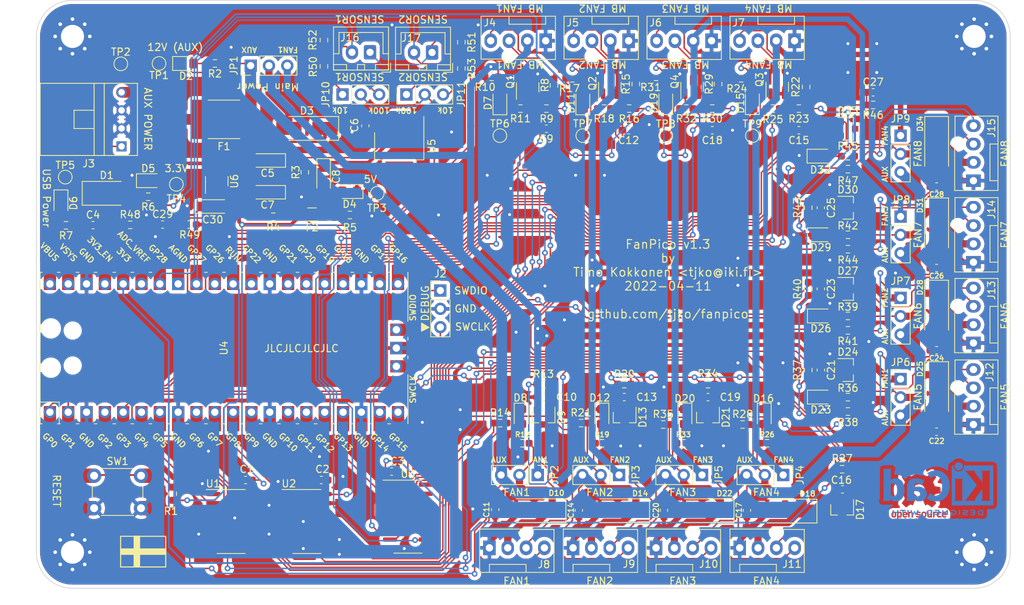
<source format=kicad_pcb>
(kicad_pcb (version 20211014) (generator pcbnew)
  (layers (0 "F.Cu" signal) (31 "B.Cu" signal) (34 "B.Paste" user) (35 "F.Paste" user) (36 "B.SilkS" user "B.Silkscreen") (37 "F.SilkS" user "F.Silkscreen") (38 "B.Mask" user) (39 "F.Mask" user) (44 "Edge.Cuts" user))
  (net 0 "")
  (net 1 "+5V")
  (net 2 "GND")
  (net 3 "3V3")
  (net 4 "Net-(C4-Pad1)")
  (net 5 "MBFAN1_PWM_READ")
  (net 6 "FAN1_TACHO_READ")
  (net 7 "Net-(C7-Pad1)")
  (net 8 "Net-(C5-Pad1)")
  (net 9 "Net-(D2-Pad2)")
  (net 10 "Net-(D3-Pad2)")
  (net 11 "Net-(D4-Pad2)")
  (net 12 "Net-(D5-Pad2)")
  (net 13 "/Fan Channels/Fan1/TACHO_IN")
  (net 14 "Net-(D6-Pad2)")
  (net 15 "Net-(D7-Pad2)")
  (net 16 "/Fan Channels/Fan2/TACHO_IN")
  (net 17 "Net-(D11-Pad2)")
  (net 18 "/Fan Channels/Fan4/TACHO_IN")
  (net 19 "Net-(D15-Pad2)")
  (net 20 "/Fan Channels/Fan3/TACHO_IN")
  (net 21 "/Fan Channels/Fan5/TACHO_IN")
  (net 22 "/Fan Channels/Fan6/TACHO_IN")
  (net 23 "/Fan Channels/Fan7/TACHO_IN")
  (net 24 "Net-(D19-Pad2)")
  (net 25 "/Fan Channels/Fan8/TACHO_IN")
  (net 26 "/SWDIO")
  (net 27 "/SWCLK")
  (net 28 "FAN1_PWR")
  (net 29 "/Fan Channels/Fan1/TACHO_OUT")
  (net 30 "/Fan Channels/Fan1/PWM_IN")
  (net 31 "FAN2_PWR")
  (net 32 "/Fan Channels/Fan2/TACHO_OUT")
  (net 33 "/Fan Channels/Fan2/PWM_IN")
  (net 34 "FAN3_PWR")
  (net 35 "/Fan Channels/Fan3/TACHO_OUT")
  (net 36 "/Fan Channels/Fan3/PWM_IN")
  (net 37 "FAN4_PWR")
  (net 38 "/Fan Channels/Fan4/TACHO_OUT")
  (net 39 "/Fan Channels/Fan4/PWM_IN")
  (net 40 "/Fan Channels/Fan1/PWR_OUT")
  (net 41 "/Fan Channels/Fan1/PWM_OUT")
  (net 42 "/Fan Channels/Fan2/PWR_OUT")
  (net 43 "/Fan Channels/Fan2/PWM_OUT")
  (net 44 "AUX5V")
  (net 45 "AUX12V")
  (net 46 "Net-(Q1-Pad1)")
  (net 47 "RESET")
  (net 48 "Net-(R1-Pad2)")
  (net 49 "MBFAN2_PWM_READ")
  (net 50 "FAN1_PWM_GEN")
  (net 51 "/PWM2A")
  (net 52 "/PWM2B")
  (net 53 "FAN2_PWM_GEN")
  (net 54 "FAN3_PWM_GEN")
  (net 55 "/PWM3A")
  (net 56 "FAN4_PWM_GEN")
  (net 57 "/PWM3B")
  (net 58 "/PWM4A")
  (net 59 "FAN5_PWM_GEN")
  (net 60 "/PWM4B")
  (net 61 "FAN6_PWM_GEN")
  (net 62 "FAN7_PWM_GEN")
  (net 63 "/PWM5A")
  (net 64 "FAN8_PWM_GEN")
  (net 65 "/PWM5B")
  (net 66 "/PWM6B")
  (net 67 "/PWM7B")
  (net 68 "MBFAN4_PWM_READ")
  (net 69 "/PWM0B")
  (net 70 "MBFAN3_PWM_READ")
  (net 71 "MBFAN1_TACHO_GEN")
  (net 72 "/PWM1B")
  (net 75 "FAN2_TACHO_READ")
  (net 76 "FAN3_TACHO_READ")
  (net 77 "FAN4_TACHO_READ")
  (net 78 "MBFAN2_TACHO_GEN")
  (net 79 "MBFAN4_TACHO_GEN")
  (net 80 "MBFAN3_TACHO_GEN")
  (net 81 "FAN5_TACHO_READ")
  (net 82 "FAN6_TACHO_READ")
  (net 83 "FAN7_TACHO_READ")
  (net 84 "FAN8_TACHO_READ")
  (net 85 "/Fan Channels/Fan3/PWR_OUT")
  (net 86 "/Fan Channels/Fan3/PWM_OUT")
  (net 87 "ADC_REF")
  (net 89 "/Fan Channels/Fan4/PWR_OUT")
  (net 90 "/Fan Channels/Fan4/PWM_OUT")
  (net 91 "/Fan Channels/Fan5/PWR_OUT")
  (net 92 "/Fan Channels/Fan5/PWM_OUT")
  (net 93 "/Fan Channels/Fan6/PWR_OUT")
  (net 94 "/Fan Channels/Fan6/PWM_OUT")
  (net 95 "/Fan Channels/Fan7/PWR_OUT")
  (net 96 "/Fan Channels/Fan7/PWM_OUT")
  (net 97 "/Fan Channels/Fan8/PWR_OUT")
  (net 98 "/Fan Channels/Fan8/PWM_OUT")
  (net 99 "Net-(Q2-Pad1)")
  (net 100 "Net-(Q3-Pad1)")
  (net 101 "Net-(Q4-Pad1)")
  (net 102 "Net-(F1-Pad1)")
  (net 103 "Net-(C8-Pad1)")
  (net 104 "VBUS")
  (net 105 "Net-(D8-Pad2)")
  (net 106 "Net-(D12-Pad2)")
  (net 107 "Net-(D16-Pad2)")
  (net 108 "Net-(D20-Pad2)")
  (net 109 "Net-(D23-Pad2)")
  (net 110 "Net-(D26-Pad2)")
  (net 111 "Net-(D29-Pad2)")
  (net 112 "Net-(D32-Pad2)")
  (net 113 "AGND")
  (net 114 "TEMP1_READ")
  (net 115 "TEMP2_READ")
  (net 116 "Net-(JP10-Pad1)")
  (net 117 "Net-(JP10-Pad3)")
  (net 118 "Net-(JP11-Pad1)")
  (net 119 "Net-(JP11-Pad3)")
  (footprint "Fuse:Fuse_1206_3216Metric_Pad1.42x1.75mm_HandSolder" (layer "F.Cu") (at 75.7125 83.68125 180)
    (fp_text reference "F2")
    (fp_text value "Polyfuse 0.5A")
  )
  (footprint "Resistor_SMD:R_0603_1608Metric_Pad0.98x0.95mm_HandSolder" (layer "F.Cu") (at 119 107.2 180)
    (fp_text reference "R20")
    (fp_text value "10k")
  )
  (footprint "Capacitor_SMD:C_0603_1608Metric_Pad1.08x0.95mm_HandSolder" (layer "F.Cu") (at 153.5 66.75)
    (fp_text reference "C27")
    (fp_text value "1nF")
  )
  (footprint "LED_SMD:LED_0805_2012Metric_Pad1.15x1.40mm_HandSolder" (layer "F.Cu") (at 136.75 67.975 90)
    (fp_text reference "D15")
    (fp_text value "LED 0805 (green)")
  )
  (footprint "Resistor_SMD:R_0603_1608Metric_Pad0.98x0.95mm_HandSolder" (layer "F.Cu") (at 119.6875 69)
    (fp_text reference "R16")
    (fp_text value "30k")
  )
  (footprint "Connector_JST:JST_XH_B2B-XH-A_1x02_P2.50mm_Vertical" (layer "F.Cu") (at 83.75 61.2 180)
    (fp_text reference "J16")
    (fp_text value "Sensor1")
  )
  (footprint "Resistor_SMD:R_0603_1608Metric_Pad0.98x0.95mm_HandSolder" (layer "F.Cu") (at 144.5 105.25 -90)
    (fp_text reference "R37")
    (fp_text value "10k")
  )
  (footprint "Connector:FanPinHeader_1x04_P2.54mm_Vertical" (layer "F.Cu") (at 119.6 59.6 180)
    (fp_text reference "J5")
    (fp_text value "MB Fan2 Input")
  )
  (footprint "Diode_SMD:D_SMA" (layer "F.Cu") (at 47.25 80.75)
    (fp_text reference "D1")
    (fp_text value "SM5819PL 1A 40V")
  )
  (footprint "LED_SMD:LED_0805_2012Metric_Pad1.15x1.40mm_HandSolder" (layer "F.Cu") (at 58.25 62.75)
    (fp_text reference "D2")
    (fp_text value "LED 0805 (green)")
  )
  (footprint "Resistor_SMD:R_0603_1608Metric_Pad0.98x0.95mm_HandSolder" (layer "F.Cu") (at 104.6 69)
    (fp_text reference "R11")
    (fp_text value "1k")
  )
  (footprint "Capacitor_SMD:C_0603_1608Metric_Pad1.08x0.95mm_HandSolder" (layer "F.Cu") (at 162.3 79.8)
    (fp_text reference "C28")
    (fp_text value "0.1uF")
  )
  (footprint "Capacitor_SMD:C_0603_1608Metric_Pad1.08x0.95mm_HandSolder" (layer "F.Cu") (at 131.2 72)
    (fp_text reference "C18")
    (fp_text value "DNF")
  )
  (footprint "Connector:FanPinHeader_1x04_P2.54mm_Vertical" (layer "F.Cu") (at 167.4 112.8 90)
    (fp_text reference "J12")
    (fp_text value "Fan5 Output")
  )
  (footprint "Connector_PinHeader_2.54mm:PinHeader_1x03_P2.54mm_Vertical" (layer "F.Cu") (at 129.775 119.8 -90)
    (fp_text reference "JP5")
    (fp_text value "Fan Power")
  )
  (footprint "Capacitor_SMD:C_0603_1608Metric_Pad1.08x0.95mm_HandSolder" (layer "F.Cu") (at 108.2 71.8)
    (fp_text reference "C9")
    (fp_text value "DNF")
  )
  (footprint "Resistor_SMD:R_0603_1608Metric_Pad0.98x0.95mm_HandSolder" (layer "F.Cu") (at 74.7125 77.83125 -90)
    (fp_text reference "R3")
    (fp_text value "330")
  )
  (footprint "Connector_PinHeader_2.54mm:PinHeader_1x03_P2.54mm_Vertical" (layer "F.Cu") (at 157.3 106.5)
    (fp_text reference "JP6")
    (fp_text value "Fan Power")
  )
  (footprint "LED_SMD:LED_0805_2012Metric_Pad1.15x1.40mm_HandSolder" (layer "F.Cu") (at 101.75 68 90)
    (fp_text reference "D7")
    (fp_text value "LED 0805 (green)")
  )
  (footprint "Capacitor_SMD:C_0603_1608Metric_Pad1.08x0.95mm_HandSolder" (layer "F.Cu") (at 162.3 91.1)
    (fp_text reference "C26")
    (fp_text value "0.1uF")
  )
  (footprint "LED_SMD:LED_0805_2012Metric_Pad1.15x1.40mm_HandSolder" (layer "F.Cu") (at 80.9125 80.5 180)
    (fp_text reference "D4")
    (fp_text value "LED 0805 (green)")
  )
  (footprint "Resistor_SMD:R_0603_1608Metric_Pad0.98x0.95mm_HandSolder" (layer "F.Cu") (at 150 88.5)
    (fp_text reference "R44")
    (fp_text value "680")
  )
  (footprint "Diode_SMD:D_SMA_Handsoldering" (layer "F.Cu") (at 162.3 97.2 -90)
    (fp_text reference "D28")
    (fp_text value "ES1D 1A 200V")
  )
  (footprint "Resistor_SMD:R_0603_1608Metric_Pad0.98x0.95mm_HandSolder" (layer "F.Cu") (at 100.6 64.6 180)
    (fp_text reference "R10")
    (fp_text value "49.9k")
  )
  (footprint "TestPoint:TestPoint_Pad_D1.5mm" (layer "F.Cu") (at 56.9 79.5)
    (fp_text reference "TP4")
    (fp_text value "TestPoint")
  )
  (footprint "Diode_SMD:D_SOT-23_ANK" (layer "F.Cu") (at 150 94)
    (fp_text reference "D27")
    (fp_text value "BAT54C")
  )
  (footprint "TestPoint:TestPoint_Pad_D1.5mm" (layer "F.Cu") (at 101.75 72.75)
    (fp_text reference "TP6")
    (fp_text value "TestPoint")
  )
  (footprint "LED_SMD:LED_0805_2012Metric_Pad1.15x1.40mm_HandSolder" (layer "F.Cu") (at 127.4 111.7 -90)
    (fp_text reference "D20")
    (fp_text value "LED 0805 (green)")
  )
  (footprint "Connector:FanPinHeader_1x04_P2.54mm_Vertical" (layer "F.Cu") (at 167.4 101.5 90)
    (fp_text reference "J13")
    (fp_text value "Fan6 Output")
  )
  (footprint "Resistor_SMD:R_0603_1608Metric_Pad0.98x0.95mm_HandSolder" (layer "F.Cu") (at 127.6 69)
    (fp_text reference "R32")
    (fp_text value "1k")
  )
  (footprint "Connector_PinHeader_2.54mm:PinHeader_1x03_P2.54mm_Vertical" (layer "F.Cu") (at 67.2 63.05 90)
    (fp_text reference "JP1")
    (fp_text value "Power Selector")
  )
  (footprint "Package_TO_SOT_SMD:SOT-23" (layer "F.Cu") (at 128.4 66 90)
    (fp_text reference "Q4")
    (fp_text value "2N7002K")
  )
  (footprint "TestPoint:TestPoint_Pad_D1.5mm" (layer "F.Cu") (at 49.2 62.8)
    (fp_text reference "TP2")
    (fp_text value "TestPoint")
  )
  (footprint "Resistor_SMD:R_0603_1608Metric_Pad0.98x0.95mm_HandSolder" (layer "F.Cu") (at 138.8 115.4)
    (fp_text reference "R26")
    (fp_text value "49.9k")
  )
  (footprint "Capacitor_SMD:C_0603_1608Metric_Pad1.08x0.95mm_HandSolder" (layer "F.Cu") (at 45.35 85.1625)
    (fp_text reference "C4")
    (fp_text value "0.1uF")
  )
  (footprint "TestPoint:TestPoint_Pad_D1.5mm" (layer "F.Cu") (at 54.5 62.75 180)
    (fp_text reference "TP1")
    (fp_text value "TestPoint")
  )
  (footprint "Diode_SMD:D_SOT-23_ANK" (layer "F.Cu") (at 150 105.25)
    (fp_text reference "D24")
    (fp_text value "BAT54C")
  )
  (footprint "Connector_PinHeader_2.54mm:PinHeader_1x03_P2.54mm_Vertical" (layer "F.Cu") (at 157.3 83.975)
    (fp_text reference "JP8")
    (fp_text value "Fan Power")
  )
  (footprint "LED_SMD:LED_0805_2012Metric_Pad1.15x1.40mm_HandSolder" (layer "F.Cu") (at 146.2 75.6)
    (fp_text reference "D32")
    (fp_text value "LED 0805 (green)")
  )
  (footprint "Connector_JST:JST_XH_B2B-XH-A_1x02_P2.50mm_Vertical" (layer "F.Cu") (at 92.35 61.225 180)
    (fp_text reference "J17")
    (fp_text value "Sensor2")
  )
  (footprint "Package_TO_SOT_SMD:SOT-223" (layer "F.Cu") (at 87.8 74.2 -90)
    (fp_text reference "U5")
    (fp_text value "SPX1117-ADJ")
  )
  (footprint "Resistor_SMD:R_0603_1608Metric_Pad0.98x0.95mm_HandSolder" (layer "F.Cu") (at 53 81.225)
    (fp_text reference "R6")
    (fp_text value "4.99k")
  )
  (footprint "Capacitor_SMD:C_0603_1608Metric_Pad1.08x0.95mm_HandSolder" (layer "F.Cu") (at 149.25 121.8)
    (fp_text reference "C16")
    (fp_text value "1nF")
  )
  (footprint "TestPoint:TestPoint_Pad_D1.5mm" (layer "F.Cu") (at 41.5 78.5)
    (fp_text reference "TP5")
    (fp_text value "TestPoint")
  )
  (footprint "Connector_PinHeader_2.54mm:PinHeader_1x03_P2.54mm_Vertical" (layer "F.Cu") (at 118.275 119.8 -90)
    (fp_text reference "JP3")
    (fp_text value "Fan Power")
  )
  (footprint "Capacitor_SMD:C_0603_1608Metric_Pad1.08x0.95mm_HandSolder" (layer "F.Cu") (at 66.5 120.5 180)
    (fp_text reference "C1")
    (fp_text value "0.1uF")
  )
  (footprint "Diode_SMD:D_SOT-23_ANK" (layer "F.Cu") (at 149.2 124.6 -90)
    (fp_text reference "D17")
    (fp_text value "BAT54C")
  )
  (footprint "Resistor_SMD:R_0603_1608Metric_Pad0.98x0.95mm_HandSolder" (layer "F.Cu") (at 62.25 62.75 180)
    (fp_text reference "R2")
    (fp_text value "49.9k")
  )
  (footprint "Resistor_SMD:R_0603_1608Metric_Pad0.98x0.95mm_HandSolder" (layer "F.Cu") (at 149.2 119 180)
    (fp_text reference "R27")
    (fp_text value "10k")
  )
  (footprint "Button_Switch_THT:SW_PUSH_6mm_SMD_2" (layer "F.Cu") (at 45.5 119.9)
    (fp_text reference "SW1")
    (fp_text value "SW_Push")
  )
  (footprint "Capacitor_SMD:C_0603_1608Metric_Pad1.08x0.95mm_HandSolder" (layer "F.Cu") (at 162.3 102.5)
    (fp_text reference "C24")
    (fp_text value "0.1uF")
  )
  (footprint "Resistor_SMD:R_0603_1608Metric_Pad0.98x0.95mm_HandSolder" (layer "F.Cu") (at 130.6 107.2 180)
    (fp_text reference "R34")
    (fp_text value "10k")
  )
  (footprint "Resistor_SMD:R_0603_1608Metric_Pad0.98x0.95mm_HandSolder" (layer "F.Cu") (at 144.2 66 90)
    (fp_text reference "R22")
    (fp_text value "1k")
  )
  (footprint "Diode_SMD:D_SMA_Handsoldering" (layer "F.Cu") (at 129.8 124.75 180)
    (fp_text reference "D22")
    (fp_text value "ES1D 1A 200V")
  )
  (footprint "Diode_SMD:D_SMA_Handsoldering" (layer "F.Cu") (at 106.5 124.75 180)
    (fp_text reference "D10")
    (fp_text value "ES1D 1A 200V")
  )
  (footprint "Connector:FanPinHeader_1x04_P2.54mm_Vertical" (layer "F.Cu") (at 167.4 79 90)
    (fp_text reference "J15")
    (fp_text value "Fan8 Output")
  )
  (footprint "Capacitor_SMD:C_0603_1608Metric_Pad1.08x0.95mm_HandSolder" (layer "F.Cu") (at 130.6 109 180)
    (fp_text reference "C19")
    (fp_text value "1nF")
  )
  (footprint "LED_SMD:LED_0805_2012Metric_Pad1.15x1.40mm_HandSolder" (layer "F.Cu") (at 40.9 82.1375 -90)
    (fp_text reference "D6")
    (fp_text value "LED 0805 (green)")
  )
  (footprint "Capacitor_Tantalum_SMD:CP_EIA-3216-18_Kemet-A_Pad1.58x1.35mm_HandSolder" (layer "F.Cu") (at 69.5375 80.6 180)
    (fp_text reference "C7")
    (fp_text value "10uF 16V")
  )
  (footprint "Connector_PinHeader_2.54mm:PinHeader_1x03_P2.54mm_Vertical" (layer "F.Cu") (at 141.025 119.8 -90)
    (fp_text reference "JP4")
    (fp_text value "Fan Power")
  )
  (footprint "Connector:FanPinHeader_1x04_P2.54mm_Vertical" (layer "F.Cu") (at 167.4 90.3 90)
    (fp_text reference "J14")
    (fp_text value "Fan7 Output")
  )
  (footprint "Resistor_SMD:R_0603_1608Metric_Pad0.98x0.95mm_HandSolder" (layer "F.Cu") (at 77.3625 63.15 -90)
    (fp_text reference "R50")
    (fp_text value "10k")
  )
  (footprint "Resistor_SMD:R_0603_1608Metric_Pad0.98x0.95mm_HandSolder" (layer "F.Cu") (at 139.6 69)
    (fp_text reference "R25")
    (fp_text value "1k")
  )
  (footprint "LED_SMD:LED_0805_2012Metric_Pad1.15x1.40mm_HandSolder" (layer "F.Cu") (at 138.4 111.7 -90)
    (fp_text reference "D16")
    (fp_text value "LED 0805 (green)")
  )
  (footprint "LED_SMD:LED_0805_2012Metric_Pad1.15x1.40mm_HandSolder" (layer "F.Cu") (at 53.225 79)
    (fp_text reference "D5")
    (fp_text value "LED 0805 (green)")
  )
  (footprint "Resistor_SMD:R_0603_1608Metric_Pad0.98x0.95mm_HandSolder" (layer "F.Cu") (at 132 65.6 90)
    (fp_text reference "R29")
    (fp_text value "1k")
  )
  (footprint "Resistor_SMD:R_0603_1608Metric_Pad0.98x0.95mm_HandSolder" (layer "F.Cu") (at 150 86.5 180)
    (fp_text reference "R42")
    (fp_text value "49.9k")
  )
  (footprint "Connector:FanPinHeader_1x04_P2.54mm_Vertical" (layer "F.Cu") (at 108.1 59.6 180)
    (fp_text reference "J4")
    (fp_text value "MB Fan1 Input")
  )
  (footprint "Resistor_SMD:R_0603_1608Metric_Pad0.98x0.95mm_HandSolder" (layer "F.Cu") (at 120.6 65.6 90)
    (fp_text reference "R15")
    (fp_text value "1k")
  )
  (footprint "Resistor_SMD:R_0603_1608Metric_Pad0.98x0.95mm_HandSolder" (layer "F.Cu") (at 153.5 68.5)
    (fp_text reference "R46")
    (fp_text value "10k")
  )
  (footprint "Fuse:Fuse_2920_7451Metric_Pad2.10x5.45mm_HandSolder" (layer "F.Cu") (at 63.5 70.5)
    (fp_text reference "F1")
    (fp_text value "Polyfuse 3A")
  )
  (footprint "MCU_RaspberryPi_and_Boards:RPi_Pico_SMD_TH" (layer "F.Cu") (at 63.5 102.2 90)
    (fp_text reference "U4")
    (fp_text value "Pico")
  )
  (footprint "Diode_SMD:D_SOT-23_ANK" (layer "F.Cu") (at 150 71.8)
    (fp_text reference "D33")
    (fp_text value "BAT54C")
  )
  (footprint "Resistor_SMD:R_0603_1608Metric_Pad0.98x0.95mm_HandSolder" (layer "F.Cu") (at 111.8 64.8 180)
    (fp_text reference "R17")
    (fp_text value "49.9k")
  )
  (footprint "Capacitor_SMD:C_0603_1608Metric_Pad1.08x0.95mm_HandSolder" (layer "F.Cu") (at 162.3 113.8)
    (fp_text reference "C22")
    (fp_text value "0.1uF")
  )
  (footprint "Connector_PinHeader_2.54mm:PinHeader_1x03_P2.54mm_Vertical" (layer "F.Cu") (at 157.3 72.75)
    (fp_text reference "JP9")
    (fp_text value "Fan Power")
  )
  (footprint "Diode_SMD:D_SMA_Handsoldering" (layer "F.Cu") (at 162.3 85.8 -90)
    (fp_text reference "D31")
    (fp_text value "ES1D 1A 200V")
  )
  (footprint "Resistor_SMD:R_0603_1608Metric_Pad0.98x0.95mm_HandSolder" (layer "F.Cu") (at 115.9 115.4)
    (fp_text reference "R19")
    (fp_text value "49.9k")
  )
  (footprint "Package_SO:SOIC-14_3.9x8.7mm_P1.27mm" (layer "F.Cu") (at 64.5 126.25)
    (fp_text reference "U1")
    (fp_text value "SN74AHCT125QDRQ1")
  )
  (footprint "Connector_PinHeader_2.54mm:PinHeader_1x03_P2.54mm_Vertical" (layer "F.Cu") (at 157.3 95.25)
    (fp_text reference "JP7")
    (fp_text value "Fan Power")
  )
  (footprint "Capacitor_SMD:C_0603_1608Metric_Pad1.08x0.95mm_HandSolder" (layer "F.Cu") (at 119 109 180)
    (fp_text reference "C13")
    (fp_text value "1nF")
  )
  (footprint "Diode_SMD:D_SMA_Handsoldering" (layer "F.Cu") (at 141.3 124.8 180)
    (fp_text reference "D18")
    (fp_text value "ES1D 1A 200V")
  )
  (footprint "Connector:FanPinHeader_1x04_P2.54mm_Vertical" (layer "F.Cu") (at 123.4 129.9)
    (fp_text reference "J10")
    (fp_text value "Fan3 Output")
  )
  (footprint "Package_TO_SOT_SMD:SOT-23" (layer "F.Cu") (at 62.5 79.075 90)
    (fp_text reference "U6")
    (fp_text value "LM4040DBZ-3")
  )
  (footprint "Resistor_SMD:R_0603_1608Metric_Pad0.98x0.95mm_HandSolder" (layer "F.Cu") (at 116.2 69)
    (fp_text reference "R18")
    (fp_text value "1k")
  )
  (footprint "Diode_SMD:D_SOT-23_ANK" (layer "F.Cu") (at 150 82.75)
    (fp_text reference "D30")
    (fp_text value "BAT54C")
  )
  (footprint "LED_SMD:LED_0805_2012Metric_Pad1.15x1.40mm_HandSolder" (layer "F.Cu") (at 115.9 111.7 -90)
    (fp_text reference "D12")
    (fp_text value "LED 0805 (green)")
  )
  (footprint "Resistor_SMD:R_0603_1608Metric_Pad0.98x0.95mm_HandSolder" (layer "F.Cu") (at 150 99.75)
    (fp_text reference "R41")
    (fp_text value "680")
  )
  (footprint "Diode_SMD:D_SOT-23_ANK" (layer "F.Cu") (at 119.05 111.8 -90)
    (fp_text reference "D13")
    (fp_text value "BAT54C")
  )
  (footprint "Capacitor_Tantalum_SMD:CP_EIA-3216-18_Kemet-A_Pad1.58x1.35mm_HandSolder" (layer "F.Cu") (at 62 82.575)
    (fp_text reference "C30")
    (fp_text value "10uF 16V")
  )
  (footprint "Resistor_SMD:R_0603_1608Metric_Pad0.98x0.95mm_HandSolder" (layer "F.Cu") (at 150 111)
    (fp_text reference "R38")
    (fp_text value "680")
  )
  (footprint "Resistor_SMD:R_0603_1608Metric_Pad0.98x0.95mm_HandSolder" (layer "F.Cu") (at 123.4 64.6 180)
    (fp_text reference "R31")
    (fp_text value "49.9k")
  )
  (footprint "Connector_PinHeader_2.54mm:PinHeader_1x03_P2.54mm_Vertical" (layer "F.Cu") (at 88.8 67.05 90)
    (fp_text reference "JP11")
    (fp_text value "NTC Value")
  )
  (footprint "Capacitor_SMD:C_0603_1608Metric_Pad1.08x0.95mm_HandSolder" (layer "F.Cu") (at 146.25 82.75 -90)
    (fp_text reference "C25")
    (fp_text value "1nF")
  )
  (footprint "LED_SMD:LED_0805_2012Metric_Pad1.15x1.40mm_HandSolder" (layer "F.Cu") (at 146.25 97.75)
    (fp_text reference "D26")
    (fp_text value "LED 0805 (green)")
  )
  (footprint "Capacitor_SMD:C_0603_1608Metric_Pad1.08x0.95mm_HandSolder" (layer "F.Cu") (at 107.8 109 180)
    (fp_text reference "C10")
    (fp_text value "1nF")
  )
  (footprint "Resistor_SMD:R_0603_1608Metric_Pad0.98x0.95mm_HandSolder" (layer "F.Cu") (at 70.3375 84 180)
    (fp_text reference "R4")
    (fp_text value "1k")
  )
  (footprint "Resistor_SMD:R_0603_1608Metric_Pad0.98x0.95mm_HandSolder" (layer "F.Cu") (at 80.9625 83.75 180)
    (fp_text reference "R5")
    (fp_text value "10k")
  )
  (footprint "Resistor_SMD:R_0603_1608Metric_Pad0.98x0.95mm_HandSolder" (layer "F.Cu") (at 150 109 180)
    (fp_text reference "R36")
    (fp_text value "49.9k")
  )
  (footprint "Connector:FanPinHeader_1x04_P2.54mm_Vertical" (layer "F.Cu") (at 142.6 59.6 180)
    (fp_text reference "J7")
    (fp_text value "MB Fan4 Input")
  )
  (footprint "Resistor_SMD:R_0603_1608Metric_Pad0.98x0.95mm_HandSolder" (layer "F.Cu") (at 107.8 107.2 180)
    (fp_text reference "R13")
    (fp_text value "10k")
  )
  (footprint "Package_TO_SOT_SMD:SOT-23" (layer "F.Cu") (at 117 66 90)
    (fp_text reference "Q2")
    (fp_text value "2N7002K")
  )
  (footprint "Diode_SMD:D_SMA_Handsoldering" (layer "F.Cu") (at 118.1 124.75 180)
    (fp_text reference "D14")
    (fp_text value "ES1D 1A 200V")
  )
  (footprint "Resistor_SMD:R_0603_1608Metric_Pad0.98x0.95mm_HandSolder" (layer "F.Cu") (at 124.4 112.8)
    (fp_text reference "R35")
    (fp_text value "680")
  )
  (footprint "Resistor_SMD:R_0603_1608Metric_Pad0.98x0.95mm_HandSolder" (layer "F.Cu") (at 108.2 69)
    (fp_text reference "R9")
    (fp_text value "30k")
  )
  (footprint "Resistor_SMD:R_0603_1608Metric_Pad0.98x0.95mm_HandSolder" (layer "F.Cu") (at 50.5 85.125)
    (fp_text reference "R48")
    (fp_text value "330")
  )
  (footprint "Capacitor_Tantalum_SMD:CP_EIA-3216-18_Kemet-A_Pad1.58x1.35mm_HandSolder" (layer "F.Cu") (at 69.55 76.2 180)
    (fp_text reference "C5")
    (fp_text value "10uF 20V")
  )
  (footprint "Package_SO:SOIC-16_3.9x9.9mm_P1.27mm" (layer "F.Cu") (at 89 125.575)
    (fp_text reference "U3")
    (fp_text value "CD74HC4050NSR")
  )
  (footprint "TestPoint:TestPoint_Pad_D1.5mm" (layer "F.Cu") (at 84.75 80.75)
    (fp_text reference "TP3")
    (fp_text value "TestPoint")
  )
  (footprint "Capacitor_SMD:C_0603_1608Metric_Pad1.08x0.95mm_HandSolder" (layer "F.Cu") (at 143.2 72)
    (fp_text reference "C15")
    (fp_text value "DNF")
  )
  (footprint "MountingHole:MountingHole_3.2mm_M3_Pad_Via" (layer "F.Cu") (at 167.5 59)
    (fp_text reference "H2" hide)
    (fp_text value "MountingHole_Pad")
  )
  (footprint "Resistor_SMD:R_0603_1608Metric_Pad0.98x0.95mm_HandSolder" (layer "F.Cu") (at 127.2 115.4)
    (fp_text reference "R33")
    (fp_text value "49.9k")
  )
  (footprint "Resistor_SMD:R_0603_1608Metric_Pad0.98x0.95mm_HandSolder" (layer "F.Cu") (at 144.5 94 -90)
    (fp_text reference "R40")
    (fp_text value "10k")
  )
  (footprint "Connector_PinHeader_2.54mm:PinHeader_1x03_P2.54mm_Vertical" (layer "F.Cu") (at 79.9375 67.05 90)
    (fp_text reference "JP10")
    (fp_text value "NTC Value")
  )
  (footprint "Connector:FanPinHeader_1x04_P2.54mm_Vertical" (layer "F.Cu") (at 111.9 129.9)
    (fp_text reference "J9")
    (fp_text value "Fan2 Output")
  )
  (footprint "Resistor_SMD:R_0603_1608Metric_Pad0.98x0.95mm_HandSolder" (layer "F.Cu") (at 131.2 69)
    (fp_text reference "R30")
    (fp_text value "30k")
  )
  (footprint "Diode_SMD:D_SMA_Handsoldering" (layer "F.Cu") (at 75 71.75 180)
    (fp_text reference "D3")
    (fp_text value "ES1D 1A 200V")
  )
  (footprint "Connector_TE-Connectivity:TE 171826-4 Floppy 4-pin" (layer "F.Cu") (at 44.75 70.5 -90)
    (fp_text reference "J3")
    (fp_text value "Floppy Power Connector")
  )
  (footprint "Capacitor_SMD:C_0603_1608Metric_Pad1.08x0.95mm_HandSolder" (layer "F.Cu") (at 77 120.5 180)
    (fp_text reference "C2")
    (fp_text value "0.1uF")
  )
  (footprint "Package_TO_SOT_SMD:SOT-23" (layer "F.Cu") (at 105.6 66.0625 90)
    (fp_text reference "Q1")
    (fp_text value "2N7002K")
  )
  (footprint "Resistor_SMD:R_0603_1608Metric_Pad0.98x0.95mm_HandSolder" (layer "F.Cu") (at 109.25 65.8 90)
    (fp_text reference "R8")
    (fp_text value "1k")
  )
  (footprint "Capacitor_SMD:C_0603_1608Metric_Pad1.08x0.95mm_HandSolder" (layer "F.Cu") (at 101.1 124.6 -90)
    (fp_text reference "C11")
    (fp_text value "0.1uF")
  )
  (footprint "MountingHole:MountingHole_3.2mm_M3_Pad_Via" (layer "F.Cu") (at 42.5 59)
    (fp_text reference "H1" hide)
    (fp_text value "MountingHole_Pad")
  )
  (footprint "LED_SMD:LED_0805_2012Metric_Pad1.15x1.40mm_HandSolder" (layer "F.Cu") (at 104.7 111.7 -90)
    (fp_text reference "D8")
    (fp_text value "LED 0805 (green)")
  )
  (footprint "LED_SMD:LED_0805_2012Metric_Pad1.15x1.40mm_HandSolder" (layer "F.Cu") (at 113.25 68 90)
    (fp_text reference "D11")
    (fp_text value "LED 0805 (green)")
  )
  (footprint "Connector:FanPinHeader_1x04_P2.54mm_Vertical" (layer "F.Cu") (at 131.1 59.6 180)
    (fp_text reference "J6")
    (fp_text value "MB Fan3 Input")
  )
  (footprint "Capacitor_SMD:C_0603_1608Metric_Pad1.08x0.95mm_HandSolder" (layer "F.Cu") (at 83.1 71.4 -90)
    (fp_text reference "C6")
    (fp_text value "0.1uF")
  )
  (footprint "Diode_SMD:D_SOT-23_ANK" (layer "F.Cu") (at 130.6 111.8 -90)
    (fp_text reference "D21")
    (fp_text value "BAT54C")
  )
  (footprint "Resistor_SMD:R_0603_1608Metric_Pad0.98x0.95mm_HandSolder" (layer "F.Cu") (at 41.6 85.1875 180)
    (fp_text reference "R7")
    (fp_text value "10k")
  )
  (footprint "Resistor_SMD:R_0603_1608Metric_Pad0.98x0.95mm_HandSolder" (layer "F.Cu") (at 104.8875 115.4 180)
    (fp_text reference "R12")
    (fp_text value "49.9k")
  )
  (footprint "Capacitor_SMD:C_0603_1608Metric_Pad1.08x0.95mm_HandSolder" (layer "F.Cu") (at 55 85.075)
    (fp_text reference "C29")
    (fp_text value "0.1uF")
  )
  (footprint "MountingHole:MountingHole_3.2mm_M3_Pad_Via" (layer "F.Cu") (at 167.5 130.5)
    (fp_text reference "H4" hide)
    (fp_text value "MountingHole_Pad")
  )
  (footprint "Resistor_SMD:R_0603_1608Metric_Pad0.98x0.95mm_HandSolder" (layer "F.Cu") (at 96.4125 59.8 -90)
    (fp_text reference "R51")
    (fp_text value "10k")
  )
  (footprint "Diode_SMD:D_SMA_Handsoldering" (layer "F.Cu") (at 162.3 108.5 -90)
    (fp_text reference "D25")
    (fp_text value "ES1D 1A 200V")
  )
  (footprint "Capacitor_SMD:C_0603_1608Metric_Pad1.08x0.95mm_HandSolder" (layer "F.Cu") (at 146.25 94 -90)
    (fp_text reference "C23")
    (fp_text value "1nF")
  )
  (footprint "Symbol:OSHW-Logo_7.5x8mm_Copper" (layer "F.Cu") (at 159.85 122.95)
    (fp_text reference "REF**" hide)
    (fp_text value "OSHW-Logo_7.5x8mm_Copper" hide)
  )
  (footprint "Diode_SMD:D_SMA_Handsoldering" (layer "F.Cu") (at 162.3 74.5 -90)
    (fp_text reference "D34")
    (fp_text value "ES1D 1A 200V")
  )
  (footprint "TestPoint:TestPoint_Pad_D1.5mm" (layer "F.Cu") (at 113.25 72.75)
    (fp_text reference "TP7")
    (fp_text value "TestPoint")
  )
  (footprint "Resistor_SMD:R_0603_1608Metric_Pad0.98x0.95mm_HandSolder" (layer "F.Cu") (at 56.4 122.4 90)
    (fp_text reference "R1")
    (fp_text value "1k")
  )
  (footprint "Resistor_SMD:R_0603_1608Metric_Pad0.98x0.95mm_HandSolder" (layer "F.Cu") (at 101.8 112.6)
    (fp_text reference "R14")
    (fp_text value "680")
  )
  (footprint "Package_TO_SOT_SMD:SOT-23" (layer "F.Cu") (at 140.2 66 90)
    (fp_text reference "Q3")
    (fp_text value "2N7002K")
  )
  (footprint "Capacitor_SMD:C_0603_1608Metric_Pad1.08x0.95mm_HandSolder" (layer "F.Cu") (at 124.5 124.7 -90)
    (fp_text reference "C20")
    (fp_text value "0.1uF")
  )
  (footprint "Capacitor_SMD:C_0603_1608Metric_Pad1.08x0.95mm_HandSolder" (layer "F.Cu") (at 112.7 124.7 -90)
    (fp_text reference "C14")
    (fp_text value "0.1uF")
  )
  (footprint "Resistor_SMD:R_0603_1608Metric_Pad0.98x0.95mm_HandSolder" (layer "F.Cu") (at 150 75.6 180)
    (fp_text reference "R45")
    (fp_text value "49.9k")
  )
  (footprint "Capacitor_SMD:C_0603_1608Metric_Pad1.08x0.95mm_HandSolder" (layer "F.Cu") (at 119.6 72)
    (fp_text reference "C12")
    (fp_text value "DNF")
  )
  (footprint "Capacitor_SMD:C_0603_1608Metric_Pad1.08x0.95mm_HandSolder" (layer "F.Cu") (at 86.75 119.325)
    (fp_text reference "C3")
    (fp_text value "0.1uF")
  )
  (footprint "Resistor_SMD:R_0603_1608Metric_Pad0.98x0.95mm_HandSolder" (layer "F.Cu") (at 144.5 82.75 -90)
    (fp_text reference "R43")
    (fp_text value "10k")
  )
  (footprint "Resistor_SMD:R_0603_1608Metric_Pad0.98x0.95mm_HandSolder" (layer "F.Cu") (at 143.2 69)
    (fp_text reference "R23")
    (fp_text value "30k")
  )
  (footprint "Capacitor_SMD:C_0603_1608Metric_Pad1.08x0.95mm_HandSolder" (layer "F.Cu") (at 146.25 105.25 -90)
    (fp_text reference "C21")
    (fp_text value "1nF")
  )
  (footprint "Resistor_SMD:R_0603_1608Metric_Pad0.98x0.95mm_HandSolder" (layer "F.Cu") (at 150 97.75 180)
    (fp_text reference "R39")
    (fp_text value "49.9k")
  )
  (footprint "TestPoint:TestPoint_Pad_D1.5mm" (layer "F.Cu") (at 136.75 72.775)
    (fp_text reference "TP9")
    (fp_text value "TestPoint")
  )
  (footprint "LED_SMD:LED_0805_2012Metric_Pad1.15x1.40mm_HandSolder" (layer "F.Cu") (at 146.25 86.5)
    (fp_text reference "D29")
    (fp_text value "LED 0805 (green)")
  )
  (footprint "Diode_SMD:D_SOT-23_ANK" (layer "F.Cu") (at 107.8 111.8 -90)
    (fp_text reference "D9")
    (fp_text value "BAT54C")
  )
  (footprint "Resistor_SMD:R_0603_1608Metric_Pad0.98x0.95mm_HandSolder" (layer "F.Cu") (at 96.4125 63.45 -90)
    (fp_text reference "R53")
    (fp_text value "100k")
  )
  (footprint "Package_SO:SOIC-14_3.9x8.7mm_P1.27mm" (layer "F.Cu") (at 75 126.25)
    (fp_text reference "U2")
    (fp_text value "SN74AHCT125QDRQ1")
  )
  (footprint "Resistor_SMD:R_0603_1608Metric_Pad0.98x0.95mm_HandSolder" (layer "F.Cu") (at 135.4 112.8)
    (fp_text reference "R28")
    (fp_text value "680")
  )
  (footprint "MountingHole:MountingHole_3.2mm_M3_Pad_Via" (layer "F.Cu") (at 42.5 130.5)
    (fp_text reference "H3" hide)
    (fp_text value "MountingHole_Pad")
  )
  (footprint "Resistor_SMD:R_0603_1608Metric_Pad0.98x0.95mm_HandSolder" (layer "F.Cu") (at 58.75 85.075)
    (fp_text reference "R49")
    (fp_text value "0")
  )
  (footprint "Resistor_SMD:R_0603_1608Metric_Pad0.98x0.95mm_HandSolder" (layer "F.Cu") (at 113 112.6)
    (fp_text reference "R21")
    (fp_text value "680")
  )
  (footprint "Connector:FanPinHeader_1x04_P2.54mm_Vertical" (layer "F.Cu") (at 135 129.9)
    (fp_text reference "J11")
    (fp_text value "Fan4 Output")
  )
  (footprint "LED_SMD:LED_0805_2012Metric_Pad1.15x1.40mm_HandSolder" (layer "F.Cu") (at 124.75 67.975 90)
    (fp_text reference "D19")
    (fp_text value "LED 0805 (green)")
  )
  (footprint "Capacitor_SMD:C_0603_1608Metric_Pad1.08x0.95mm_HandSolder" (layer "F.Cu") (at 136 124.7 -90)
    (fp_text reference "C17")
    (fp_text value "0.1uF")
  )
  (footprint "Resistor_SMD:R_0603_1608Metric_Pad0.98x0.95mm_HandSolder" (layer "F.Cu") (at 77.3625 59.5 90)
    (fp_text reference "R52")
    (fp_text value "100k")
  )
  (footprint "TestPoint:TestPoint_Pad_D1.5mm" (layer "F.Cu") (at 124.75 72.775)
    (fp_text reference "TP8")
    (fp_text value "TestPoint")
  )
  (footprint "LED_SMD:LED_0805_2012Metric_Pad1.15x1.40mm_HandSolder" (layer "F.Cu") (at 146.25 109)
    (fp_text reference "D23")
    (fp_text value "LED 0805 (green)")
  )
  (footprint "Resistor_SMD:R_0603_1608Metric_Pad0.98x0.95mm_HandSolder" (layer "F.Cu") (at 135.2 64.8 180)
    (fp_text reference "R24")
    (fp_text value "49.9k")
  )
  (footprint "Connector_PinHeader_2.54mm:PinHeader_1x03_P2.54mm_Vertical" (layer "F.Cu") (at 107 119.8 -90)
    (fp_text reference "JP2")
    (fp_text value "Fan Power")
  )
  (footprint "Capacitor_Tantalum_SMD:CP_EIA-3216-18_Kemet-A_Pad1.58x1.35mm_HandSolder" (layer "F.Cu") (at 77.3125 78.43125 -90)
    (fp_text reference "C8")
    (fp_text value "10uF 16V")
  )
  (footprint "Connector_PinHeader_2.54mm:PinHeader_1x03_P2.54mm_Vertical" (layer "F.Cu") (at 93.5 94.225)
    (fp_text reference "J2")
    (fp_text value "Pico Debug")
  )
  (footprint "Connector:FanPinHeader_1x04_P2.54mm_Vertical" (layer "F.Cu") (at 100.3 129.9)
    (fp_text reference "J8")
    (fp_text value "Fan1 Output")
  )
  (footprint "Resistor_SMD:R_0603_1608Metric_Pad0.98x0.95mm_HandSolder" (layer "F.Cu") (at 150 77.4)
    (fp_text reference "R47")
    (fp_text value "680")
  )
  (footprint "Symbol:KiCad-Logo2_6mm_Copper" (layer "B.Cu") (at 162.5 121 180)
    (fp_text reference "REF**" hide)
    (fp_text value "KiCad-Logo2_6mm_Copper" hide)
  )
  (gr_rect (start 49.175 130.05) (end 55.425 130.8) (layer "F.SilkS") (width 0.15) (fill solid))
  (gr_rect (start 49.175 128.3) (end 55.425 132.55) (layer "F.SilkS") (width 0.15) (fill none))
  (gr_poly (pts (xy 91.9 99.35) (xy 90.9 99.85) (xy 90.9 98.75)) (layer "F.SilkS") (width 0.15) (fill solid))
  (gr_rect (start 51.05 128.3) (end 51.8 132.55) (layer "F.SilkS") (width 0.15) (fill solid))
  (gr_line (start 167.5 135.5) (end 42.5 135.5) (layer "Edge.Cuts") (width 0.1))
  (gr_line (start 37.5 130.5) (end 37.5 59) (layer "Edge.Cuts") (width 0.1))
  (gr_arc (start 37.5 59) (mid 38.964466 55.464466) (end 42.5 54) (layer "Edge.Cuts") (width 0.1))
  (gr_line (start 42.5 54) (end 167.5 54) (layer "Edge.Cuts") (width 0.1))
  (gr_arc (start 172.5 130.5) (mid 171.035534 134.035534) (end 167.5 135.5) (layer "Edge.Cuts") (width 0.1))
  (gr_arc (start 42.5 135.5) (mid 38.964466 134.035534) (end 37.5 130.5) (layer "Edge.Cuts") (width 0.1))
  (gr_line (start 172.5 59) (end 172.5 130.5) (layer "Edge.Cuts") (width 0.1))
  (gr_arc (start 167.5 54) (mid 171.035534 55.464466) (end 172.5 59) (layer "Edge.Cuts") (width 0.1))
  (gr_text "3.3V" (at 56.9 77.3) (layer "F.SilkS") (effects (font (size 1 1))))
  (gr_text "12V (AUX)" (at 56.75 60.5) (layer "F.SilkS") (effects (font (size 1 1))))
  (gr_text "MB FAN4" (at 139 55.1 180) (layer "F.SilkS") (effects (font (size 1 1))))
  (gr_text "FAN3" (at 155.15 83.9 90) (layer "F.SilkS") (effects (font (size 0.75 0.75))))
  (gr_text "FAN1" (at 107.1 117.7) (layer "F.SilkS") (effects (font (size 0.75 0.75))))
  (gr_text "5V" (at 83.8 78.8) (layer "F.SilkS") (effects (font (size 1 1))))
  (gr_text "GND" (at 97 96.75) (layer "F.SilkS") (effects (font (size 1 1))))
  (gr_text "AUX" (at 155.15 78.1 90) (layer "F.SilkS") (effects (font (size 0.75 0.75))))
  (gr_text "FanPico v1.3\nby\nTimo Kokkonen <tjko@iki.fi>\n2022-04-11\n\ngithub.com/tjko/fanpico" (at 125.05 92.65) (layer "F.SilkS") (effects (font (size 1.2 1.2))))
  (gr_text "FAN6" (at 159.7 97.75 90) (layer "F.SilkS") (effects (font (size 1 1))))
  (gr_text "FAN1" (at 104.1 122.2) (layer "F.SilkS") (effects (font (size 1 1))))
  (gr_text "100k" (at 85 69.25 180) (layer "F.SilkS") (effects (font (size 0.8 0.8))))
  (gr_text "100k" (at 88.8 69.25 180) (layer "F.SilkS") (effects (font (size 0.8 0.8))))
  (gr_text "FAN2" (at 118.4 117.7) (layer "F.SilkS") (effects (font (size 0.75 0.75))))
  (gr_text "SENSOR1" (at 82.3 56.6 180) (layer "F.SilkS") (effects (font (size 1 1))))
  (gr_text "AUX POWER" (at 52.95 70.45 270) (layer "F.SilkS") (effects (font (size 1 1))))
  (gr_text "FAN8" (at 171.75 75.25 90) (layer "F.SilkS") (effects (font (size 1 1))))
  (gr_text "MB FAN3\n" (at 127.5 62.9 180) (layer "F.SilkS") (effects (font (size 1 1))))
  (gr_text "FAN1" (at 104.1 134.5) (layer "F.SilkS") (effects (font (size 1 1))))
  (gr_text "AUX" (at 67 60.85 180) (layer "F.SilkS") (effects (font (size 0.75 0.75))))
  (gr_text "FAN3" (at 127.1 134.5) (layer "F.SilkS") (effects (font (size 1 1))))
  (gr_text "AUX" (at 155.15 100.6 90) (layer "F.SilkS") (effects (font (size 0.75 0.75))))
  (gr_text "SENSOR1" (at 82.3 64.6 180) (layer "F.SilkS") (effects (font (size 1 1))))
  (gr_text "FAN7" (at 171.75 86.5 90) (layer "F.SilkS") (effects (font (size 1 1))))
  (gr_text "FAN6" (at 171.75 97.75 90) (layer "F.SilkS") (effects (font (size 1 1))))
  (gr_text "AUX" (at 135.7 117.7) (layer "F.SilkS") (effects (font (size 0.74 0.75))))
  (gr_text "DEBUG" (at 91.4 96 90) (layer "F.SilkS") (effects (font (size 1 1))))
  (gr_text "FAN3" (at 129.9 117.7) (layer "F.SilkS") (effects (font (size 0.75 0.75))))
  (gr_text "FAN8" (at 159.7 75.25 90) (layer "F.SilkS") (effects (font (size 1 1))))
  (gr_text "10k" (at 94.2 69.225 180) (layer "F.SilkS") (effects (font (size 0.8 0.8))))
  (gr_text "AUX" (at 101.6 117.7) (layer "F.SilkS") (effects (font (size 0.75 0.75))))
  (gr_text "FAN2" (at 115.6 122.2) (layer "F.SilkS") (effects (font (size 1 1))))
  (gr_text "FAN4" (at 138.7 122.2) (layer "F.SilkS") (effects (font (size 1 1))))
  (gr_text "SWCLK" (at 98 99.25) (layer "F.SilkS") (effects (font (size 1 1))))
  (gr_text "MB FAN4" (at 139 62.9 180) (layer "F.SilkS") (effects (font (size 1 1))))
  (gr_text "RESET" (at 40.3 122 270) (layer "F.SilkS") (effects (font (size 1 1))))
  (gr_text "FAN1" (at 72.35 60.85 180) (layer "F.SilkS") (effects (font (size 0.75 0.75))))
  (gr_text "MB FAN1" (at 104.5 55.1 180) (layer "F.SilkS") (effects (font (size 1 1))))
  (gr_text "10k" (at 79.6 69.225 180) (layer "F.SilkS") (effects (font (size 0.8 0.8))))
  (gr_text "SENSOR2" (at 91.1 56.6 180) (layer "F.SilkS") (effects (font (size 1 1))))
  (gr_text "FAN4" (at 141.1 117.7) (layer "F.SilkS") (effects (font (size 0.75 0.75))))
  (gr_text "FAN5" (at 159.7 109 90) (layer "F.SilkS") (effects (font (size 1 1))))
  (gr_text "FAN5" (at 171.75 109 90) (layer "F.SilkS") (effects (font (size 1 1))))
  (gr_text "FAN4" (at 138.7 134.5) (layer "F.SilkS") (effects (font (size 1 1))))
  (gr_text "FAN2" (at 115.6 134.5) (layer "F.SilkS") (effects (font (size 1 1))))
  (gr_text "FAN3" (at 127.1 122.2) (layer "F.SilkS") (effects (font (size 1 1))))
  (gr_text "AUX" (at 113 117.7) (layer "F.SilkS") (effects (font (size 0.75 0.75))))
  (gr_text "MB FAN3\n" (at 127.5 55.1 180) (layer "F.SilkS") (effects (font (size 1 1))))
  (gr_text "MB FAN1" (at 104.5 62.9 180) (layer "F.SilkS") (effects (font (size 1 1))))
  (gr_text "SENSOR2" (at 91.1 64.6 180) (layer "F.SilkS") (effects (font (size 1 1))))
  (gr_text "MB FAN2" (at 116 55.1 180) (layer "F.SilkS") (effects (font (size 1 1))))
  (gr_text "JLCJLCJLCJLC" (at 74.25 102.25) (layer "F.SilkS") (effects (font (size 1 1))))
  (gr_text "Main Power" (at 69.6 66 180) (layer "F.SilkS") (effects (font (size 1 1))))
  (gr_text "AUX" (at 124.5 117.7) (layer "F.SilkS") (effects (font (size 0.75 0.75))))
  (gr_text "FAN1" (at 155.15 106.45 90) (layer "F.SilkS") (effects (font (size 0.75 0.75))))
  (gr_text "SWDIO" (at 97.75 94.25) (layer "F.SilkS") (effects (font (size 1 1))))
  (gr_text "USB Power" (at 38.9 81.4 270) (layer "F.SilkS") (effects (font (size 1 1))))
  (gr_text "FAN4" (at 155.15 72.75 90) (layer "F.SilkS") (effects (font (size 0.75 0.75))))
  (gr_text "AUX" (at 155.15 111.9 90) (layer "F.SilkS") (effects (font (size 0.75 0.75))))
  (gr_text "MB FAN2" (at 116 62.9 180) (layer "F.SilkS") (effects (font (size 1 1))))
  (gr_text "FAN7" (at 159.7 86.5 90) (layer "F.SilkS") (effects (font (size 1 1))))
  (gr_text "AUX" (at 155.15 89.3 90) (layer "F.SilkS") (effects (font (size 0.75 0.75))))
  (gr_text "FAN2" (at 155.15 95.2 90) (layer "F.SilkS") (effects (font (size 0.75 0.75))))
  (segment (start 66 85.1) (end 72.80625 85.1) (width 0.5) (layer "F.Cu") (net 1))
  (segment (start 77.7 122.215) (end 77.475 122.44) (width 0.2) (layer "F.Cu") (net 1))
  (segment (start 67.2 122.215) (end 66.975 122.44) (width 0.2) (layer "F.Cu") (net 1))
  (segment (start 81.875 83.75) (end 81.875 83.625) (width 0.2) (layer "F.Cu") (net 1))
  (segment (start 67.2 120.6625) (end 67.2 122.215) (width 0.2) (layer "F.Cu") (net 1))
  (segment (start 77.535 122.5) (end 77.475 122.44) (width 0.2) (layer "F.Cu") (net 1))
  (segment (start 81.875 83.625) (end 84.75 80.75) (width 0.2) (layer "F.Cu") (net 1))
  (segment (start 49.25 80.75) (end 49.25 77.7) (width 0.5) (layer "F.Cu") (net 1))
  (segment (start 75.725 85.18125) (end 80.44375 85.18125) (width 0.2) (layer "F.Cu") (net 1))
  (segment (start 62.9 76.6) (end 65.6 79.3) (width 0.5) (layer "F.Cu") (net 1))
  (segment (start 77.8625 120.5) (end 77.7 120.6625) (width 0.2) (layer "F.Cu") (net 1))
  (segment (start 80.5 122.5) (end 77.535 122.5) (width 0.2) (layer "F.Cu") (net 1))
  (segment (start 49.25 77.7) (end 50.35 76.6) (width 0.5) (layer "F.Cu") (net 1))
  (segment (start 65.6 84.7) (end 66 85.1) (width 0.5) (layer "F.Cu") (net 1))
  (segment (start 67.3625 120.5) (end 68.5 120.5) (width 0.2) (layer "F.Cu") (net 1))
  (segment (start 80.44375 85.18125) (end 81.875 83.75) (width 0.2) (layer "F.Cu") (net 1))
  (segment (start 65.6 79.3) (end 65.6 84.7) (width 0.5) (layer "F.Cu") (net 1))
  (segment (start 50.35 76.6) (end 62.9 76.6) (width 0.5) (layer "F.Cu") (net 1))
  (segment (start 67.3625 120.5) (end 67.2 120.6625) (width 0.2) (layer "F.Cu") (net 1))
  (segment (start 68.5 120.5) (end 69 121) (width 0.2) (layer "F.Cu") (net 1))
  (segment (start 77.7 120.6625) (end 77.7 122.215) (width 0.2) (layer "F.Cu") (net 1))
  (segment (start 72.80625 85.1) (end 74.225 83.68125) (width 0.5) (layer "F.Cu") (net 1))
  (segment (start 74.225 83.68125) (end 75.725 85.18125) (width 0.2) (layer "F.Cu") (net 1))
  (via (at 66 85.1) (size 0.8) (drill 0.4) (layers "F.Cu" "B.Cu") (net 1))
  (via (at 69 121) (size 0.8) (drill 0.4) (layers "F.Cu" "B.Cu") (net 1))
  (via (at 80.5 122.5) (size 0.8) (drill 0.4) (layers "F.Cu" "B.Cu") (net 1))
  (segment (start 66.05 85.15) (end 66 85.1) (width 0.2) (layer "B.Cu") (net 1))
  (segment (start 77.1 106.325) (end 77.1 95.575) (width 0.2) (layer "B.Cu") (net 1))
  (segment (start 81.3 122.2) (end 81.3 110.575) (width 0.2) (layer "B.Cu") (net 1))
  (segment (start 80.5 89.065006) (end 80.5 86.6) (width 0.2) (layer "B.Cu") (net 1))
  (segment (start 78.725 93.95) (end 78.725 90.840006) (width 0.2) (layer "B.Cu") (net 1))
  (segment (start 78.725 90.840006) (end 80.5 89.065006) (width 0.2) (layer "B.Cu") (net 1))
  (segment (start 80.5 122.5) (end 81 122.5) (width 0.2) (layer "B.Cu") (net 1))
  (segment (start 81 122.5) (end 81.3 122.2) (width 0.2) (layer "B.Cu") (net 1))
  (segment (start 79.099519 109.474519) (end 79.099519 108.324519) (width 0.2) (layer "B.Cu") (net 1))
  (segment (start 79.45 109.825) (end 79.099519 109.474519) (width 0.2) (layer "B.Cu") (net 1))
  (segment (start 66 86.3) (end 66 85.1) (width 0.2) (layer "B.Cu") (net 1))
  (segment (start 77.1 95.575) (end 78.725 93.95) (width 0.2) (layer "B.Cu") (net 1))
  (segment (start 79.099519 108.324519) (end 77.1 106.325) (width 0.2) (layer "B.Cu") (net 1))
  (segment (start 81.3 110.575) (end 80.55 109.825) (width 0.2) (layer "B.Cu") (net 1))
  (segment (start 80.5 86.6) (end 79.05 85.15) (width 0.2) (layer "B.Cu") (net 1))
  (segment (start 66 118) (end 66 86.3) (width 0.2) (layer "B.Cu") (net 1))
  (segment (start 79.05 85.15) (end 66.05 85.15) (width 0.2) (layer "B.Cu") (net 1))
  (segment (start 80.55 109.825) (end 79.45 109.825) (width 0.2) (layer "B.Cu") (net 1))
  (segment (start 69 121) (end 66 118) (width 0.2) (layer "B.Cu") (net 1))
  (segment (start 167.4 112.8) (end 165.6 112.8) (width 0.75) (layer "F.Cu") (net 2))
  (segment (start 69.46 123.71) (end 69.75 124) (width 0.2) (layer "F.Cu") (net 2))
  (segment (start 79.12 127.52) (end 79.5 127.9) (width 0.2) (layer "F.Cu") (net 2))
  (segment (start 89.77 127.48) (end 88.5 128.75) (width 0.2) (layer "F.Cu") (net 2))
  (segment (start 166 101.5) (end 164.1 99.6) (width 0.75) (layer "F.Cu") (net 2))
  (segment (start 150.0625 121.8) (end 150.1125 121.75) (width 0.2) (layer "F.Cu") (net 2))
  (segment (start 123.8 69) (end 123.275 69.525) (width 0.2) (layer "F.Cu") (net 2))
  (segment (start 101.1 125.4625) (end 101.1 125.6) (width 0.2) (layer "F.Cu") (net 2))
  (segment (start 112.7 125.5625) (end 112.7 125.7) (width 0.2) (layer "F.Cu") (net 2))
  (segment (start 112.375 69.025) (end 113.25 69.025) (width 0.2) (layer "F.Cu") (net 2))
  (segment (start 93.05144 127.19856) (end 93.05144 124.05144) (width 0.2) (layer "F.Cu") (net 2))
  (segment (start 123.4 129.9) (end 123.4 128.8) (width 0.75) (layer "F.Cu") (net 2))
  (segment (start 111.9 129.9) (end 111.9 128.8) (width 0.75) (layer "F.Cu") (net 2))
  (segment (start 164 77.1) (end 162.3 77.1) (width 0.75) (layer "F.Cu") (net 2))
  (segment (start 111.9 128.8) (end 115.6 125.1) (width 0.75) (layer "F.Cu") (net 2))
  (segment (start 103.95 124.75) (end 104 124.75) (width 0.5) (layer "F.Cu") (net 2))
  (segment (start 120 65.6) (end 118.5 64) (width 0.2) (layer "F.Cu") (net 2))
  (segment (start 98 109) (end 96.25 110.75) (width 0.2) (layer "F.Cu") (net 2))
  (segment (start 69.75 128) (end 69.25 127.5) (width 0.2) (layer "F.Cu") (net 2))
  (segment (start 136.75 69) (end 136.75 70.15) (width 0.2) (layer "F.Cu") (net 2))
  (segment (start 44.5 89.5) (end 46.2125 87.7875) (width 0.2) (layer "F.Cu") (net 2))
  (segment (start 72.525 122.44) (end 72.525 121.975) (width 0.2) (layer "F.Cu") (net 2))
  (segment (start 72.585 130) (end 72.525 130.06) (width 0.2) (layer "F.Cu") (net 2))
  (segment (start 60.5 126.25) (end 62.025 126.25) (width 0.2) (layer "F.Cu") (net 2))
  (segment (start 92.335 96.765) (end 93.5 96.765) (width 0.2) (layer "F.Cu") (net 2))
  (segment (start 134.9 72) (end 134 72) (width 0.2) (layer "F.Cu") (net 2))
  (segment (start 76.1375 120.5) (end 76.1375 121.5625) (width 0.2) (layer "F.Cu") (net 2))
  (segment (start 110.025 65.8) (end 110.85 66.625) (width 0.2) (layer "F.Cu") (net 2))
  (segment (start 75.8 121.9) (end 75.8 123.2) (width 0.2) (layer "F.Cu") (net 2))
  (segment (start 60 126.75) (end 60.5 126.25) (width 0.2) (layer "F.Cu") (net 2))
  (segment (start 66.995 127.5) (end 66.975 127.52) (width 0.2) (layer "F.Cu") (net 2))
  (segment (start 135 128.85) (end 138.8 125.05) (width 0.75) (layer "F.Cu") (net 2))
  (segment (start 62.025 122.44) (end 62.025 121.525) (width 0.2) (layer "F.Cu") (net 2))
  (segment (start 67.975 83.675) (end 67.975 80.6) (width 0.25) (layer "F.Cu") (net 2))
  (segment (start 49.1125 72.3625) (end 49.3 72.3625) (width 0.2) (layer "F.Cu") (net 2))
  (segment (start 147.5 96) (end 147.4 96.1) (width 0.2) (layer "F.Cu") (net 2))
  (segment (start 69.425 84) (end 68.3 84) (width 0.25) (layer "F.Cu") (net 2))
  (segment (start 133.2 65.575) (end 131.25 65.575) (width 0.2) (layer "F.Cu") (net 2))
  (segment (start 93.05144 124.05144) (end 92.67 123.67) (width 0.2) (layer "F.Cu") (net 2))
  (segment (start 92.67 123.67) (end 91.92 123.67) (width 0.2) (layer "F.Cu") (net 2))
  (segment (start 92 97.1) (end 92.335 96.765) (width 0.2) (layer "F.Cu") (net 2))
  (segment (start 136 125.5625) (end 136 125.7) (width 0.2) (layer "F.Cu") (net 2))
  (segment (start 46.2125 85.1625) (end 46.225 85.1625) (width 0.2) (layer "F.Cu") (net 2))
  (segment (start 166 90.3) (end 164 88.3) (width 0.75) (layer "F.Cu") (net 2))
  (segment (start 136.75 69) (end 135.625 69) (width 0.2) (layer "F.Cu") (net 2))
  (segment (start 60 129.65) (end 60 126.75) (width 0.2) (layer "F.Cu") (net 2))
  (segment (start 121.45 65.6) (end 120 65.6) (width 0.2) (layer "F.Cu") (net 2))
  (segment (start 146.25 106.1125) (end 146.25 107.05) (width 0.2) (layer "F.Cu") (net 2))
  (segment (start 86.425 130.02) (end 88.48 130.02) (width 0.2) (layer "F.Cu") (net 2))
  (segment (start 147.5 94.9) (end 147.5 96) (width 0.2) (layer "F.Cu") (net 2))
  (segment (start 167.4 79) (end 165.9 79) (width 0.75) (layer "F.Cu") (net 2))
  (segment (start 75.8 123.2) (end 76.31 123.71) (width 0.2) (layer "F.Cu") (net 2))
  (segment (start 66.335 123.71) (end 65.5 122.875) (width 0.2) (layer "F.Cu") (net 2))
  (segment (start 113.25 69.025) (end 113.25 69.975) (width 0.2) (layer "F.Cu") (net 2))
  (segment (start 145.225 110.325) (end 145.65 110.75) (width 0.2) (layer "F.Cu") (net 2))
  (segment (start 92 101) (end 92 97.1) (width 0.2) (layer "F.Cu") (net 2))
  (segment (start 163.7 110.9) (end 162.3 110.9) (width 0.75) (layer "F.Cu") (net 2))
  (segment (start 123.275 70.4) (end 122.45 71.225) (width 0.2) (layer "F.Cu") (net 2))
  (segment (start 60.41 130.06) (end 60 129.65) (width 0.2) (layer "F.Cu") (net 2))
  (segment (start 145.65 110.75) (end 146.75 110.75) (width 0.2) (layer "F.Cu") (net 2))
  (segment (start 51.1 79) (end 50.75 78.65) (width 0.2) (layer "F.Cu") (net 2))
  (segment (start 123.4 128.8) (end 127.3 124.9) (width 0.75) (layer "F.Cu") (net 2))
  (segment (start 145.5 96.1) (end 145.225 96.375) (width 0.2) (layer "F.Cu") (net 2))
  (segment (start 121.85 66.925) (end 121.85 66) (width 0.2) (layer "F.Cu") (net 2))
  (segment (start 146.25 94.8625) (end 147.4625 94.8625) (width 0.2) (layer "F.Cu") (net 2))
  (segment (start 87.4 102.2) (end 90.8 102.2) (width 0.2) (layer "F.Cu") (net 2))
  (segment (start 66.975 123.71) (end 69.46 123.71) (width 0.2) (layer "F.Cu") (net 2))
  (segment (start 92.75 127.5) (end 93.05144 127.19856) (width 0.2) (layer "F.Cu") (net 2))
  (segment (start 71.25 120.7) (end 71 120.7) (width 0.2) (layer "F.Cu") (net 2))
  (segment (start 145.225 108.075) (end 145.225 109) (width 0.2) (layer "F.Cu") (net 2))
  (segment (start 44.45 93.31) (end 44.5 93.26) (width 0.2) (layer "F.Cu") (net 2))
  (segment (start 76.1375 121.5625) (end 75.8 121.9) (width 0.2) (layer "F.Cu") (net 2))
  (segment (start 88.5 128.75) (end 88.5 130) (width 0.2) (layer "F.Cu") (net 2))
  (segment (start 62.025 121.525) (end 61.5 121) (width 0.2) (layer "F.Cu") (net 2))
  (segment (start 62.025 130.06) (end 60.41 130.06) (width 0.2) (layer "F.Cu") (net 2))
  (segment (start 133.2 66.575) (end 133.2 65.575) (width 0.2) (layer "F.Cu") (net 2))
  (segment (start 124.5 125.5625) (end 124.5 125.6) (width 0.2) (layer "F.Cu") (net 2))
  (segment (start 127.3 124.9) (end 127.3 124.75) (width 0.75) (layer "F.Cu") (net 2))
  (segment (start 68.3 84) (end 67.975 83.675) (width 0.25) (layer "F.Cu") (net 2))
  (segment (start 146.25 107.05) (end 145.225 108.075) (width 0.2) (layer "F.Cu") (net 2))
  (segment (start 150.15 121.8875) (end 150.0625 121.8) (width 0.2) (layer "F.Cu") (net 2))
  (segment (start 69.25 127.5) (end 66.995 127.5) (width 0.2) (layer "F.Cu") (net 2))
  (segment (start 79.5 127.9) (end 79.5 128.75) (width 0.2) (layer "F.Cu") (net 2))
  (segment (start 125.9 109) (end 124.5 107.6) (width 0.2) (layer "F.Cu") (net 2))
  (segment (start 131.25 65.575) (end 130 64.1) (width 0.2) (layer "F.Cu") (net 2))
  (segment (start 146.25 83.6125) (end 146.25 85.475) (width 0.2) (layer "F.Cu") (net 2))
  (segment (start 103.95 125.45) (end 103.95 124.75) (width 0.75) (layer "F.Cu") (net 2))
  (segment (start 65.5 120.6375) (end 65.6375 120.5) (width 0.2) (layer "F.Cu") (net 2))
  (segment (start 168 59.5) (end 167.5 59) (width 0.2) (layer "F.Cu") (net 2))
  (segment (start 65.5 122.875) (end 65.5 120.6375) (width 0.2) (layer "F.Cu") (net 2))
  (segment (start 100.3 129.1) (end 103.95 125.45) (width 0.75) (layer "F.Cu") (net 2))
  (segment (start 124.75 69) (end 123.925 69) (width 0.2) (layer "F.Cu") (net 2))
  (segment (start 76.1375 120.5) (end 76.1375 117.8625) (width 0.2) (layer "F.Cu") (net 2))
  (segment (start 165.9 79) (end 164 77.1) (width 0.75) (layer "F.Cu") (net 2))
  (segment (start 77.475 127.52) (end 79.12 127.52) (width 0.2) (layer "F.Cu") (net 2))
  (segment (start 67.975 76.2125) (end 67.9875 76.2) (width 0.25) (layer "F.Cu") (net 2))
  (segment (start 108.675 65.8) (end 110.025 65.8) (width 0.2) (layer "F.Cu") (net 2))
  (segment (start 67.975 80.6) (end 67.975 76.2125) (width 0.25) (layer "F.Cu") (net 2))
  (segment (start 106.9375 109) (end 98 109) (width 0.2) (layer "F.Cu") (net 2))
  (segment (start 52.2 79) (end 51.1 79) (width 0.2) (layer "F.Cu") (net 2))
  (segment (start 121.85 66) (end 121.45 65.6) (width 0.2) (layer "F.Cu") (net 2))
  (segment (start 113.25 69.975) (end 111.425 71.8) (width 0.2) (layer "F.Cu") (net 2))
  (segment (start 110.85 67.5) (end 112.375 69.025) (width 0.2) (layer "F.Cu") (net 2))
  (segment (start 92.022859 127.5) (end 92.75 127.5) (width 0.2) (layer "F.Cu") (net 2))
  (segment (start 74.5 126.25) (end 72.525 126.25) (width 0.2) (layer "F.Cu") (net 2))
  (segment (start 90.8 102.2) (end 92 101) (width 0.2) (layer "F.Cu") (net 2))
  (segment (start 100.3 129.9) (end 100.3 129.1) (width 0.75) (layer "F.Cu") (net 2))
  (segment (start 167.4 90.3) (end 166 90.3) (width 0.75) (layer "F.Cu") (net 2))
  (segment (start 124.75 69) (end 123.8 69) (width 0.2) (layer "F.Cu") (net 2))
  (segment (start 107 64.2) (end 108.675 65.8) (width 0.2) (layer "F.Cu") (net 2))
  (segment (start 164 88.3) (end 162.3 88.3) (width 0.75) (layer "F.Cu") (net 2))
  (segment (start 122.45 71.225) (end 121.675 72) (width 0.2) (layer "F.Cu") (net 2))
  (segment (start 74.5 130) (end 72.585 130) (width 0.2) (layer "F.Cu") (net 2))
  (segment (start 129.7375 109) (end 125.9 109) (width 0.2) (layer "F.Cu") (net 2))
  (segment (start 164.1 99.6) (end 162.3 99.6) (width 0.75) (layer "F.Cu") (net 2))
  (segment (start 138.8 125.05) (end 138.8 124.8) (width 0.75) (layer "F.Cu") (net 2))
  (segment (start 147.4625 94.8625) (end 147.5 94.9) (width 0.2) (layer "F.Cu") (net 2))
  (segment (start 121.675 72) (end 120.4625 72) (width 0.2) (layer "F.Cu") (net 2))
  (segment (start 165.6 112.8) (end 163.7 110.9) (width 0.75) (layer "F.Cu") (net 2))
  (segment (start 167.4 101.5) (end 166 101.5) (width 0.75) (layer "F.Cu") (net 2))
  (segment (start 145.225 96.375) (end 145.225 97.75) (width 0.2) (layer "F.Cu") (net 2))
  (segment (start 147.4 96.1) (end 145.5 96.1) (width 0.2) (layer "F.Cu") (net 2))
  (segment (start 88.48 130.02) (end 88.5 130) (width 0.2) (layer "F.Cu") (net 2))
  (segment (start 115.6 125.1) (end 115.6 124.75) (width 0.75) (layer "F.Cu") (net 2))
  (segment (start 123.925 69) (end 121.85 66.925) (width 0.2) (layer "F.Cu") (net 2))
  (segment (start 136.75 70.15) (end 134.9 72) (width 0.2) (layer "F.Cu") (net 2))
  (segment (start 72.525 121.975) (end 71.25 120.7) (width 0.2) (layer "F.Cu") (net 2))
  (segment (start 110.85 66.625) (end 110.85 67.5) (width 0.2) (layer "F.Cu") (net 2))
  (segment (start 44.5 93.26) (end 44.5 89.5) (width 0.2) (layer "F.Cu") (net 2))
  (segment (start 66.975 123.71) (end 66.335 123.71) (width 0.2) (layer "F.Cu") (net 2))
  (segment (start 132.0625 72) (end 134 72) (width 0.2) (layer "F.Cu") (net 2))
  (segment (start 111.425 71.8) (end 109.0625 71.8) (width 0.2) (layer "F.Cu") (net 2))
  (segment (start 76.31 123.71) (end 77.475 123.71) (width 0.2) (layer "F.Cu") (net 2))
  (segment (start 61.5 121) (end 60.5 121) (width 0.2) (layer "F.Cu") (net 2))
  (segment (start 145.225 109) (end 145.225 110.325) (width 0.2) (layer "F.Cu") (net 2))
  (segment (start 76.1375 117.8625) (end 76.75 117.25) (width 0.2) (layer "F.Cu") (net 2))
  (segment (start 146.25 85.475) (end 145.225 86.5) (width 0.2) (layer "F.Cu") (net 2))
  (segment (start 91.5 127.48) (end 89.77 127.48) (width 0.2) (layer "F.Cu") (net 2))
  (segment (start 145.225 86.5) (end 142.5 86.5) (width 0.2) (layer "F.Cu") (net 2))
  (segment (start 50.75 78.65) (end 50.75 78.25) (width 0.2) (layer "F.Cu") (net 2))
  (segment (start 123.275 69.525) (end 123.275 70.4) (width 0.2) (layer "F.Cu") (net 2))
  (segment (start 135.625 69) (end 133.2 66.575) (width 0.2) (layer "F.Cu") (net 2))
  (segment (start 135 129.9) (end 135 128.85) (width 0.75) (layer "F.Cu") (net 2))
  (segment (start 46.2125 87.7875) (end 46.2125 85.1625) (width 0.2) (layer "F.Cu") (net 2))
  (via (at 60.5 121) (size 0.8) (drill 0.4) (layers "F.Cu" "B.Cu") (net 2))
  (via (at 64.3 89.7) (size 0.8) (drill 0.4) (layers "F.Cu" "B.Cu") (net 2))
  (via (at 50.75 78.25) (size 0.8) (drill 0.4) (layers "F.Cu" "B.Cu") (net 2))
  (via (at 116.1 107.6) (size 0.8) (drill 0.4) (layers "F.Cu" "B.Cu") (net 2))
  (via (at 107 64.2) (size 0.8) (drill 0.4) (layers "F.Cu" "B.Cu") (net 2))
  (via (at 79.5 130.8) (size 0.8) (drill 0.4) (layers "F.Cu" "B.Cu") (net 2))
  (via (at 58.4 82.475) (size 0.8) (drill 0.4) (layers "F.Cu" "B.Cu") (net 2))
  (via (at 126.7 64.2) (size 0.8) (drill 0.4) (layers "F.Cu" "B.Cu") (net 2))
  (via (at 64.5 60.5) (size 0.8) (drill 0.4) (layers "F.Cu" "B.Cu") (net 2))
  (via (at 124.5 107.6) (size 0.8) (drill 0.4) (layers "F.Cu" "B.Cu") (net 2))
  (via (at 152.9 101.3) (size 0.8) (drill 0.4) (layers "F.Cu" "B.Cu") (net 2))
  (via (at 84 83.9) (size 0.8) (drill 0.4) (layers "F.Cu" "B.Cu") (net 2))
  (via (at 61.35 116.5) (size 0.8) (drill 0.4) (layers "F.Cu" "B.Cu") (net 2))
  (via (at 71 120.7) (size 0.8) (drill 0.4) (layers "F.Cu" "B.Cu") (net 2))
  (via (at 81.25 72.25) (size 0.8) (drill 0.4) (layers "F.Cu" "B.Cu") (net 2))
  (via (at 134.75 93.5) (size 0.8) (drill 0.4) (layers "F.Cu" "B.Cu") (net 2))
  (via (at 121.2 115.75) (size 0.8) (drill 0.4) (layers "F.Cu" "B.Cu") (net 2))
  (via (at 115.3 64.1) (size 0.8) (drill 0.4) (layers "F.Cu" "B.Cu") (net 2))
  (via (at 76.75 117.25) (size 0.8) (drill 0.4) (layers "F.Cu" "B.Cu") (net 2))
  (via (at 98 124.5) (size 0.8) (drill 0.4) (layers "F.Cu" "B.Cu") (net 2))
  (via (at 142.5 86.5) (size 0.8) (drill 0.4) (layers "F.Cu" "B.Cu") (net 2))
  (via (at 143.25 75.5) (size 0.8) (drill 0.4) (layers "F.Cu" "B.Cu") (net 2))
  (via (at 156.6 91.8) (size 0.8) (drill 0.4) (layers "F.Cu" "B.Cu") (net 2))
  (via (at 74.5 126.25) (size 0.8) (drill 0.4) (layers "F.Cu" "B.Cu") (net 2))
  (via (at 132.75 115.75) (size 0.8) (drill 0.4) (layers "F.Cu" "B.Cu") (net 2))
  (via (at 147.5 90) (size 0.8) (drill 0.4) (layers "F.Cu" "B.Cu") (net 2))
  (via (at 96.25 110.75) (size 0.8) (drill 0.4) (layers "F.Cu" "B.Cu") (net 2))
  (via (at 104.25 117.3) (size 0.8) (drill 0.4) (layers "F.Cu" "B.Cu") (net 2))
  (via (at 74.25 81.25) (size 0.8) (drill 0.4) (layers "F.Cu" "B.Cu") (net 2))
  (via (at 100 78.25) (size 0.8) (drill 0.4) (layers "F.Cu" "B.Cu") (net 2))
  (via (at 150 60) (size 0.8) (drill 0.4) (layers "F.Cu" "B.Cu") (net 2))
  (via (at 134 72) (size 0.8) (drill 0.4) (layers "F.Cu" "B.Cu") (net 2))
  (via (at 122.45 71.225) (size 0.8) (drill 0.4) (layers "F.Cu" "B.Cu") (net 2))
  (via (at 147.5 96) (size 0.8) (drill 0.4) (layers "F.Cu" "B.Cu") (net 2))
  (via (at 65 125.75) (size 0.8) (drill 0.4) (layers "F.Cu" "B.Cu") (net 2))
  (via (at 108 93.6) (size 0.8) (drill 0.4) (layers "F.Cu" "B.Cu") (net 2))
  (via (at 150 64) (size 0.8) (drill 0.4) (layers "F.Cu" "B.Cu") (net 2))
  (via (at 98.75 57.4) (size 0.8) (drill 0.4) (layers "F.Cu" "B.Cu") (net 2))
  (via (at 91 112.5) (size 0.8) (drill 0.4) (layers "F.Cu" "B.Cu") (net 2))
  (via (at 134.75 104.25) (size 0.8) (drill 0.4) (layers "F.Cu" "B.Cu") (net 2))
  (via (at 74.5 130) (size 0.8) (drill 0.4) (layers "F.Cu" "B.Cu") (net 2))
  (via (at 130 64.1) (size 0.8) (drill 0.4) (layers "F.Cu" "B.Cu") (net 2))
  (via (at 103.25 80.075) (size 0.8) (drill 0.4) (layers "F.Cu" "B.Cu") (net 2))
  (via (at 112.25 78.25) (size 0.8) (drill 0.4) (layers "F.Cu" "B.Cu") (net 2))
  (via (at 147.475 79.55) (size 0.8) (drill 0.4) (layers "F.Cu" "B.Cu") (net 2))
  (via (at 141.6 64.1) (size 0.8) (drill 0.4) (layers "F.Cu" "B.Cu") (net 2))
  (via (at 96.25 113.5) (size 0.8) (drill 0.4) (layers "F.Cu" "B.Cu") (net 2))
  (via (at 140.4 109.9) (size 0.8) (drill 0.4) (layers "F.Cu" "B.Cu") (net 2))
  (via (at 86.8 57.4) (size 0.8) (drill 0.4) (layers "F.Cu" "B.Cu") (net 2))
  (via (at 52.75 83.75) (size 0.8) (drill 0.4) (layers "F.Cu" "B.Cu") (net 2))
  (via (at 95.05 72.25) (size 0.8) (drill 0.4) (layers "F.Cu" "B.Cu") (net 2))
  (via (at 110.7 98.3) (size 0.8) (drill 0.4) (layers "F.Cu" "B.Cu") (net 2))
  (via (at 116.25 78.25) (size 0.8) (drill 0.4) (layers "F.Cu" "B.Cu") (net 2))
  (via (at 79.5 128.75) (size 0.8) (drill 0.4) (layers "F.Cu" "B.Cu") (net 2))
  (via (at 80 120) (size 0.8) (drill 0.4) (layers "F.Cu" "B.Cu") (net 2))
  (via (at 104 100) (size 0.8) (drill 0.4) (layers "F.Cu" "B.Cu") (net 2))
  (via (at 103.25 64.7) (size 0.8) (drill 0.4) (layers "F.Cu" "B.Cu") (net 2))
  (via (at 88.5 130) (size 0.8) (drill 0.4) (layers "F.Cu" "B.Cu") (net 2))
  (via (at 118.5 115.775) (size 0.8) (drill 0.4) (layers "F.Cu" "B.Cu") (net 2))
  (via (at 109 115.75) (size 0.8) (drill 0.4) (layers "F.Cu" "B.Cu") (net 2))
  (via (at 64.25 86.75) (size 0.8) (drill 0.4) (layers "F.Cu" "B.Cu") (net 2))
  (via (at 54 86.75) (size 0.8) (drill 0.4) (layers "F.Cu" "B.Cu") (net 2))
  (via (at 154 64) (size 0.8) (drill 0.4) (layers "F.Cu" "B.Cu") (net 2))
  (via (at 153.5 109.75) (size 0.8) (drill 0.4) (layers "F.Cu" "B.Cu") (net 2))
  (via (at 134.75 89.75) (size 0.8) (drill 0.4) (layers "F.Cu" "B.Cu") (net 2))
  (via (at 60 128) (size 0.8) (drill 0.4) (layers "F.Cu" "B.Cu") (net 2))
  (via (at 103.1 83.7) (size 0.8) (drill 0.4) (layers "F.Cu" "B.Cu") (net 2))
  (via (at 129.75 115.75) (size 0.8) (drill 0.4) (layers "F.Cu" "B.Cu") (net 2))
  (via (at 146.75 110.75) (size 0.8) (drill 0.4) (layers "F.Cu" "B.Cu") (net 2))
  (via (at 147.5 103) (size 0.8) (drill 0.4) (layers "F.Cu" "B.Cu") (net 2))
  (via (at 69.75 124) (size 0.8) (drill 0.4) (layers "F.Cu" "B.Cu") (net 2))
  (via (at 118.5 64) (size 0.8) (drill 0.4) (layers "F.Cu" "B.Cu") (net 2))
  (via (at 154 60) (size 0.8) (drill 0.4) (layers "F.Cu" "B.Cu") (net 2))
  (via (at 141 104.25) (size 0.8) (drill 0.4) (layers "F.Cu" "B.Cu") (net 2))
  (via (at 138.6 64.1) (size 0.8) (drill 0.4) (layers "F.Cu" "B.Cu") (net 2))
  (via (at 93.25 83.75) (size 0.8) (drill 0.4) (layers "F.Cu" "B.Cu") (net 2))
  (via (at 69.75 128) (size 0.8) (drill 0.4) (layers "F.Cu" "B.Cu") (net 2))
  (segment (start 111.25096 105.04904) (end 110.5 105.8) (width 0.2) (layer "F.Cu") (net 3))
  (segment (start 124.5 75.475) (end 127.45 75.475) (width 0.2) (layer "F.Cu") (net 3))
  (segment (start 143.25 107.5) (end 143.25 107.4125) (width 0.25) (layer "F.Cu") (net 3))
  (segment (start 120.6 69) (end 122.3 69) (width 0.2) (layer "F.Cu") (net 3))
  (segment (start 143.674253 111.25) (end 143.638897 111.25) (width 0.2) (layer "F.Cu") (net 3))
  (segment (start 143.25 84.9125) (end 144.5 83.6625) (width 0.25) (layer "F.Cu") (net 3))
  (segment (start 118.0875 107.2) (end 117.19375 106.30625) (width 0.2) (layer "F.Cu") (net 3))
  (segment (start 52.0875 82.2875) (end 52.2 82.4) (width 0.25) (layer "F.Cu") (net 3))
  (segment (start 153.5625 69.35) (end 150.15 69.35) (width 0.25) (layer "F.Cu") (net 3))
  (segment (start 56.4 82.4) (end 56.5 82.5) (width 0.25) (layer "F.Cu") (net 3))
  (segment (start 49.53 91.67) (end 50.65 90.55) (width 0.25) (layer "F.Cu") (net 3))
  (segment (start 143.25 110.825747) (end 143.25 111.25) (width 0.2) (layer "F.Cu") (net 3))
  (segment (start 148.2875 119) (end 148.2875 115.863247) (width 0.2) (layer "F.Cu") (net 3))
  (segment (start 56.5 82.5) (end 56.925 82.075) (width 0.25) (layer "F.Cu") (net 3))
  (segment (start 117.19375 105.74375) (end 116.49904 105.04904) (width 0.2) (layer "F.Cu") (net 3))
  (segment (start 122.75 106.25) (end 128.7375 106.25) (width 0.2) (layer "F.Cu") (net 3))
  (segment (start 86.525 120.625) (end 85.8875 119.9875) (width 0.25) (layer "F.Cu") (net 3))
  (segment (start 110.5 105.8) (end 110.5 106.25) (width 0.2) (layer "F.Cu") (net 3))
  (segment (start 109.1125 69) (end 110.75 69) (width 0.2) (layer "F.Cu") (net 3))
  (segment (start 50.65 90.55) (end 50.65 86.3025) (width 0.25) (layer "F.Cu") (net 3))
  (segment (start 154.4125 68.5) (end 153.5625 69.35) (width 0.25) (layer "F.Cu") (net 3))
  (segment (start 56.925 82.075) (end 56.925 79.525) (width 0.25) (layer "F.Cu") (net 3))
  (segment (start 116.49904 105.04904) (end 111.25096 105.04904) (width 0.2) (layer "F.Cu") (net 3))
  (segment (start 143.25 96.5) (end 143.25 96.1625) (width 0.25) (layer "F.Cu") (net 3))
  (segment (start 85.8875 119.9875) (end 85.8875 119.325) (width 0.25) (layer "F.Cu") (net 3))
  (segment (start 135 106.25) (end 138.674253 106.25) (width 0.2) (layer "F.Cu") (net 3))
  (segment (start 128.7375 106.25) (end 129.6875 107.2) (width 0.2) (layer "F.Cu") (net 3))
  (segment (start 146.225 69) (end 144.1125 69) (width 0.2) (layer "F.Cu") (net 3))
  (segment (start 52.0875 81.225) (end 52.0875 82.2875) (width 0.25) (layer "F.Cu") (net 3))
  (segment (start 117.19375 106.30625) (end 117.19375 105.74375) (width 0.2) (layer "F.Cu") (net 3))
  (segment (start 150.15 69.35) (end 150 69.5) (width 0.25) (layer "F.Cu") (net 3))
  (segment (start 122.3 69) (end 122.325 69) (width 0.2) (layer "F.Cu") (net 3))
  (segment (start 50.65 86.3025) (end 49.53 85.1825) (width 0.25) (layer "F.Cu") (net 3))
  (segment (start 148.2875 115.863247) (end 143.674253 111.25) (width 0.2) (layer "F.Cu") (net 3))
  (segment (start 146.775 121.625) (end 148.2875 120.1125) (width 0.25) (layer "F.Cu") (net 3))
  (segment (start 138.674253 106.25) (end 143.25 110.825747) (width 0.2) (layer "F.Cu") (net 3))
  (segment (start 146.775 121.6) (end 146.775 121.625) (width 0.25) (layer "F.Cu") (net 3))
  (segment (start 106.8375 107.25) (end 106.8875 107.2) (width 0.2) (layer "F.Cu") (net 3))
  (segment (start 143.638897 111.25) (end 143.25 111.25) (width 0.25) (layer "F.Cu") (net 3))
  (segment (start 143.25 96.1625) (end 144.5 94.9125) (width 0.25) (layer "F.Cu") (net 3))
  (segment (start 85.8875 117.9375) (end 86 117.825) (width 0.2) (layer "F.Cu") (net 3))
  (segment (start 86.525 121.13) (end 86.525 120.625) (width 0.25) (layer "F.Cu") (net 3))
  (segment (start 148.2875 120.1125) (end 148.2875 119) (width 0.25) (layer "F.Cu") (net 3))
  (segment (start 117.25 75.475) (end 112.25 75.475) (width 0.2) (layer "F.Cu") (net 3))
  (segment (start 49.53 93.31) (end 49.53 91.67) (width 0.25) (layer "F.Cu") (net 3))
  (segment (start 143.25 85.25) (end 143.25 84.9125) (width 0.25) (layer "F.Cu") (net 3))
  (segment (start 52.0875 82.4125) (end 52.0875 81.225) (width 0.25) (layer "F.Cu") (net 3))
  (segment (start 105.75 107.25) (end 106.8375 107.25) (width 0.2) (layer "F.Cu") (net 3))
  (segment (start 143.25 107.4125) (end 144.5 106.1625) (width 0.25) (layer "F.Cu") (net 3))
  (segment (start 52.2 82.4) (end 56.4 82.4) (width 0.25) (layer "F.Cu") (net 3))
  (segment (start 49.5875 84.9125) (end 52.0875 82.4125) (width 0.25) (layer "F.Cu") (net 3))
  (segment (start 49.5875 85.125) (end 49.5875 84.9125) (width 0.25) (layer "F.Cu") (net 3))
  (segment (start 56.925 79.525) (end 56.9 79.5) (width 0.25) (layer "F.Cu") (net 3))
  (segment (start 85.8875 119.325) (end 85.8875 117.9375) (width 0.2) (layer "F.Cu") (net 3))
  (segment (start 132.1125 69) (end 134.025 69) (width 0.2) (layer "F.Cu") (net 3))
  (via (at 146.225 69) (size 0.8) (drill 0.4) (layers "F.Cu" "B.Cu") (net 3))
  (via (at 124.5 75.475) (size 0.8) (drill 0.4) (layers "F.Cu" "B.Cu") (net 3))
  (via (at 143.25 111.25) (size 0.8) (drill 0.4) (layers "F.Cu" "B.Cu") (net 3))
  (via (at 143.25 96.5) (size 0.8) (drill 0.4) (layers "F.Cu" "B.Cu") (net 3))
  (via (at 150 69.5) (size 0.8) (drill 0.4) (layers "F.Cu" "B.Cu") (net 3))
  (via (at 143.25 85.25) (size 0.8) (drill 0.4) (layers "F.Cu" "B.Cu") (net 3))
  (via (at 56.5 82.5) (size 0.8) (drill 0.4) (layers "F.Cu" "B.Cu") (net 3))
  (via (at 110.75 69) (size 0.8) (drill 0.4) (layers "F.Cu" "B.Cu") (net 3))
  (via (at 122.75 106.25) (size 0.8) (drill 0.4) (layers "F.Cu" "B.Cu") (net 3))
  (via (at 122.325 69) (size 0.8) (drill 0.4) (layers "F.Cu" "B.Cu") (net 3))
  (via (at 86 117.825) (size 0.8) (drill 0.4) (layers "F.Cu" "B.Cu") (net 3))
  (via (at 135 106.25) (size 0.8) (drill 0.4) (layers "F.Cu" "B.Cu") (net 3))
  (via (at 134.025 69) (size 0.8) (drill 0.4) (layers "F.Cu" "B.Cu") (net 3))
  (via (at 105.75 107.25) (size 0.8) (drill 0.4) (layers "F.Cu" "B.Cu") (net 3))
  (via (at 146.775 121.6) (size 0.8) (drill 0.4) (layers "F.Cu" "B.Cu") (net 3))
  (via (at 143.25 107.5) (size 0.8) (drill 0.4) (layers "F.Cu" "B.Cu") (net 3))
  (via (at 112.25 75.475) (size 0.8) (drill 0.4) (layers "F.Cu" "B.Cu") (net 3))
  (via (at 117.25 75.475) (size 0.8) (drill 0.4) (layers "F.Cu" "B.Cu") (net 3))
  (via (at 117.19375 106.30625) (size 0.8) (drill 0.4) (layers "F.Cu" "B.Cu") (net 3))
  (via (at 128.7375 106.25) (size 0.8) (drill 0.4) (layers "F.Cu" "B.Cu") (net 3))
  (via (at 110.5 106.25) (size 0.8) (drill 0.4) (layers "F.Cu" "B.Cu") (net 3))
  (via (at 127.45 75.475) (size 0.8) (drill 0.4) (layers "F.Cu" "B.Cu") (net 3))
  (segment (start 86.025 117.85) (end 87.874614 117.85) (width 0.25) (layer "B.Cu") (net 3))
  (segment (start 97.3 132) (end 97.72452 131.57548) (width 0.25) (layer "B.Cu") (net 3))
  (segment (start 117.25 75.475) (end 117.25 73.525) (width 0.2) (layer "B.Cu") (net 3))
  (segment (start 106.315479 55.915479) (end 106.85 56.45) (width 0.25) (layer "B.Cu") (net 3))
  (segment (start 143.25 111.25) (end 143.25 107.5) (width 0.25) (layer "B.Cu") (net 3))
  (segment (start 143.25 85.55) (end 143.25 85.25) (width 0.25) (layer "B.Cu") (net 3))
  (segment (start 58.97548 80.02452) (end 58.975481 62.024519) (width 0.25) (layer "B.Cu") (net 3))
  (segment (start 134.025 69) (end 132.75 70.275) (width 0.2) (layer "B.Cu") (net 3))
  (segment (start 110.75 74.5) (end 110.75 69) (width 0.2) (layer "B.Cu") (net 3))
  (segment (start 150 74.8) (end 150 69.5) (width 0.25) (layer "B.Cu") (net 3))
  (segment (start 144.3 86.6) (end 143.25 85.55) (width 0.25) (layer "B.Cu") (net 3))
  (segment (start 124.5 70.55) (end 124.5 75.475) (width 0.2) (layer "B.Cu") (net 3))
  (segment (start 117.25 73.525) (end 121.775 69) (width 0.2) (layer "B.Cu") (net 3))
  (segment (start 122.325 69) (end 122.95 69) (width 0.2) (layer "B.Cu") (net 3))
  (segment (start 143.25 96.5) (end 144.3 95.45) (width 0.25) (layer "B.Cu") (net 3))
  (segment (start 110.5 106.25) (end 110.5 118.599022) (width 0.2) (layer "B.Cu") (net 3))
  (segment (start 143.25 81.55) (end 150 74.8) (width 0.25) (layer "B.Cu") (net 3))
  (segment (start 55.85 129.75) (end 58.1 132) (width 0.25) (layer "B.Cu") (net 3))
  (segment (start 108.049022 121.05) (end 105.950978 121.05) (width 0.2) (layer "B.Cu") (net 3))
  (segment (start 143.25 85.25) (end 143.25 81.55) (width 0.25) (layer "B.Cu") (net 3))
  (segment (start 49.53 93.31) (end 49.53 94.93) (width 0.25) (layer "B.Cu") (net 3))
  (segment (start 128.7375 106.25) (end 128.75 106.25) (width 0.2) (layer "B.Cu") (net 3))
  (segment (start 132.75 70.275) (end 128.575 70.275) (width 0.2) (layer "B.Cu") (net 3))
  (segment (start 106.85 56.45) (end 106.85 61.65) (width 0.25) (layer "B.Cu") (net 3))
  (segment (start 105.950978 121.05) (end 105.75 120.849022) (width 0.2) (layer "B.Cu") (net 3))
  (segment (start 97.72452 127.67548) (end 99 126.4) (width 0.25) (layer "B.Cu") (net 3))
  (segment (start 143.25 107.5) (end 143.25 96.5) (width 0.25) (layer "B.Cu") (net 3))
  (segment (start 122.95 69) (end 124.5 70.55) (width 0.2) (layer "B.Cu") (net 3))
  (segment (start 121.775 69) (end 122.325 69) (width 0.2) (layer "B.Cu") (net 3))
  (segment (start 141.975 126.4) (end 146.775 121.6) (width 0.25) (layer "B.Cu") (net 3))
  (segment (start 55.85 101.25) (end 55.85 129.75) (width 0.25) (layer "B.Cu") (net 3))
  (segment (start 99 126.4) (end 141.975 126.4) (width 0.25) (layer "B.Cu") (net 3))
  (segment (start 110.75 65.55) (end 110.75 69) (width 0.25) (layer "B.Cu") (net 3))
  (segment (start 87.874614 117.85) (end 94.2 124.175386) (width 0.25) (layer "B.Cu") (net 3))
  (segment (start 58.975481 62.024519) (end 65.084521 55.915479) (width 0.25) (layer "B.Cu") (net 3))
  (segment (start 97.72452 131.57548) (end 97.72452 127.67548) (width 0.25) (layer "B.Cu") (net 3))
  (segment (start 150 69.5) (end 146.725 69.5) (width 0.25) (layer "B.Cu") (net 3))
  (segment (start 110.5 118.599022) (end 108.049022 121.05) (width 0.2) (layer "B.Cu") (net 3))
  (segment (start 144.3 95.45) (end 144.3 86.6) (width 0.25) (layer "B.Cu") (net 3))
  (segment (start 117.19375 106.30625) (end 117.25 106.25) (width 0.2) (layer "B.Cu") (net 3))
  (segment (start 127.45 71.4) (end 127.45 75.475) (width 0.2) (layer "B.Cu") (net 3))
  (segment (start 128.575 70.275) (end 127.45 71.4) (width 0.2) (layer "B.Cu") (net 3))
  (segment (start 56.5 82.5) (end 58.97548 80.02452) (width 0.25) (layer "B.Cu") (net 3))
  (segment (start 58.1 132) (end 97.3 132) (width 0.25) (layer "B.Cu") (net 3))
  (segment (start 111.725 75.475) (end 110.75 74.5) (width 0.2) (layer "B.Cu") (net 3))
  (segment (start 117.25 106.25) (end 122.75 106.25) (width 0.2) (layer "B.Cu") (net 3))
  (segment (start 146.725 69.5) (end 146.225 69) (width 0.25) (layer "B.Cu") (net 3))
  (segment (start 105.75 120.849022) (end 105.75 107.25) (width 0.2) (layer "B.Cu") (net 3))
  (segment (start 106.85 61.65) (end 110.75 65.55) (width 0.25) (layer "B.Cu") (net 3))
  (segment (start 94.2 124.175386) (end 94.2 132) (width 0.25) (layer "B.Cu") (net 3))
  (segment (start 86 117.825) (end 86.025 117.85) (width 0.25) (layer "B.Cu") (net 3))
  (segment (start 128.75 106.25) (end 135 106.25) (width 0.2) (layer "B.Cu") (net 3))
  (segment (start 112.25 75.475) (end 111.725 75.475) (width 0.2) (layer "B.Cu") (net 3))
  (segment (start 49.53 94.93) (end 55.85 101.25) (width 0.25) (layer "B.Cu") (net 3))
  (segment (start 65.084521 55.915479) (end 106.315479 55.915479) (width 0.25) (layer "B.Cu") (net 3))
  (segment (start 44.4875 86.5125) (end 44.4875 85.1625) (width 0.5) (layer "F.Cu") (net 4))
  (segment (start 45.2 84.45) (end 45.2 80.8) (width 0.5) (layer "F.Cu") (net 4))
  (segment (start 44.4875 85.1625) (end 45.2 84.45) (width 0.5) (layer "F.Cu") (net 4))
  (segment (start 41.91 89.09) (end 44.4875 86.5125) (width 0.5) (layer "F.Cu") (net 4))
  (segment (start 45.2 80.8) (end 45.25 80.75) (width 0.5) (layer "F.Cu") (net 4))
  (segment (start 41.91 93.31) (end 41.91 89.09) (width 0.5) (layer "F.Cu") (net 4))
  (segment (start 92.252404 104.247596) (end 104.25 92.25) (width 0.2) (layer "F.Cu") (net 5))
  (segment (start 89.401442 120.462829) (end 90.132831 119.73144) (width 0.2) (layer "F.Cu") (net 5))
  (segment (start 107.2875 69) (end 107.2875 71.75) (width 0.2) (layer "F.Cu") (net 5))
  (segment (start 104.25 92.25) (end 104.25 91.5) (width 0.2) (layer "F.Cu") (net 5))
  (segment (start 85 124) (end 85 125.287859) (width 0.2) (layer "F.Cu") (net 5))
  (segment (start 86.5 123.67) (end 85.33 123.67) (width 0.2) (layer "F.Cu") (net 5))
  (segment (start 92.252404 119.267584) (end 92.252404 104.247596) (width 0.2) (layer "F.Cu") (net 5))
  (segment (start 107.2875 71.75) (end 107.3375 71.8) (width 0.2) (layer "F.Cu") (net 5))
  (segment (start 85.33 123.67) (end 85 124) (width 0.2) (layer "F.Cu") (net 5))
  (segment (start 109.25 66.7125) (end 109.25 67.0375) (width 0.2) (layer "F.Cu") (net 5))
  (segment (start 87.895474 125.53952) (end 89.401439 124.033555) (width 0.2) (layer "F.Cu") (net 5))
  (segment (start 90.132831 119.73144) (end 91.788548 119.73144) (width 0.2) (layer "F.Cu") (net 5))
  (segment (start 109.25 67.0375) (end 107.2875 69) (width 0.2) (layer "F.Cu") (net 5))
  (segment (start 91.788548 119.73144) (end 92.252404 119.267584) (width 0.2) (layer "F.Cu") (net 5))
  (segment (start 85 125.287859) (end 85.251661 125.53952) (width 0.2) (layer "F.Cu") (net 5))
  (segment (start 89.401439 124.033555) (end 89.401442 120.462829) (width 0.2) (layer "F.Cu") (net 5))
  (segment (start 107.3375 73.4875) (end 107.325 73.5) (width 0.2) (layer "F.Cu") (net 5))
  (segment (start 107.3375 71.8) (end 107.3375 73.4875) (width 0.2) (layer "F.Cu") (net 5))
  (segment (start 85.251661 125.53952) (end 87.895474 125.53952) (width 0.2) (layer "F.Cu") (net 5))
  (via (at 104.25 91.5) (size 0.8) (drill 0.4) (layers "F.Cu" "B.Cu") (net 5))
  (via (at 107.325 73.5) (size 0.8) (drill 0.4) (layers "F.Cu" "B.Cu") (net 5))
  (segment (start 104.25 76.575) (end 107.325 73.5) (width 0.2) (layer "B.Cu") (net 5))
  (segment (start 104.25 91.5) (end 104.25 76.575) (width 0.2) (layer "B.Cu") (net 5))
  (segment (start 89.90144 108.59856) (end 91.5 107) (width 0.2) (layer "F.Cu") (net 6))
  (segment (start 50.75 110.110978) (end 52.262418 108.59856) (width 0.2) (layer "F.Cu") (net 6))
  (segment (start 108.6625 107.25) (end 108.7125 107.2) (width 0.2) (layer "F.Cu") (net 6))
  (segment (start 108.7125 106.0125) (end 108.7125 107.2) (width 0.2) (layer "F.Cu") (net 6))
  (segment (start 99 106.5) (end 99.70096 105.79904) (width 0.2) (layer "F.Cu") (net 6))
  (segment (start 96.75 106) (end 97.25 106.5) (width 0.2) (layer "F.Cu") (net 6))
  (segment (start 47.2 114.2) (end 50.519022 114.2) (width 0.2) (layer "F.Cu") (net 6))
  (segment (start 50.75 113.969022) (end 50.75 110.110978) (width 0.2) (layer "F.Cu") (net 6))
  (segment (start 46.99 113.99) (end 47.2 114.2) (width 0.2) (layer "F.Cu") (net 6))
  (segment (start 50.519022 114.2) (end 50.75 113.969022) (width 0.2) (layer "F.Cu") (net 6))
  (segment (start 46.99 111.09) (end 46.99 113.99) (width 0.2) (layer "F.Cu") (net 6))
  (segment (start 97.25 106.5) (end 99 106.5) (width 0.2) (layer "F.Cu") (net 6))
  (segment (start 101.420711 105.44856) (end 108.14856 105.44856) (width 0.2) (layer "F.Cu") (net 6))
  (segment (start 52.262418 108.59856) (end 89.90144 108.59856) (width 0.2) (layer "F.Cu") (net 6))
  (segment (start 108.75 109.0875) (end 108.6625 109) (width 0.2) (layer "F.Cu") (net 6))
  (segment (start 101.070232 105.799039) (end 101.420711 105.44856) (width 0.2) (layer "F.Cu") (net 6))
  (segment (start 108.6625 109) (end 108.6625 107.25) (width 0.2) (layer "F.Cu") (net 6))
  (segment (start 99.70096 105.79904) (end 101.070232 105.799039) (width 0.2) (layer "F.Cu") (net 6))
  (segment (start 108.14856 105.44856) (end 108.7125 106.0125) (width 0.2) (layer "F.Cu") (net 6))
  (segment (start 108.75 110.8) (end 108.75 109.0875) (width 0.2) (layer "F.Cu") (net 6))
  (via (at 91.5 107) (size 0.8) (drill 0.4) (layers "F.Cu" "B.Cu") (net 6))
  (via (at 96.75 106) (size 0.8) (drill 0.4) (layers "F.Cu" "B.Cu") (net 6))
  (segment (start 96.75 106) (end 92.5 106) (width 0.2) (layer "B.Cu") (net 6))
  (segment (start 92.5 106) (end 91.5 107) (width 0.2) (layer "B.Cu") (net 6))
  (segment (start 73.75 77.78125) (end 73.75 76.25) (width 0.2) (layer "F.Cu") (net 7))
  (segment (start 86.65 69.85) (end 86.9 69.6) (width 0.2) (layer "F.Cu") (net 7))
  (segment (start 83.45 75.8) (end 86.65 72.6) (width 0.2) (layer "F.Cu") (net 7))
  (segment (start 86.65 72.6) (end 86.65 69.85) (width 0.2) (layer "F.Cu") (net 7))
  (segment (start 74.7125 78.74375) (end 73.75 77.78125) (width 0.2) (layer "F.Cu") (net 7))
  (segment (start 90.1 70.8) (end 90.1 71.05) (width 0.2) (layer "F.Cu") (net 7))
  (segment (start 72.85625 80.6) (end 74.7125 78.74375) (width 0.2) (layer "F.Cu") (net 7))
  (segment (start 71.1 80.6) (end 72.85625 80.6) (width 0.2) (layer "F.Cu") (net 7))
  (segment (start 86.9 69.6) (end 88.9 69.6) (width 0.2) (layer "F.Cu") (net 7))
  (segment (start 71.25 80.75) (end 71.1 80.6) (width 0.2) (layer "F.Cu") (net 7))
  (segment (start 73.75 76.25) (end 74.2 75.8) (width 0.2) (layer "F.Cu") (net 7))
  (segment (start 88.9 69.6) (end 90.1 70.8) (width 0.2) (layer "F.Cu") (net 7))
  (segment (start 74.2 75.8) (end 83.45 75.8) (width 0.2) (layer "F.Cu") (net 7))
  (segment (start 71.25 84) (end 71.25 80.75) (width 0.2) (layer "F.Cu") (net 7))
  (segment (start 85.5 71.05) (end 85 70.55) (width 0.5) (layer "F.Cu") (net 8))
  (segment (start 79.7 71.75) (end 80.9125 70.5375) (width 0.5) (layer "F.Cu") (net 8))
  (segment (start 72.275 73.525) (end 76.975 73.525) (width 0.5) (layer "F.Cu") (net 8))
  (segment (start 71.1125 74.6875) (end 72.275 73.525) (width 0.5) (layer "F.Cu") (net 8))
  (segment (start 71.1125 76.2) (end 71.1125 74.6875) (width 0.5) (layer "F.Cu") (net 8))
  (segment (start 85 70.55) (end 83.1125 70.55) (width 0.5) (layer "F.Cu") (net 8))
  (segment (start 76.975 73.525) (end 77.5 73) (width 0.5) (layer "F.Cu") (net 8))
  (segment (start 77.5 73) (end 77.5 71.75) (width 0.5) (layer "F.Cu") (net 8))
  (segment (start 77.5 71.75) (end 79.7 71.75) (width 0.5) (layer "F.Cu") (net 8))
  (segment (start 80.9125 70.5375) (end 83.1 70.5375) (width 0.5) (layer "F.Cu") (net 8))
  (segment (start 83.1125 70.55) (end 83.1 70.5375) (width 0.5) (layer "F.Cu") (net 8))
  (segment (start 61.3375 62.75) (end 59.275 62.75) (width 0.2) (layer "F.Cu") (net 9))
  (segment (start 69.74 63.05) (end 69.74 66.815) (width 1) (layer "F.Cu") (net 10))
  (segment (start 72.5 69.575) (end 72.5 71.75) (width 1) (layer "F.Cu") (net 10))
  (segment (start 69.74 66.815) (end 72.5 69.575) (width 1) (layer "F.Cu") (net 10))
  (segment (start 80.05 83.75) (end 80.05 80.9125) (width 0.2) (layer "F.Cu") (net 11))
  (segment (start 80.05 80.9125) (end 79.8875 80.75) (width 0.2) (layer "F.Cu") (net 11))
  (segment (start 54.25 80.8875) (end 53.9125 81.225) (width 0.25) (layer "F.Cu") (net 12))
  (segment (start 54.25 79) (end 54.25 80.8875) (width 0.25) (layer "F.Cu") (net 12))
  (segment (start 106.9 117.45) (end 108.425 118.975) (width 0.2) (layer "F.Cu") (net 13))
  (segment (start 107.8 112.8) (end 106.9 113.7) (width 0.2) (layer "F.Cu") (net 13))
  (segment (start 108.425 120.725) (end 111.4 123.7) (width 0.2) (layer "F.Cu") (net 13))
  (segment (start 105.38 129.42) (end 105.38 129.9) (width 0.2) (layer "F.Cu") (net 13))
  (segment (start 111.4 125.6) (end 110.9 126.1) (width 0.2) (layer "F.Cu") (net 13))
  (segment (start 110.9 126.1) (end 108.7 126.1) (width 0.2) (layer "F.Cu") (net 13))
  (segment (start 111.4 123.7) (end 111.4 125.6) (width 0.2) (layer "F.Cu") (net 13))
  (segment (start 106.9 113.7) (end 106.9 117.45) (width 0.2) (layer "F.Cu") (net 13))
  (segment (start 108.7 126.1) (end 105.38 129.42) (width 0.2) (layer "F.Cu") (net 13))
  (segment (start 108.425 118.975) (end 108.425 120.725) (width 0.2) (layer "F.Cu") (net 13))
  (segment (start 40.6875 85.1875) (end 40.7 85.175) (width 0.2) (layer "F.Cu") (net 14))
  (segment (start 40.7 83.3625) (end 40.9 83.1625) (width 0.2) (layer "F.Cu") (net 14))
  (segment (start 40.7 85.175) (end 40.7 83.3625) (width 0.2) (layer "F.Cu") (net 14))
  (segment (start 99.95 65.6) (end 99.6875 65.3375) (width 0.25) (layer "F.Cu") (net 15))
  (segment (start 101.425 65.6) (end 99.95 65.6) (width 0.25) (layer "F.Cu") (net 15))
  (segment (start 101.75 66.975) (end 101.75 65.925) (width 0.25) (layer "F.Cu") (net 15))
  (segment (start 101.75 65.925) (end 101.425 65.6) (width 0.25) (layer "F.Cu") (net 15))
  (segment (start 99.6875 65.3375) (end 99.6875 64.6) (width 0.25) (layer "F.Cu") (net 15))
  (segment (start 119.05 112.8) (end 119.7 113.45) (width 0.2) (layer "F.Cu") (net 16))
  (segment (start 123 125.55) (end 122.45 126.1) (width 0.2) (layer "F.Cu") (net 16))
  (segment (start 122.45 126.1) (end 120.78 126.1) (width 0.2) (layer "F.Cu") (net 16))
  (segment (start 119.7 120.2) (end 123 123.5) (width 0.2) (layer "F.Cu") (net 16))
  (segment (start 119.7 113.45) (end 119.7 120.2) (width 0.2) (layer "F.Cu") (net 16))
  (segment (start 123 123.5) (end 123 125.55) (width 0.2) (layer "F.Cu") (net 16))
  (segment (start 120.78 126.1) (end 116.98 129.9) (width 0.2) (layer "F.Cu") (net 16))
  (segment (start 113.25 65.975) (end 113.25 66.975) (width 0.2) (layer "F.Cu") (net 17))
  (segment (start 110.8875 64.8) (end 110.8875 65.4125) (width 0.2) (layer "F.Cu") (net 17))
  (segment (start 112.95 65.675) (end 113.25 65.975) (width 0.2) (layer "F.Cu") (net 17))
  (segment (start 111.15 65.675) (end 112.95 65.675) (width 0.2) (layer "F.Cu") (net 17))
  (segment (start 110.8875 65.4125) (end 111.15 65.675) (width 0.2) (layer "F.Cu") (net 17))
  (segment (start 140.08 129.37) (end 140.08 129.9) (width 0.2) (layer "F.Cu") (net 18))
  (segment (start 149.2 126.6) (end 148.6 127.2) (width 0.2) (layer "F.Cu") (net 18))
  (segment (start 149.2 125.6) (end 149.2 126.6) (width 0.2) (layer "F.Cu") (net 18))
  (segment (start 142.25 127.2) (end 140.08 129.37) (width 0.2) (layer "F.Cu") (net 18))
  (segment (start 148.6 127.2) (end 142.25 127.2) (width 0.2) (layer "F.Cu") (net 18))
  (segment (start 136.4 65.675) (end 136.75 66.025) (width 0.2) (layer "F.Cu") (net 19))
  (segment (start 134.2875 65.2375) (end 134.725 65.675) (width 0.2) (layer "F.Cu") (net 19))
  (segment (start 136.75 66.025) (end 136.75 66.95) (width 0.2) (layer "F.Cu") (net 19))
  (segment (start 134.725 65.675) (end 136.4 65.675) (width 0.2) (layer "F.Cu") (net 19))
  (segment (start 134.2875 64.8) (end 134.2875 65.2375) (width 0.2) (layer "F.Cu") (net 19))
  (segment (start 131.15 120.25) (end 134.4 123.5) (width 0.2) (layer "F.Cu") (net 20))
  (segment (start 130.6 112.8) (end 131.15 113.35) (width 0.2) (layer "F.Cu") (net 20))
  (segment (start 131.15 113.35) (end 131.15 120.25) (width 0.2) (layer "F.Cu") (net 20))
  (segment (start 134.4 123.5) (end 134.4 125.9) (width 0.2) (layer "F.Cu") (net 20))
  (segment (start 134.4 125.9) (end 134.2 126.1) (width 0.2) (layer "F.Cu") (net 20))
  (segment (start 134.2 126.1) (end 132.28 126.1) (width 0.2) (layer "F.Cu") (net 20))
  (segment (start 132.28 126.1) (end 128.48 129.9) (width 0.2) (layer "F.Cu") (net 20))
  (segment (start 167.32 107.72) (end 167.4 107.72) (width 0.2) (layer "F.Cu") (net 21))
  (segment (start 151 105.25) (end 152.25 105.25) (width 0.2) (layer "F.Cu") (net 21))
  (segment (start 158.4 107.8) (end 159 107.2) (width 0.2) (layer "F.Cu") (net 21))
  (segment (start 154.8 107.8) (end 158.4 107.8) (width 0.2) (layer "F.Cu") (net 21))
  (segment (start 163.4 103.8) (end 167.32 107.72) (width 0.2) (layer "F.Cu") (net 21))
  (segment (start 161.2 103.8) (end 163.4 103.8) (width 0.2) (layer "F.Cu") (net 21))
  (segment (start 152.25 105.25) (end 154.8 107.8) (width 0.2) (layer "F.Cu") (net 21))
  (segment (start 159 106) (end 161.2 103.8) (width 0.2) (layer "F.Cu") (net 21))
  (segment (start 159 107.2) (end 159 106) (width 0.2) (layer "F.Cu") (net 21))
  (segment (start 167.4 96.1) (end 167.4 96.42) (width 0.2) (layer "F.Cu") (net 22))
  (segment (start 152.5 94) (end 155 96.5) (width 0.2) (layer "F.Cu") (net 22))
  (segment (start 155 96.5) (end 158.5 96.5) (width 0.2) (layer "F.Cu") (net 22))
  (segment (start 158.85 96.15) (end 158.85 94.45) (width 0.2) (layer "F.Cu") (net 22))
  (segment (start 158.5 96.5) (end 158.85 96.15) (width 0.2) (layer "F.Cu") (net 22))
  (segment (start 160.90048 92.39952) (end 163.69952 92.39952) (width 0.2) (layer "F.Cu") (net 22))
  (segment (start 151 94) (end 152.5 94) (width 0.2) (layer "F.Cu") (net 22))
  (segment (start 158.85 94.45) (end 160.90048 92.39952) (width 0.2) (layer "F.Cu") (net 22))
  (segment (start 163.69952 92.39952) (end 167.4 96.1) (width 0.2) (layer "F.Cu") (net 22))
  (segment (start 163.2 81.1) (end 167.32 85.22) (width 0.2) (layer "F.Cu") (net 23))
  (segment (start 161.3 81.1) (end 163.2 81.1) (width 0.2) (layer "F.Cu") (net 23))
  (segment (start 167.32 85.22) (end 167.4 85.22) (width 0.2) (layer "F.Cu") (net 23))
  (segment (start 159.65 82.75) (end 161.3 81.1) (width 0.2) (layer "F.Cu") (net 23))
  (segment (start 151 82.75) (end 159.65 82.75) (width 0.2) (layer "F.Cu") (net 23))
  (segment (start 124.75 66.075) (end 124.75 66.95) (width 0.2) (layer "F.Cu") (net 24))
  (segment (start 122.4875 65.1625) (end 122.925 65.6) (width 0.2) (layer "F.Cu") (net 24))
  (segment (start 124.275 65.6) (end 124.75 66.075) (width 0.2) (layer "F.Cu") (net 24))
  (segment (start 122.925 65.6) (end 124.275 65.6) (width 0.2) (layer "F.Cu") (net 24))
  (segment (start 122.4875 64.6) (end 122.4875 65.1625) (width 0.2) (layer "F.Cu") (net 24))
  (segment (start 161.2 69.9) (end 163.3 69.9) (width 0.2) (layer "F.Cu") (net 25))
  (segment (start 163.3 69.9) (end 167.32 73.92) (width 0.2) (layer "F.Cu") (net 25))
  (segment (start 151 73.7) (end 151.300481 74.000481) (width 0.2) (layer "F.Cu") (net 25))
  (segment (start 151 71.8) (end 151 73.7) (width 0.2) (layer "F.Cu") (net 25))
  (segment (start 151.300481 74.000481) (end 158.399519 74.000481) (width 0.2) (layer "F.Cu") (net 25))
  (segment (start 158.9 73.5) (end 158.9 72.2) (width 0.2) (layer "F.Cu") (net 25))
  (segment (start 158.9 72.2) (end 161.2 69.9) (width 0.2) (layer "F.Cu") (net 25))
  (segment (start 167.32 73.92) (end 167.4 73.92) (width 0.2) (layer "F.Cu") (net 25))
  (segment (start 158.399519 74.000481) (end 158.9 73.5) (width 0.2) (layer "F.Cu") (net 25))
  (segment (start 91 99) (end 91 95.25) (width 0.2) (layer "F.Cu") (net 26))
  (segment (start 92.025 94.225) (end 93.5 94.225) (width 0.2) (layer "F.Cu") (net 26))
  (segment (start 90.34 99.66) (end 91 99) (width 0.2) (layer "F.Cu") (net 26))
  (segment (start 91 95.25) (end 92.025 94.225) (width 0.2) (layer "F.Cu") (net 26))
  (segment (start 87.4 99.66) (end 90.34 99.66) (width 0.2) (layer "F.Cu") (net 26))
  (segment (start 90.86 104.74) (end 93.5 102.1) (width 0.2) (layer "F.Cu") (net 27))
  (segment (start 87.4 104.74) (end 90.86 104.74) (width 0.2) (layer "F.Cu") (net 27))
  (segment (start 93.5 102.1) (end 93.5 99.305) (width 0.2) (layer "F.Cu") (net 27))
  (segment (start 108.25 99.5) (end 107 99.5) (width 1) (layer "F.Cu") (net 28))
  (segment (start 109.25 100.5) (end 143.6 100.5) (width 1) (layer "F.Cu") (net 28))
  (segment (start 107 99.510704) (end 107.005352 99.505352) (width 1) (layer "F.Cu") (net 28))
  (segment (start 108.25 101.5) (end 107 101.5) (width 1) (layer "F.Cu") (net 28))
  (segment (start 108.25 101.5) (end 109.25 100.5) (width 1) (layer "F.Cu") (net 28))
  (segment (start 155.5 106.5) (end 157.3 106.5) (width 1) (layer "F.Cu") (net 28))
  (segment (start 107 101.5) (end 107 100.25) (width 1) (layer "F.Cu") (net 28))
  (segment (start 109.25 100.5) (end 108.25 100.5) (width 1) (layer "F.Cu") (net 28))
  (segment (start 107 100.75) (end 107.75 100) (width 1) (layer "F.Cu") (net 28))
  (segment (start 108.25 100.5) (end 107.75 100) (width 1) (layer "F.Cu") (net 28))
  (segment (start 107.25 99.5) (end 107 99.5) (width 1) (layer "F.Cu") (net 28))
  (segment (start 102.8 71.7) (end 102.8 65.8875) (width 0.2) (layer "F.Cu") (net 28))
  (segment (start 144.35 101.25) (end 150.25 101.25) (width 1) (layer "F.Cu") (net 28))
  (segment (start 101.5125 64.6) (end 101.5125 63.7125) (width 0.2) (layer "F.Cu") (net 28))
  (segment (start 101.5125 63.7125) (end 101 63.2) (width 0.2) (layer "F.Cu") (net 28))
  (segment (start 107.75 100) (end 107.25 99.5) (width 1) (layer "F.Cu") (net 28))
  (segment (start 108.25 101.5) (end 107 100.25) (width 1) (layer "F.Cu") (net 28))
  (segment (start 101.75 72.75) (end 102.8 71.7) (width 0.2) (layer "F.Cu") (net 28))
  (segment (start 109.25 100.5) (end 108.25 99.5) (width 1) (layer "F.Cu") (net 28))
  (segment (start 101 63.2) (end 100.5 63.2) (width 0.2) (layer "F.Cu") (net 28))
  (segment (start 143.6 100.5) (end 144.35 101.25) (width 1) (layer "F.Cu") (net 28))
  (segment (start 102.8 65.8875) (end 101.5125 64.6) (width 0.2) (layer "F.Cu") (net 28))
  (segment (start 150.25 101.25) (end 155.5 106.5) (width 1) (layer "F.Cu") (net 28))
  (segment (start 107 101.5) (end 107 100.75) (width 1) (layer "F.Cu") (net 28))
  (segment (start 107 100.5) (end 107 99.510704) (width 1) (layer "F.Cu") (net 28))
  (via (at 108.25 100.5) (size 0.8) (drill 0.4) (layers "F.Cu" "B.Cu") (net 28))
  (via (at 107 101.5) (size 0.8) (drill 0.4) (layers "F.Cu" "B.Cu") (net 28))
  (via (at 107 99.5) (size 0.8) (drill 0.4) (layers "F.Cu" "B.Cu") (net 28))
  (via (at 100.5 63.2) (size 0.8) (drill 0.4) (layers "F.Cu" "B.Cu") (net 28))
  (segment (start 107 100.75) (end 107.75 100) (width 1) (layer "B.Cu") (net 28))
  (segment (start 97.7 65.8) (end 100.3 63.2) (width 1) (layer "B.Cu") (net 28))
  (segment (start 107 101.5) (end 107.25 101.5) (width 1) (layer "B.Cu") (net 28))
  (segment (start 107 119.8) (end 107 102.75) (width 1) (layer "B.Cu") (net 28))
  (segment (start 72.28 66.53) (end 81.25 75.5) (width 1) (layer "B.Cu") (net 28))
  (segment (start 107 102.75) (end 107 101.5) (width 1) (layer "B.Cu") (net 28))
  (segment (start 72.28 63.05) (end 72.28 66.53) (width 1) (layer "B.Cu") (net 28))
  (segment (start 103.5 63.2) (end 105.56 61.14) (width 1) (layer "B.Cu") (net 28))
  (segment (start 107 99.5) (end 107 100.75) (width 1) (layer "B.Cu") (net 28))
  (segment (start 107.75 100) (end 108.25 100.5) (width 1) (layer "B.Cu") (net 28))
  (segment (start 107.25 101.5) (end 108.25 100.5) (width 1) (layer "B.Cu") (net 28))
  (segment (start 100.3 63.2) (end 101.5 63.2) (width 1) (layer "B.Cu") (net 28))
  (segment (start 101.5 63.2) (end 103.5 63.2) (width 1) (layer "B.Cu") (net 28))
  (segment (start 107.25 99.5) (end 107.75 100) (width 1) (layer "B.Cu") (net 28))
  (segment (start 107 97.5) (end 97.7 88.2) (width 1) (layer "B.Cu") (net 28))
  (segment (start 107 99.5) (end 107.25 99.5) (width 1) (layer "B.Cu") (net 28))
  (segment (start 81.25 75.5) (end 97.65 75.5) (width 1) (layer "B.Cu") (net 28))
  (segment (start 107 99.5) (end 107 97.5) (width 1) (layer "B.Cu") (net 28))
  (segment (start 97.65 75.5) (end 97.7 75.55) (width 1) (layer "B.Cu") (net 28))
  (segment (start 97.7 75.55) (end 97.7 71.45) (width 1) (layer "B.Cu") (net 28))
  (segment (start 97.7 71.45) (end 97.7 65.8) (width 1) (layer "B.Cu") (net 28))
  (segment (start 107 101.5) (end 107 100.75) (width 1) (layer "B.Cu") (net 28))
  (segment (start 97.7 88.2) (end 97.7 75.55) (width 1) (layer "B.Cu") (net 28))
  (segment (start 105.56 61.14) (end 105.56 59.6) (width 1) (layer "B.Cu") (net 28))
  (segment (start 103.02 60.12) (end 103.02 59.6) (width 0.2) (layer "F.Cu") (net 29))
  (segment (start 105.6 65.125) (end 105.6 62.7) (width 0.2) (layer "F.Cu") (net 29))
  (segment (start 105.6 62.7) (end 103.02 60.12) (width 0.2) (layer "F.Cu") (net 29))
  (segment (start 104.3 58.8) (end 103.6 58.1) (width 0.2) (layer "F.Cu") (net 30))
  (segment (start 107.2 62) (end 105.465006 62) (width 0.2) (layer "F.Cu") (net 30))
  (segment (start 105.465006 62) (end 104.3 60.834994) (width 0.2) (layer "F.Cu") (net 30))
  (segment (start 100.48 58.42) (end 100.48 59.6) (width 0.2) (layer "F.Cu") (net 30))
  (segment (start 100.8 58.1) (end 100.48 58.42) (width 0.2) (layer "F.Cu") (net 30))
  (segment (start 104.3 60.834994) (end 104.3 58.8) (width 0.2) (layer "F.Cu") (net 30))
  (segment (start 109.25 64.05) (end 107.2 62) (width 0.2) (layer "F.Cu") (net 30))
  (segment (start 103.6 58.1) (end 100.8 58.1) (width 0.2) (layer "F.Cu") (net 30))
  (segment (start 109.25 64.8875) (end 109.25 64.05) (width 0.2) (layer "F.Cu") (net 30))
  (segment (start 114.54 92.54) (end 114.54 92.344184) (width 1) (layer "F.Cu") (net 31))
  (segment (start 114.54 89.95) (end 114.54 91.21) (width 1) (layer "F.Cu") (net 31))
  (segment (start 114.325 66.325) (end 114.325 71.675) (width 0.2) (layer "F.Cu") (net 31))
  (segment (start 114.562908 91.777092) (end 114.54 91.8) (width 1) (layer "F.Cu") (net 31))
  (segment (start 112.7125 63.9125) (end 112.3125 63.5125) (width 0.2) (layer "F.Cu") (net 31))
  (segment (start 112.7125 64.8) (end 112.8 64.8) (width 0.2) (layer "F.Cu") (net 31))
  (segment (start 114.54 91.21) (end 114.54 92.54) (width 1) (layer "F.Cu") (net 31))
  (segment (start 112.3125 63.5125) (end 111.8 63.5125) (width 0.2) (layer "F.Cu") (net 31))
  (segment (start 157.3 95.25) (end 155.25 95.25) (width 1) (layer "F.Cu") (net 31))
  (segment (start 112.7125 64.8) (end 112.7125 63.9125) (width 0.2) (layer "F.Cu") (net 31))
  (segment (start 114.325 71.675) (end 113.25 72.75) (width 0.2) (layer "F.Cu") (net 31))
  (segment (start 114.54 92.54) (end 114.54 93.6) (width 1) (layer "F.Cu") (net 31))
  (segment (start 114.54 92.344184) (end 115.107092 91.777092) (width 1) (layer "F.Cu") (net 31))
  (segment (start 151.777092 91.777092) (end 115.107092 91.777092) (width 1) (layer "F.Cu") (net 31))
  (segment (start 115.107092 91.777092) (end 114.54 91.21) (width 1) (layer "F.Cu") (net 31))
  (segment (start 112.8 64.8) (end 114.325 66.325) (width 0.2) (layer "F.Cu") (net 31))
  (segment (start 155.25 95.25) (end 151.777092 91.777092) (width 1) (layer "F.Cu") (net 31))
  (via (at 114.54 93.6) (size 0.8) (drill 0.4) (layers "F.Cu" "B.Cu") (net 31))
  (via (at 114.54 90) (size 0.8) (drill 0.4) (layers "F.Cu" "B.Cu") (net 31))
  (via (at 111.8 63.5125) (size 0.8) (drill 0.4) (layers "F.Cu" "B.Cu") (net 31))
  (via (at 115.5 91.8) (size 0.8) (drill 0.4) (layers "F.Cu" "B.Cu") (net 31))
  (segment (start 114.54 69.96) (end 117.174511 67.325489) (width 1) (layer "B.Cu") (net 31))
  (segment (start 115.5 91.8) (end 115.5 90.96) (width 1) (layer "B.Cu") (net 31))
  (segment (start 114.54 93.6) (end 114.54 90) (width 1) (layer "B.Cu") (net 31))
  (segment (start 117.174511 59.714511) (end 117.06 59.6) (width 1) (layer "B.Cu") (net 31))
  (segment (start 115.5 92.64) (end 114.54 93.6) (width 1) (layer "B.Cu") (net 31))
  (segment (start 117.174511 62.325489) (end 117.174511 59.714511) (width 1) (layer "B.Cu") (net 31))
  (segment (start 116.824511 62.675489) (end 117.174511 62.325489) (width 0.2) (layer "B.Cu") (net 31))
  (segment (start 115.5 90.96) (end 114.54 90) (width 1) (layer "B.Cu") (net 31))
  (segment (start 111.8 63.5125) (end 111.8 63) (width 0.2) (layer "B.Cu") (net 31))
  (segment (start 112.124511 62.675489) (end 116.824511 62.675489) (width 0.2) (layer "B.Cu") (net 31))
  (segment (start 114.54 116.065) (end 114.54 93.6) (width 1) (layer "B.Cu") (net 31))
  (segment (start 117.174511 67.325489) (end 117.174511 62.325489) (width 1) (layer "B.Cu") (net 31))
  (segment (start 114.54 90) (end 114.54 69.96) (width 1) (layer "B.Cu") (net 31))
  (segment (start 114.54 116.065) (end 118.275 119.8) (width 1) (layer "B.Cu") (net 31))
  (segment (start 111.8 63) (end 112.124511 62.675489) (width 0.2) (layer "B.Cu") (net 31))
  (segment (start 115.5 91.8) (end 115.5 92.64) (width 1) (layer "B.Cu") (net 31))
  (segment (start 117 62.6) (end 114.52 60.12) (width 0.2) (layer "F.Cu") (net 32))
  (segment (start 117 65.0625) (end 117 62.6) (width 0.2) (layer "F.Cu") (net 32))
  (segment (start 114.52 60.12) (end 114.52 59.6) (width 0.2) (layer "F.Cu") (net 32))
  (segment (start 116.965006 62) (end 115.8 60.834994) (width 0.2) (layer "F.Cu") (net 33))
  (segment (start 112.3 58.1) (end 111.98 58.42) (width 0.2) (layer "F.Cu") (net 33))
  (segment (start 120.6 63.3) (end 119.3 62) (width 0.2) (layer "F.Cu") (net 33))
  (segment (start 115.8 58.8) (end 115.1 58.1) (width 0.2) (layer "F.Cu") (net 33))
  (segment (start 119.3 62) (end 116.965006 62) (width 0.2) (layer "F.Cu") (net 33))
  (segment (start 115.1 58.1) (end 112.3 58.1) (width 0.2) (layer "F.Cu") (net 33))
  (segment (start 115.8 60.834994) (end 115.8 58.8) (width 0.2) (layer "F.Cu") (net 33))
  (segment (start 120.6 64.6875) (end 120.6 63.3) (width 0.2) (layer "F.Cu") (net 33))
  (segment (start 111.98 58.42) (end 111.98 59.6) (width 0.2) (layer "F.Cu") (net 33))
  (segment (start 124.3125 63.8125) (end 123.9 63.4) (width 0.2) (layer "F.Cu") (net 34))
  (segment (start 125.825 71.7) (end 124.75 72.775) (width 0.2) (layer "F.Cu") (net 34))
  (segment (start 124.3125 64.9375) (end 125.825 66.45) (width 0.2) (layer "F.Cu") (net 34))
  (segment (start 124.3125 64.6) (end 124.3125 63.8125) (width 0.2) (layer "F.Cu") (net 34))
  (segment (start 125.825 66.45) (end 125.825 71.7) (width 0.2) (layer "F.Cu") (net 34))
  (segment (start 123.9 63.4) (end 123.4 63.4) (width 0.2) (layer "F.Cu") (net 34))
  (segment (start 124.3125 64.6) (end 124.3125 64.9375) (width 0.2) (layer "F.Cu") (net 34))
  (via (at 123.4 63.4) (size 0.8) (drill 0.4) (layers "F.Cu" "B.Cu") (net 34))
  (segment (start 152 76.2) (end 152 58.658717) (width 0.75) (layer "B.Cu") (net 34))
  (segment (start 129.775 119.8) (end 126.04 116.065) (width 1) (layer "B.Cu") (net 34))
  (segment (start 123.640479 62.659521) (end 123.4 62.9) (width 0.2) (layer "B.Cu") (net 34))
  (segment (start 128.589501 62.659521) (end 123.640479 62.659521) (width 0.2) (layer "B.Cu") (net 34))
  (segment (start 152 58.658717) (end 149.941283 56.6) (width 0.75) (layer "B.Cu") (net 34))
  (segment (start 131.070978 56.6) (end 128.56 59.110978) (width 0.75) (layer "B.Cu") (net 34))
  (segment (start 126.04 70.149972) (end 128.674511 67.515461) (width 1) (layer "B.Cu") (net 34))
  (segment (start 128.674511 62.574511) (end 128.589501 62.659521) (width 0.2) (layer "B.Cu") (net 34))
  (segment (start 157.3 81.5) (end 152 76.2) (width 0.75) (layer "B.Cu") (net 34))
  (segment (start 126.04 116.065) (end 126.04 70.149972) (width 1) (layer "B.Cu") (net 34))
  (segment (start 123.4 62.9) (end 123.4 63.4) (width 0.2) (layer "B.Cu") (net 34))
  (segment (start 128.56 59.110978) (end 128.56 59.6) (width 0.75) (layer "B.Cu") (net 34))
  (segment (start 149.941283 56.6) (end 131.070978 56.6) (width 0.75) (layer "B.Cu") (net 34))
  (segment (start 128.674511 59.714511) (end 128.56 59.6) (width 1) (layer "B.Cu") (net 34))
  (segment (start 128.674511 62.574511) (end 128.674511 59.714511) (width 1) (layer "B.Cu") (net 34))
  (segment (start 128.674511 67.515461) (end 128.674511 62.574511) (width 1) (layer "B.Cu") (net 34))
  (segment (start 157.3 83.975) (end 157.3 81.5) (width 0.75) (layer "B.Cu") (net 34))
  (segment (start 126.02 60.02) (end 126.02 59.6) (width 0.2) (layer "F.Cu") (net 35))
  (segment (start 128.4 65.0625) (end 128.4 62.4) (width 0.2) (layer "F.Cu") (net 35))
  (segment (start 128.4 62.4) (end 126.02 60.02) (width 0.2) (layer "F.Cu") (net 35))
  (segment (start 123.9 58) (end 123.48 58.42) (width 0.2) (layer "F.Cu") (net 36))
  (segment (start 128.7 62) (end 127.3 60.6) (width 0.2) (layer "F.Cu") (net 36))
  (segment (start 132 63.4) (end 130.6 62) (width 0.2) (layer "F.Cu") (net 36))
  (segment (start 127.3 58.5) (end 126.8 58) (width 0.2) (layer "F.Cu") (net 36))
  (segment (start 132 64.6875) (end 132 63.4) (width 0.2) (layer "F.Cu") (net 36))
  (segment (start 126.8 58) (end 123.9 58) (width 0.2) (layer "F.Cu") (net 36))
  (segment (start 123.48 58.42) (end 123.48 59.6) (width 0.2) (layer "F.Cu") (net 36))
  (segment (start 130.6 62) (end 128.7 62) (width 0.2) (layer "F.Cu") (net 36))
  (segment (start 127.3 60.6) (end 127.3 58.5) (width 0.2) (layer "F.Cu") (net 36))
  (segment (start 140.06 60.26) (end 140.06 59.6) (width 0.75) (layer "F.Cu") (net 37))
  (segment (start 136.1125 64.8) (end 136.325 64.8) (width 0.2) (layer "F.Cu") (net 37))
  (segment (start 137.825 70.2) (end 136.75 71.275) (width 0.2) (layer "F.Cu") (net 37))
  (segment (start 135.8125 63.4125) (end 135.2 63.4125) (width 0.2) (layer "F.Cu") (net 37))
  (segment (start 136.75 71.275) (end 136.75 72.775) (width 0.2) (layer "F.Cu") (net 37))
  (segment (start 136.1125 63.7125) (end 135.8125 63.4125) (width 0.2) (layer "F.Cu") (net 37))
  (segment (start 157.3 72.75) (end 157.3 65.120854) (width 0.75) (layer "F.Cu") (net 37))
  (segment (start 136.325 64.8) (end 137.825 66.3) (width 0.2) (layer "F.Cu") (net 37))
  (segment (start 153.679146 61.5) (end 141.3 61.5) (width 0.75) (layer "F.Cu") (net 37))
  (segment (start 141.3 61.5) (end 140.06 60.26) (width 0.75) (layer "F.Cu") (net 37))
  (segment (start 136.1125 64.8) (end 136.1125 63.7125) (width 0.2) (layer "F.Cu") (net 37))
  (segment (start 157.3 65.120854) (end 153.679146 61.5) (width 0.75) (layer "F.Cu") (net 37))
  (segment (start 137.825 66.3) (end 137.825 70.2) (width 0.2) (layer "F.Cu") (net 37))
  (via (at 135.2 63.4125) (size 0.8) (drill 0.4) (layers "F.Cu" "B.Cu") (net 37))
  (segment (start 139.724511 62.675489) (end 140.074511 62.325489) (width 0.2) (layer "B.Cu") (net 37))
  (segment (start 140.074511 67.625489) (end 140.074511 62.325489) (width 1) (layer "B.Cu") (net 37))
  (segment (start 137.25 70.45) (end 140.074511 67.625489) (width 1) (layer "B.Cu") (net 37))
  (segment (start 141.025 119.8) (end 137.25 116.025) (width 1) (layer "B.Cu") (net 37))
  (segment (start 135.2 62.9) (end 135.424511 62.675489) (width 0.2) (layer "B.Cu") (net 37))
  (segment (start 140.074511 59.614511) (end 140.06 59.6) (width 1) (layer "B.Cu") (net 37))
  (segment (start 135.2 63.4125) (end 135.2 62.9) (width 0.2) (layer "B.Cu") (net 37))
  (segment (start 137.25 116.025) (end 137.25 70.45) (width 1) (layer "B.Cu") (net 37))
  (segment (start 135.424511 62.675489) (end 139.724511 62.675489) (width 0.2) (layer "B.Cu") (net 37))
  (segment (start 140.074511 62.325489) (end 140.074511 59.614511) (width 1) (layer "B.Cu") (net 37))
  (segment (start 137.52 60.02) (end 137.52 59.6) (width 0.2) (layer "F.Cu") (net 38))
  (segment (start 140.2 62.7) (end 137.52 60.02) (width 0.2) (layer "F.Cu") (net 38))
  (segment (start 140.2 65.0625) (end 140.2 62.7) (width 0.2) (layer "F.Cu") (net 38))
  (segment (start 144.2 65.0875) (end 144.2 64) (width 0.2) (layer "F.Cu") (net 39))
  (segment (start 138.8 58.7) (end 138.3 58.2) (width 0.2) (layer "F.Cu") (net 39))
  (segment (start 134.98 58.72) (end 134.98 59.6) (width 0.2) (layer "F.Cu") (net 39))
  (segment (start 140.365006 62.3) (end 138.8 60.734994) (width 0.2) (layer "F.Cu") (net 39))
  (segment (start 144.2 64) (end 142.5 62.3) (width 0.2) (layer "F.Cu") (net 39))
  (segment (start 135.5 58.2) (end 134.98 58.72) (width 0.2) (layer "F.Cu") (net 39))
  (segment (start 138.3 58.2) (end 135.5 58.2) (width 0.2) (layer "F.Cu") (net 39))
  (segment (start 142.5 62.3) (end 140.365006 62.3) (width 0.2) (layer "F.Cu") (net 39))
  (segment (start 138.8 60.734994) (end 138.8 58.7) (width 0.2) (layer "F.Cu") (net 39))
  (segment (start 105.1 121.9) (end 104.46 121.26) (width 1) (layer "F.Cu") (net 40))
  (segment (start 101.9 121.2) (end 101.1 122) (width 0.2) (layer "F.Cu") (net 40))
  (segment (start 108.55 124.75) (end 109 124.75) (width 1) (layer "F.Cu") (net 40))
  (segment (start 106.4 116) (end 105.8 115.4) (width 0.2) (layer "F.Cu") (net 40))
  (segment (start 102.84 128.442199) (end 104.84172 126.440479) (width 1) (layer "F.Cu") (net 40))
  (segment (start 104.46 121.26) (end 104.46 119.8) (width 1) (layer "F.Cu") (net 40))
  (segment (start 102.84 129.9) (end 102.84 128.442199) (width 1) (layer "F.Cu") (net 40))
  (segment (start 106.8 121.9) (end 105.2 121.9) (width 0.2) (layer "F.Cu") (net 40))
  (segment (start 108.1 121.9) (end 109 122.8) (width 1) (layer "F.Cu") (net 40))
  (segment (start 105.2 121.9) (end 104.5 121.2) (width 0.2) (layer "F.Cu") (net 40))
  (segment (start 106.859521 126.440479) (end 108.55 124.75) (width 1) (layer "F.Cu") (net 40))
  (segment (start 106.8 121.9) (end 105.1 121.9) (width 1) (layer "F.Cu") (net 40))
  (segment (start 104.5 121.2) (end 101.9 121.2) (width 0.2) (layer "F.Cu") (net 40))
  (segment (start 104.84172 126.440479) (end 106.859521 126.440479) (width 1) (layer "F.Cu") (net 40))
  (segment (start 106.4 117.86) (end 106.4 116) (width 0.2) (layer "F.Cu") (net 40))
  (segment (start 106.8 121.9) (end 108.1 121.9) (width 1) (layer "F.Cu") (net 40))
  (segment (start 104.46 119.8) (end 106.4 117.86) (width 0.2) (layer "F.Cu") (net 40))
  (segment (start 101.1 122) (end 101.1 123.7375) (width 0.2) (layer "F.Cu") (net 40))
  (segment (start 109 122.8) (end 109 124.75) (width 1) (layer "F.Cu") (net 40))
  (segment (start 106.32 131.5) (end 107.92 129.9) (width 0.2) (layer "F.Cu") (net 41))
  (segment (start 98.9 131) (end 99.4 131.5) (width 0.2) (layer "F.Cu") (net 41))
  (segment (start 100.25 126.115006) (end 98.9 127.465006) (width 0.2) (layer "F.Cu") (net 41))
  (segment (start 98.9 127.465006) (end 98.9 131) (width 0.2) (layer "F.Cu") (net 41))
  (segment (start 102.7125 112.6) (end 100.250001 115.062499) (width 0.2) (layer "F.Cu") (net 41))
  (segment (start 99.4 131.5) (end 106.32 131.5) (width 0.2) (layer "F.Cu") (net 41))
  (segment (start 100.250001 115.062499) (end 100.25 126.115006) (width 0.2) (layer "F.Cu") (net 41))
  (segment (start 112.7 121.7) (end 113.3 121.1) (width 0.2) (layer "F.Cu") (net 42))
  (segment (start 116.275489 126.349511) (end 118.750489 126.349511) (width 1) (layer "F.Cu") (net 42))
  (segment (start 120.35 124.75) (end 120.6 124.75) (width 1) (layer "F.Cu") (net 42))
  (segment (start 120.6 122.7) (end 119.6 121.7) (width 1) (layer "F.Cu") (net 42))
  (segment (start 115.735 120.935) (end 115.735 119.8) (width 1) (layer "F.Cu") (net 42))
  (segment (start 114.75 115.6375) (end 114.9875 115.4) (width 0.2) (layer "F.Cu") (net 42))
  (segment (start 120.6 124.665) (end 120.6 122.7) (width 1) (layer "F.Cu") (net 42))
  (segment (start 120.6 124.75) (end 120.6 124.665) (width 0.75) (layer "F.Cu") (net 42))
  (segment (start 114.75 118.815) (end 114.75 115.6375) (width 0.2) (layer "F.Cu") (net 42))
  (segment (start 118.750489 126.349511) (end 120.35 124.75) (width 1) (layer "F.Cu") (net 42))
  (segment (start 116.5 121.7) (end 115.735 120.935) (width 1) (layer "F.Cu") (net 42))
  (segment (start 119.6 121.7) (end 116.5 121.7) (width 1) (layer "F.Cu") (net 42))
  (segment (start 115.735 120.015) (end 115.735 119.8) (width 1) (layer "F.Cu") (net 42))
  (segment (start 113.3 121.1) (end 115.57 121.1) (width 0.2) (layer "F.Cu") (net 42))
  (segment (start 114.44 129.9) (end 114.44 128.185) (width 1) (layer "F.Cu") (net 42))
  (segment (start 114.44 128.185) (end 116.275489 126.349511) (width 1) (layer "F.Cu") (net 42))
  (segment (start 112.7 123.8375) (end 112.7 121.7) (width 0.2) (layer "F.Cu") (net 42))
  (segment (start 114.75 118.815) (end 115.735 119.8) (width 0.2) (layer "F.Cu") (net 42))
  (segment (start 115.57 121.1) (end 115.735 120.935) (width 0.2) (layer "F.Cu") (net 42))
  (segment (start 110.5 130.979022) (end 110.920978 131.4) (width 0.2) (layer "F.Cu") (net 43))
  (segment (start 113.875 118.075) (end 113.65 118.3) (width 0.2) (layer "F.Cu") (net 43))
  (segment (start 110.920978 131.4) (end 118.02 131.4) (width 0.2) (layer "F.Cu") (net 43))
  (segment (start 112.575 118.3) (end 111.8 119.075) (width 0.2) (layer "F.Cu") (net 43))
  (segment (start 118.02 131.4) (end 119.52 129.9) (width 0.2) (layer "F.Cu") (net 43))
  (segment (start 113.875 112.6375) (end 113.875 118.075) (width 0.2) (layer "F.Cu") (net 43))
  (segment (start 110.5 127.4) (end 110.5 130.979022) (width 0.2) (layer "F.Cu") (net 43))
  (segment (start 113.9125 112.6) (end 113.875 112.6375) (width 0.2) (layer "F.Cu") (net 43))
  (segment (start 113.65 118.3) (end 112.575 118.3) (width 0.2) (layer "F.Cu") (net 43))
  (segment (start 111.8 126.1) (end 110.5 127.4) (width 0.2) (layer "F.Cu") (net 43))
  (segment (start 111.8 119.075) (end 111.8 126.1) (width 0.2) (layer "F.Cu") (net 43))
  (segment (start 46.875 62.8) (end 49.2 62.8) (width 0.2) (layer "F.Cu") (net 44))
  (segment (start 46.225 73.525) (end 46.225 63.45) (width 0.2) (layer "F.Cu") (net 44))
  (segment (start 46.225 63.45) (end 46.875 62.8) (width 0.2) (layer "F.Cu") (net 44))
  (segment (start 46.95 74.25) (end 46.225 73.525) (width 0.2) (layer "F.Cu") (net 44))
  (segment (start 49.3 74.25) (end 46.95 74.25) (width 0.2) (layer "F.Cu") (net 44))
  (segment (start 66.9 62.75) (end 67.2 63.05) (width 0.2) (layer "F.Cu") (net 45))
  (segment (start 67.2 70.275) (end 67.2 63.05) (width 1.5) (layer "F.Cu") (net 45))
  (segment (start 66.975 70.5) (end 67.2 70.275) (width 1.5) (layer "F.Cu") (net 45))
  (segment (start 63.1625 62.75) (end 66.9 62.75) (width 0.2) (layer "F.Cu") (net 45))
  (segment (start 54.5 62.75) (end 55.75 64) (width 0.2) (layer "F.Cu") (net 45))
  (segment (start 55.75 64) (end 61.9125 64) (width 0.2) (layer "F.Cu") (net 45))
  (segment (start 61.9125 64) (end 63.1625 62.75) (width 0.2) (layer "F.Cu") (net 45))
  (segment (start 157.945 89.055) (end 160 87) (width 1.5) (layer "B.Cu") (net 45))
  (segment (start 124.695 119.8) (end 124.695 119.945) (width 1.5) (layer "B.Cu") (net 45))
  (segment (start 101.92 120.17) (end 104 122.25) (width 1.5) (layer "B.Cu") (net 45))
  (segment (start 113.195 119.8) (end 113.195 119.874947) (width 1.5) (layer "B.Cu") (net 45))
  (segment (start 113.195 119.9275) (end 113.195 119.8) (width 1.5) (layer "B.Cu") (net 45))
  (segment (start 79.74 78.74) (end 67.2 66.2) (width 1.5) (layer "B.Cu") (net 45))
  (segment (start 160 80.53) (end 157.3 77.83) (width 1.5) (layer "B.Cu") (net 45))
  (segment (start 157.3 89.055) (end 157.945 89.055) (width 1.5) (layer "B.Cu") (net 45))
  (segment (start 102 97.9) (end 82.84 78.74) (width 1.5) (layer "B.Cu") (net 45))
  (segment (start 82.84 78.74) (end 79.74 78.74) (width 1.5) (layer "B.Cu") (net 45))
  (segment (start 157.3 113.3) (end 157.3 111.58) (width 1.5) (layer "B.Cu") (net 45))
  (segment (start 110.8725 122.25) (end 113.195 119.9275) (width 1.5) (layer "B.Cu") (net 45))
  (segment (start 160 103.03) (end 157.3 100.33) (width 1.5) (layer "B.Cu") (net 45))
  (segment (start 154 116.6) (end 157.3 113.3) (width 1.5) (layer "B.Cu") (net 45))
  (segment (start 157.77 100.33) (end 160 98.1) (width 1.5) (layer "B.Cu") (net 45))
  (segment (start 124.695 119.945) (end 127 122.25) (width 1.5) (layer "B.Cu") (net 45))
  (segment (start 135.945 119.8) (end 135.945 120.195) (width 1.5) (layer "B.Cu") (net 45))
  (segment (start 113.195 119.874947) (end 115.570053 122.25) (width 1.5) (layer "B.Cu") (net 45))
  (segment (start 127 122.25) (end 133.495 122.25) (width 1.5) (layer "B.Cu") (net 45))
  (segment (start 104 122.25) (end 110.8725 122.25) (width 1.5) (layer "B.Cu") (net 45))
  (segment (start 122.245 122.25) (end 124.695 119.8) (width 1.5) (layer "B.Cu") (net 45))
  (segment (start 138 122.25) (end 142.35 122.25) (width 1.5) (layer "B.Cu") (net 45))
  (segment (start 135.945 120.195) (end 138 122.25) (width 1.5) (layer "B.Cu") (net 45))
  (segment (start 157.3 100.33) (end 157.77 100.33) (width 1.5) (layer "B.Cu") (net 45))
  (segment (start 133.495 122.25) (end 135.945 119.8) (width 1.5) (layer "B.Cu") (net 45))
  (segment (start 102 119.72) (end 102 97.9) (width 1.5) (layer "B.Cu") (net 45))
  (segment (start 157.82 111.58) (end 160 109.4) (width 1.5) (layer "B.Cu") (net 45))
  (segment (start 101.92 119.8) (end 101.92 120.17) (width 1.5) (layer "B.Cu") (net 45))
  (segment (start 148 116.6) (end 154 116.6) (width 1.5) (layer "B.Cu") (net 45))
  (segment (start 157.3 111.58) (end 157.82 111.58) (width 1.5) (layer "B.Cu") (net 45))
  (segment (start 142.35 122.25) (end 148 116.6) (width 1.5) (layer "B.Cu") (net 45))
  (segment (start 67.2 66.2) (end 67.2 63.05) (width 1.5) (layer "B.Cu") (net 45))
  (segment (start 160 91.755) (end 157.3 89.055) (width 1.5) (layer "B.Cu") (net 45))
  (segment (start 115.570053 122.25) (end 122.245 122.25) (width 1.5) (layer "B.Cu") (net 45))
  (segment (start 101.92 119.8) (end 102 119.72) (width 1.5) (layer "B.Cu") (net 45))
  (segment (start 160 87) (end 160 80.53) (width 1.5) (layer "B.Cu") (net 45))
  (segment (start 160 98.1) (end 160 91.755) (width 1.5) (layer "B.Cu") (net 45))
  (segment (start 160 109.4) (end 160 103.03) (width 1.5) (layer "B.Cu") (net 45))
  (segment (start 104.65 68.0375) (end 103.6875 69) (width 0.2) (layer "F.Cu") (net 46))
  (segment (start 104.65 67) (end 104.65 68.0375) (width 0.2) (layer "F.Cu") (net 46))
  (segment (start 58.3875 123.3125) (end 58.4 123.3) (width 0.25) (layer "F.Cu") (net 47))
  (segment (start 56.4 123.3125) (end 58.3875 123.3125) (width 0.25) (layer "F.Cu") (net 47))
  (via (at 58.4 123.3) (size 0.8) (drill 0.4) (layers "F.Cu" "B.Cu") (net 47))
  (segment (start 64.77 93.31) (end 65.57548 94.11548) (width 0.25) (layer "B.Cu") (net 47))
  (segment (start 63.475 110.525) (end 63.475 122.025) (width 0.25) (layer "B.Cu") (net 47))
  (segment (start 64.225 109.775) (end 63.475 110.525) (width 0.25) (layer "B.Cu") (net 47))
  (segment (start 65.1 109.775) (end 64.225 109.775) (width 0.25) (layer "B.Cu") (net 47))
  (segment (start 63.475 122.025) (end 62.2 123.3) (width 0.25) (layer "B.Cu") (net 47))
  (segment (start 62.2 123.3) (end 58.4 123.3) (width 0.25) (layer "B.Cu") (net 47))
  (segment (start 65.57548 94.11548) (end 65.57548 109.29952) (width 0.25) (layer "B.Cu") (net 47))
  (segment (start 65.57548 109.29952) (end 65.1 109.775) (width 0.25) (layer "B.Cu") (net 47))
  (segment (start 56.4 121.4875) (end 54.7125 119.8) (width 0.25) (layer "F.Cu") (net 48))
  (segment (start 54.7125 119.8) (end 51.6 119.8) (width 0.25) (layer "F.Cu") (net 48))
  (segment (start 51.6 119.8) (end 45.1 119.8) (width 0.25) (layer "F.Cu") (net 48))
  (segment (start 89.800961 120.628316) (end 90.298317 120.13096) (width 0.2) (layer "F.Cu") (net 49))
  (segment (start 118.7375 83.7625) (end 118.7375 72) (width 0.2) (layer "F.Cu") (net 49))
  (segment (start 90.298317 120.13096) (end 91.954034 120.13096) (width 0.2) (layer "F.Cu") (net 49))
  (segment (start 105.25 91.815006) (end 105.25 91.25) (width 0.2) (layer "F.Cu") (net 49))
  (segment (start 92.651923 104.413083) (end 105.25 91.815006) (width 0.2) (layer "F.Cu") (net 49))
  (segment (start 117.7 84.8) (end 118.7375 83.7625) (width 0.2) (layer "F.Cu") (net 49))
  (segment (start 105.25 78.25) (end 108.030072 78.25) (width 0.2) (layer "F.Cu") (net 49))
  (segment (start 87.245012 126.21) (end 87.79 126.21) (width 0.2) (layer "F.Cu") (net 49))
  (segment (start 120.6 67.175) (end 118.775 69) (width 0.2) (layer "F.Cu") (net 49))
  (segment (start 92.651923 119.433071) (end 92.651923 104.413083) (width 0.2) (layer "F.Cu") (net 49))
  (segment (start 120.6 66.5125) (end 120.6 67.175) (width 0.2) (layer "F.Cu") (net 49))
  (segment (start 118.7375 69.0375) (end 118.775 69) (width 0.2) (layer "F.Cu") (net 49))
  (segment (start 91.954034 120.13096) (end 92.651923 119.433071) (width 0.2) (layer "F.Cu") (net 49))
  (segment (start 118.7375 72) (end 118.7375 69.0375) (width 0.2) (layer "F.Cu") (net 49))
  (segment (start 114.580072 84.8) (end 117.7 84.8) (width 0.2) (layer "F.Cu") (net 49))
  (segment (start 87.79 126.21) (end 89.800959 124.199041) (width 0.2) (layer "F.Cu") (net 49))
  (segment (start 108.030072 78.25) (end 114.580072 84.8) (width 0.2) (layer "F.Cu") (net 49))
  (segment (start 89.800959 124.199041) (end 89.800961 120.628316) (width 0.2) (layer "F.Cu") (net 49))
  (via (at 105.25 78.25) (size 0.8) (drill 0.4) (layers "F.Cu" "B.Cu") (net 49))
  (via (at 105.25 91.25) (size 0.8) (drill 0.4) (layers "F.Cu" "B.Cu") (net 49))
  (segment (start 105.25 91.25) (end 105.25 78.25) (width 0.2) (layer "B.Cu") (net 49))
  (segment (start 100.8875 113.859994) (end 99.850481 114.897013) (width 0.2) (layer "F.Cu") (net 50))
  (segment (start 58.75 126) (end 58.75 132.25) (width 0.2) (layer "F.Cu") (net 50))
  (segment (start 59.77 124.98) (end 58.75 126) (width 0.2) (layer "F.Cu") (net 50))
  (segment (start 62.025 124.98) (end 59.77 124.98) (width 0.2) (layer "F.Cu") (net 50))
  (segment (start 100.8875 112.6) (end 100.8875 113.859994) (width 0.2) (layer "F.Cu") (net 50))
  (segment (start 99.850481 125.949519) (end 98.25 127.55) (width 0.2) (layer "F.Cu") (net 50))
  (segment (start 58.75 132.25) (end 59.25 132.75) (width 0.2) (layer "F.Cu") (net 50))
  (segment (start 98.25 127.55) (end 98.25 133.5) (width 0.2) (layer "F.Cu") (net 50))
  (segment (start 59.25 132.75) (end 61.8 132.75) (width 0.2) (layer "F.Cu") (net 50))
  (segment (start 99.850481 114.897013) (end 99.850481 125.949519) (width 0.2) (layer "F.Cu") (net 50))
  (via (at 61.8 132.75) (size 0.8) (drill 0.4) (layers "F.Cu" "B.Cu") (net 50))
  (via (at 98.25 133.5) (size 0.8) (drill 0.4) (layers "F.Cu" "B.Cu") (net 50))
  (segment (start 61.8 132.75) (end 62.499511 133.449511) (width 0.2) (layer "B.Cu") (net 50))
  (segment (start 98.199511 133.449511) (end 98.25 133.5) (width 0.2) (layer "B.Cu") (net 50))
  (segment (start 62.499511 133.449511) (end 98.199511 133.449511) (width 0.2) (layer "B.Cu") (net 50))
  (segment (start 61.41 123.71) (end 62.025 123.71) (width 0.2) (layer "F.Cu") (net 51))
  (segment (start 52.07 111.09) (end 52.07 114.37) (width 0.2) (layer "F.Cu") (net 51))
  (segment (start 52.07 114.37) (end 61.41 123.71) (width 0.2) (layer "F.Cu") (net 51))
  (segment (start 63.5 121.5) (end 59.29048 117.29048) (width 0.2) (layer "F.Cu") (net 52))
  (segment (start 54.61 114.11) (end 54.61 111.09) (width 0.2) (layer "F.Cu") (net 52))
  (segment (start 59.29048 117.29048) (end 59.29048 114.84048) (width 0.2) (layer "F.Cu") (net 52))
  (segment (start 54.9 114.4) (end 54.61 114.11) (width 0.2) (layer "F.Cu") (net 52))
  (segment (start 59.29048 114.84048) (end 58.85 114.4) (width 0.2) (layer "F.Cu") (net 52))
  (segment (start 62.025 127.52) (end 62.555 127.52) (width 0.2) (layer "F.Cu") (net 52))
  (segment (start 63.5 126.575) (end 63.5 121.5) (width 0.2) (layer "F.Cu") (net 52))
  (segment (start 62.555 127.52) (end 63.5 126.575) (width 0.2) (layer "F.Cu") (net 52))
  (segment (start 58.85 114.4) (end 54.9 114.4) (width 0.2) (layer "F.Cu") (net 52))
  (segment (start 101.255225 105.04904) (end 108.314047 105.049041) (width 0.2) (layer "F.Cu") (net 53))
  (segment (start 63.75 128.75) (end 64 129) (width 0.2) (layer "F.Cu") (net 53))
  (segment (start 62.025 128.79) (end 62.065 128.75) (width 0.2) (layer "F.Cu") (net 53))
  (segment (start 97 132.75) (end 97 131.25) (width 0.2) (layer "F.Cu") (net 53))
  (segment (start 64 129) (end 64 132.75) (width 0.2) (layer "F.Cu") (net 53))
  (segment (start 62.065 128.75) (end 63.75 128.75) (width 0.2) (layer "F.Cu") (net 53))
  (segment (start 100.904745 105.39952) (end 101.255225 105.04904) (width 0.2) (layer "F.Cu") (net 53))
  (segment (start 98.5 105.75) (end 98.85048 105.39952) (width 0.2) (layer "F.Cu") (net 53))
  (segment (start 98.85048 105.39952) (end 100.904745 105.39952) (width 0.2) (layer "F.Cu") (net 53))
  (segment (start 110.35 112.6) (end 112.0875 112.6) (width 0.2) (layer "F.Cu") (net 53))
  (segment (start 109.75 112) (end 110.35 112.6) (width 0.2) (layer "F.Cu") (net 53))
  (segment (start 109.75 106.484994) (end 109.75 112) (width 0.2) (layer "F.Cu") (net 53))
  (segment (start 108.314047 105.049041) (end 109.75 106.484994) (width 0.2) (layer "F.Cu") (net 53))
  (via (at 97 131.25) (size 0.8) (drill 0.4) (layers "F.Cu" "B.Cu") (net 53))
  (via (at 97 132.75) (size 0.8) (drill 0.4) (layers "F.Cu" "B.Cu") (net 53))
  (via (at 64 132.75) (size 0.8) (drill 0.4) (layers "F.Cu" "B.Cu") (net 53))
  (via (at 98.5 105.75) (size 0.8) (drill 0.4) (layers "F.Cu" "B.Cu") (net 53))
  (segment (start 97.2 131.05) (end 97 131.25) (width 0.2) (layer "B.Cu") (net 53))
  (segment (start 97.2 124.689259) (end 97.2 131.05) (width 0.2) (layer "B.Cu") (net 53))
  (segment (start 98.5 112.75) (end 96.550489 114.699511) (width 0.2) (layer "B.Cu") (net 53))
  (segment (start 96.550489 114.699511) (end 96.550489 124.039748) (width 0.2) (layer "B.Cu") (net 53))
  (segment (start 96.550489 124.039748) (end 97.2 124.689259) (width 0.2) (layer "B.Cu") (net 53))
  (segment (start 98.5 105.75) (end 98.5 112.75) (width 0.2) (layer "B.Cu") (net 53))
  (segment (start 64 132.75) (end 97 132.75) (width 0.2) (layer "B.Cu") (net 53))
  (segment (start 93.827432 132.997598) (end 95.89952 130.92551) (width 0.2) (layer "F.Cu") (net 54))
  (segment (start 69.694994 130.06) (end 72.632592 132.997598) (width 0.2) (layer "F.Cu") (net 54))
  (segment (start 122.55 112.8) (end 121 111.25) (width 0.2) (layer "F.Cu") (net 54))
  (segment (start 72.632592 132.997598) (end 93.827432 132.997598) (width 0.2) (layer "F.Cu") (net 54))
  (segment (start 95.89952 117.85048) (end 98.5 115.25) (width 0.2) (layer "F.Cu") (net 54))
  (segment (start 66.975 130.06) (end 69.694994 130.06) (width 0.2) (layer "F.Cu") (net 54))
  (segment (start 118.5 104.25) (end 100.5 104.25) (width 0.2) (layer "F.Cu") (net 54))
  (segment (start 121 111.25) (end 121 106.75) (width 0.2) (layer "F.Cu") (net 54))
  (segment (start 123.4875 112.8) (end 122.55 112.8) (width 0.2) (layer "F.Cu") (net 54))
  (segment (start 121 106.75) (end 118.5 104.25) (width 0.2) (layer "F.Cu") (net 54))
  (segment (start 95.89952 130.92551) (end 95.89952 117.85048) (width 0.2) (layer "F.Cu") (net 54))
  (via (at 100.5 104.25) (size 0.8) (drill 0.4) (layers "F.Cu" "B.Cu") (net 54))
  (via (at 98.5 115.25) (size 0.8) (drill 0.4) (layers "F.Cu" "B.Cu") (net 54))
  (segment (start 100.5 104.25) (end 100.5 113.25) (width 0.2) (layer "B.Cu") (net 54))
  (segment (start 100.5 113.25) (end 98.5 115.25) (width 0.2) (layer "B.Cu") (net 54))
  (segment (start 59.69 117.124994) (end 64 121.434994) (width 0.2) (layer "F.Cu") (net 55))
  (segment (start 64 121.434994) (end 64 126.5) (width 0.2) (layer "F.Cu") (net 55))
  (segment (start 59.69 117.124994) (end 59.69 111.09) (width 0.2) (layer "F.Cu") (net 55))
  (segment (start 64 126.5) (end 66.29 128.79) (width 0.2) (layer "F.Cu") (net 55))
  (segment (start 66.29 128.79) (end 66.975 128.79) (width 0.2) (layer "F.Cu") (net 55))
  (segment (start 70.75 130.55) (end 72.798079 132.598079) (width 0.2) (layer "F.Cu") (net 56))
  (segment (start 70.75 126.75) (end 70.75 130.55) (width 0.2) (layer "F.Cu") (net 56))
  (segment (start 93.661945 132.598079) (end 95.44856 130.811464) (width 0.2) (layer "F.Cu") (net 56))
  (segment (start 133.725 112.8) (end 132.5 111.575) (width 0.2) (layer "F.Cu") (net 56))
  (segment (start 101.565006 102.75) (end 99.5 102.75) (width 0.2) (layer "F.Cu") (net 56))
  (segment (start 132.5 111.575) (end 132.5 106.72027) (width 0.2) (layer "F.Cu") (net 56))
  (segment (start 95.44856 130.811464) (end 95.44856 117.05144) (width 0.2) (layer "F.Cu") (net 56))
  (segment (start 102.265966 103.45096) (end 101.565006 102.75) (width 0.2) (layer "F.Cu") (net 56))
  (segment (start 134.4875 112.8) (end 133.725 112.8) (width 0.2) (layer "F.Cu") (net 56))
  (segment (start 95.44856 117.05144) (end 97.25 115.25) (width 0.2) (layer "F.Cu") (net 56))
  (segment (start 129.23069 103.45096) (end 102.265966 103.45096) (width 0.2) (layer "F.Cu") (net 56))
  (segment (start 66.975 126.25) (end 70.25 126.25) (width 0.2) (layer "F.Cu") (net 56))
  (segment (start 132.5 106.72027) (end 129.23069 103.45096) (width 0.2) (layer "F.Cu") (net 56))
  (segment (start 72.798079 132.598079) (end 93.661945 132.598079) (width 0.2) (layer "F.Cu") (net 56))
  (segment (start 70.25 126.25) (end 70.75 126.75) (width 0.2) (layer "F.Cu") (net 56))
  (via (at 97.25 115.25) (size 0.8) (drill 0.4) (layers "F.Cu" "B.Cu") (net 56))
  (via (at 99.5 102.75) (size 0.8) (drill 0.4) (layers "F.Cu" "B.Cu") (net 56))
  (segment (start 99.5 113) (end 97.25 115.25) (width 0.2) (layer "B.Cu") (net 56))
  (segment (start 99.5 102.75) (end 99.5 113) (width 0.2) (layer "B.Cu") (net 56))
  (segment (start 62.23 112.87) (end 62.23 111.09) (width 0.2) (layer "F.Cu") (net 57))
  (segment (start 60.08952 115.01048) (end 62.23 112.87) (width 0.2) (layer "F.Cu") (net 57))
  (segment (start 65.98 124.98) (end 64.39952 123.39952) (width 0.2) (layer "F.Cu") (net 57))
  (segment (start 60.08952 116.959508) (end 60.08952 115.01048) (width 0.2) (layer "F.Cu") (net 57))
  (segment (start 64.39952 121.269508) (end 60.08952 116.959508) (width 0.2) (layer "F.Cu") (net 57))
  (segment (start 66.975 124.98) (end 65.98 124.98) (width 0.2) (layer "F.Cu") (net 57))
  (segment (start 64.39952 123.39952) (end 64.39952 121.269508) (width 0.2) (layer "F.Cu") (net 57))
  (segment (start 64.77 111.09) (end 64.77 115.67) (width 0.2) (layer "F.Cu") (net 58))
  (segment (start 64.77 115.67) (end 71.1 122) (width 0.2) (layer "F.Cu") (net 58))
  (segment (start 71.41 123.71) (end 72.525 123.71) (width 0.2) (layer "F.Cu") (net 58))
  (segment (start 71.1 122) (end 71.1 123.4) (width 0.2) (layer "F.Cu") (net 58))
  (segment (start 71.1 123.4) (end 71.41 123.71) (width 0.2) (layer "F.Cu") (net 58))
  (segment (start 135.9 111.75) (end 140.25 111.75) (width 0.2) (layer "F.Cu") (net 59))
  (segment (start 112.6 113.5) (end 113 113.1) (width 0.2) (layer "F.Cu") (net 59))
  (segment (start 124.9 111.8) (end 132.1 111.8) (width 0.2) (layer "F.Cu") (net 59))
  (segment (start 95.04904 113.45096) (end 96.85 111.65) (width 0.2) (layer "F.Cu") (net 59))
  (segment (start 113.4 111.7) (end 120.45 111.7) (width 0.2) (layer "F.Cu") (net 59))
  (segment (start 135.4 112.25) (end 135.9 111.75) (width 0.2) (layer "F.Cu") (net 59))
  (segment (start 124.4 112.3) (end 124.9 111.8) (width 0.2) (layer "F.Cu") (net 59))
  (segment (start 96.85 111.65) (end 108.65 111.65) (width 0.2) (layer "F.Cu") (net 59))
  (segment (start 71.15 130.384994) (end 72.963566 132.19856) (width 0.2) (layer "F.Cu") (net 59))
  (segment (start 135.4 113.35) (end 135.4 112.25) (width 0.2) (layer "F.Cu") (net 59))
  (segment (start 149.0875 111) (end 149.0875 112.1125) (width 0.2) (layer "F.Cu") (net 59))
  (segment (start 120.45 111.7) (end 122.5 113.75) (width 0.2) (layer "F.Cu") (net 59))
  (segment (start 93.496458 132.19856) (end 95.04904 130.645978) (width 0.2) (layer "F.Cu") (net 59))
  (segment (start 132.1 111.8) (end 134.05 113.75) (width 0.2) (layer "F.Cu") (net 59))
  (segment (start 140.25 111.75) (end 141.25 112.75) (width 0.2) (layer "F.Cu") (net 59))
  (segment (start 122.5 113.75) (end 123.9 113.75) (width 0.2) (layer "F.Cu") (net 59))
  (segment (start 113 112.1) (end 113.4 111.7) (width 0.2) (layer "F.Cu") (net 59))
  (segment (start 123.9 113.75) (end 124.4 113.25) (width 0.2) (layer "F.Cu") (net 59))
  (segment (start 110.5 113.5) (end 112.6 113.5) (width 0.2) (layer "F.Cu") (net 59))
  (segment (start 71.82 124.98) (end 71.15 125.65) (width 0.2) (layer "F.Cu") (net 59))
  (segment (start 134.05 113.75) (end 135 113.75) (width 0.2) (layer "F.Cu") (net 59))
  (segment (start 95.04904 130.645978) (end 95.04904 113.45096) (width 0.2) (layer "F.Cu") (net 59))
  (segment (start 72.963566 132.19856) (end 93.496458 132.19856) (width 0.2) (layer "F.Cu") (net 59))
  (segment (start 72.525 124.98) (end 71.82 124.98) (width 0.2) (layer "F.Cu") (net 59))
  (segment (start 124.4 113.25) (end 124.4 112.3) (width 0.2) (layer "F.Cu") (net 59))
  (segment (start 149.0875 112.1125) (end 148.45 112.75) (width 0.2) (layer "F.Cu") (net 59))
  (segment (start 71.15 125.65) (end 71.15 130.384994) (width 0.2) (layer "F.Cu") (net 59))
  (segment (start 113 113.1) (end 113 112.1) (width 0.2) (layer "F.Cu") (net 59))
  (segment (start 108.65 111.65) (end 110.5 113.5) (width 0.2) (layer "F.Cu") (net 59))
  (segment (start 135 113.75) (end 135.4 113.35) (width 0.2) (layer "F.Cu") (net 59))
  (via (at 148.45 112.75) (size 0.8) (drill 0.4) (layers "F.Cu" "B.Cu") (net 59))
  (via (at 141.25 112.75) (size 0.8) (drill 0.4) (layers "F.Cu" "B.Cu") (net 59))
  (segment (start 147.475 113.725) (end 148.45 112.75) (width 0.2) (layer "B.Cu") (net 59))
  (segment (start 141.25 112.75) (end 142.225 113.725) (width 0.2) (layer "B.Cu") (net 59))
  (segment (start 142.225 113.725) (end 147.475 113.725) (width 0.2) (layer "B.Cu") (net 59))
  (segment (start 67.31 111.09) (end 67.31 115.315012) (width 0.2) (layer "F.Cu") (net 60))
  (segment (start 75.3 127.7) (end 72.705 127.7) (width 0.2) (layer "F.Cu") (net 60))
  (segment (start 72.705 127.7) (end 72.525 127.52) (width 0.2) (layer "F.Cu") (net 60))
  (segment (start 73.87596 124.005972) (end 75.775 125.905012) (width 0.2) (layer "F.Cu") (net 60))
  (segment (start 75.775 125.905012) (end 75.775 127.225) (width 0.2) (layer "F.Cu") (net 60))
  (segment (start 75.775 127.225) (end 75.3 127.7) (width 0.2) (layer "F.Cu") (net 60))
  (segment (start 67.31 115.315012) (end 73.87596 121.880972) (width 0.2) (layer "F.Cu") (net 60))
  (segment (start 73.87596 121.880972) (end 73.87596 124.005972) (width 0.2) (layer "F.Cu") (net 60))
  (segment (start 77.49904 131.79904) (end 93.330972 131.79904) (width 0.2) (layer "F.Cu") (net 61))
  (segment (start 112.25 96.5) (end 113.75 98) (width 0.2) (layer "F.Cu") (net 61))
  (segment (start 113.75 98) (end 140.8 98) (width 0.2) (layer "F.Cu") (net 61))
  (segment (start 72.715 128.6) (end 75.35 128.6) (width 0.2) (layer "F.Cu") (net 61))
  (segment (start 93.330972 131.79904) (end 94.649519 130.480493) (width 0.2) (layer "F.Cu") (net 61))
  (segment (start 104.390036 95.5) (end 107 95.5) (width 0.2) (layer "F.Cu") (net 61))
  (segment (start 76.125 130.425) (end 77.49904 131.79904) (width 0.2) (layer "F.Cu") (net 61))
  (segment (start 94.649519 130.480493) (end 94.649519 105.240517) (width 0.2) (layer "F.Cu") (net 61))
  (segment (start 142.4 99.6) (end 144.025 99.6) (width 0.2) (layer "F.Cu") (net 61))
  (segment (start 76.125 129.375) (end 76.125 130.425) (width 0.2) (layer "F.Cu") (net 61))
  (segment (start 144.025 99.6) (end 144.775 100.35) (width 0.2) (layer "F.Cu") (net 61))
  (segment (start 148.4875 100.35) (end 149.0875 99.75) (width 0.2) (layer "F.Cu") (net 61))
  (segment (start 144.775 100.35) (end 148.4875 100.35) (width 0.2) (layer "F.Cu") (net 61))
  (segment (start 140.8 98) (end 142.4 99.6) (width 0.2) (layer "F.Cu") (net 61))
  (segment (start 94.649519 105.240517) (end 104.390036 95.5) (width 0.2) (layer "F.Cu") (net 61))
  (segment (start 72.525 128.79) (end 72.715 128.6) (width 0.2) (layer "F.Cu") (net 61))
  (segment (start 75.35 128.6) (end 76.125 129.375) (width 0.2) (layer "F.Cu") (net 61))
  (via (at 112.25 96.5) (size 0.8) (drill 0.4) (layers "F.Cu" "B.Cu") (net 61))
  (via (at 107 95.5) (size 0.8) (drill 0.4) (layers "F.Cu" "B.Cu") (net 61))
  (segment (start 108 96.5) (end 112.25 96.5) (width 0.2) (layer "B.Cu") (net 61))
  (segment (start 107 95.5) (end 108 96.5) (width 0.2) (layer "B.Cu") (net 61))
  (segment (start 78.64 130.06) (end 78.95 129.75) (width 0.2) (layer "F.Cu") (net 62))
  (segment (start 108.75 90.57503) (end 108.75 88) (width 0.2) (layer "F.Cu") (net 62))
  (segment (start 94.25 130.315006) (end 94.25 105.07503) (width 0.2) (layer "F.Cu") (net 62))
  (segment (start 113.259063 87.999039) (end 138.694774 87.999039) (width 0.2) (layer "F.Cu") (net 62))
  (segment (start 109.260024 84) (end 113.259063 87.999039) (width 0.2) (layer "F.Cu") (net 62))
  (segment (start 77.475 130.06) (end 78.64 130.06) (width 0.2) (layer "F.Cu") (net 62))
  (segment (start 82.434994 129.75) (end 84.084513 131.399519) (width 0.2) (layer "F.Cu") (net 62))
  (segment (start 84.084513 131.399519) (end 93.165486 131.39952) (width 0.2) (layer "F.Cu") (net 62))
  (segment (start 138.694774 87.999039) (end 139.195735 88.5) (width 0.2) (layer "F.Cu") (net 62))
  (segment (start 93.165486 131.39952) (end 94.25 130.315006) (width 0.2) (layer "F.Cu") (net 62))
  (segment (start 139.195735 88.5) (end 149.0875 88.5) (width 0.2) (layer "F.Cu") (net 62))
  (segment (start 78.95 129.75) (end 82.434994 129.75) (width 0.2) (layer "F.Cu") (net 62))
  (segment (start 94.25 105.07503) (end 108.75 90.57503) (width 0.2) (layer "F.Cu") (net 62))
  (segment (start 108.75 84) (end 109.260024 84) (width 0.2) (layer "F.Cu") (net 62))
  (via (at 108.75 84) (size 0.8) (drill 0.4) (layers "F.Cu" "B.Cu") (net 62))
  (via (at 108.75 88) (size 0.8) (drill 0.4) (layers "F.Cu" "B.Cu") (net 62))
  (segment (start 108.75 88) (end 108.75 84) (width 0.2) (layer "B.Cu") (net 62))
  (segment (start 72.39 111.09) (end 72.39 119.830006) (width 0.2) (layer "F.Cu") (net 63))
  (segment (start 76.69 128.79) (end 77.475 128.79) (width 0.2) (layer "F.Cu") (net 63))
  (segment (start 74.27548 121.715486) (end 74.27548 123.840486) (width 0.2) (layer "F.Cu") (net 63))
  (segment (start 74.27548 123.840486) (end 76.175 125.740006) (width 0.2) (layer "F.Cu") (net 63))
  (segment (start 72.39 119.830006) (end 74.27548 121.715486) (width 0.2) (layer "F.Cu") (net 63))
  (segment (start 76.175 128.275) (end 76.69 128.79) (width 0.2) (layer "F.Cu") (net 63))
  (segment (start 76.175 125.740006) (end 76.175 128.275) (width 0.2) (layer "F.Cu") (net 63))
  (segment (start 148.9375 77.25) (end 149.0875 77.4) (width 0.2) (layer "F.Cu") (net 64))
  (segment (start 140.4 88.1) (end 139.360741 88.1) (width 0.2) (layer "F.Cu") (net 64))
  (segment (start 141 87.5) (end 140.4 88.1) (width 0.2) (layer "F.Cu") (net 64))
  (segment (start 93.85048 104.909544) (end 108 90.760024) (width 0.2) (layer "F.Cu") (net 64))
  (segment (start 77.475 126.25) (end 79.5 126.25) (width 0.2) (layer "F.Cu") (net 64))
  (segment (start 108.82503 83) (end 108 83) (width 0.2) (layer "F.Cu") (net 64))
  (segment (start 139.360741 88.1) (end 138.860261 87.59952) (width 0.2) (layer "F.Cu") (net 64))
  (segment (start 93 131) (end 93.85048 130.14952) (width 0.2) (layer "F.Cu") (net 64))
  (segment (start 79.5 126.25) (end 84.25 131) (width 0.2) (layer "F.Cu") (net 64))
  (segment (start 108 90.760024) (end 108 89) (width 0.2) (layer "F.Cu") (net 64))
  (segment (start 93.85048 130.14952) (end 93.85048 104.909544) (width 0.2) (layer "F.Cu") (net 64))
  (segment (start 141.75 77.25) (end 148.9375 77.25) (width 0.2) (layer "F.Cu") (net 64))
  (segment (start 138.860261 87.59952) (end 113.424549 87.599519) (width 0.2) (layer "F.Cu") (net 64))
  (segment (start 84.25 131) (end 93 131) (width 0.2) (layer "F.Cu") (net 64))
  (segment (start 113.424549 87.599519) (end 108.82503 83) (width 0.2) (layer "F.Cu") (net 64))
  (via (at 141 87.5) (size 0.8) (drill 0.4) (layers "F.Cu" "B.Cu") (net 64))
  (via (at 108 89) (size 0.8) (drill 0.4) (layers "F.Cu" "B.Cu") (net 64))
  (via (at 141.75 77.25) (size 0.8) (drill 0.4) (layers "F.Cu" "B.Cu") (net 64))
  (via (at 108 83) (size 0.8) (drill 0.4) (layers "F.Cu" "B.Cu") (net 64))
  (segment (start 141.75 79.25) (end 141.75 77.25) (width 0.2) (layer "B.Cu") (net 64))
  (segment (start 141 80) (end 141.75 79.25) (width 0.2) (layer "B.Cu") (net 64))
  (segment (start 108 89) (end 108 83) (width 0.2) (layer "B.Cu") (net 64))
  (segment (start 141 87.5) (end 141 80) (width 0.2) (layer "B.Cu") (net 64))
  (segment (start 72.78952 115.01048) (end 74.93 112.87) (width 0.2) (layer "F.Cu") (net 65))
  (segment (start 74.93 112.87) (end 74.93 111.09) (width 0.2) (layer "F.Cu") (net 65))
  (segment (start 74.675 123.675) (end 74.675 121.55) (width 0.2) (layer "F.Cu") (net 65))
  (segment (start 77.475 124.98) (end 75.98 124.98) (width 0.2) (layer "F.Cu") (net 65))
  (segment (start 74.675 121.55) (end 72.78952 119.66452) (width 0.2) (layer "F.Cu") (net 65))
  (segment (start 75.98 124.98) (end 74.675 123.675) (width 0.2) (layer "F.Cu") (net 65))
  (segment (start 72.78952 119.66452) (end 72.78952 115.01048) (width 0.2) (layer "F.Cu") (net 65))
  (segment (start 85.4 122.4) (end 80.01 117.01) (width 0.2) (layer "F.Cu") (net 66))
  (segment (start 86.184283 122.4) (end 85.4 122.4) (width 0.2) (layer "F.Cu") (net 66))
  (segment (start 80.01 117.01) (end 80.01 111.09) (width 0.2) (layer "F.Cu") (net 66))
  (segment (start 87.63 112.88) (end 89 114.25) (width 0.2) (layer "F.Cu") (net 67))
  (segment (start 89 114.25) (end 89 123.869988) (width 0.2) (layer "F.Cu") (net 67))
  (segment (start 87.63 111.09) (end 87.63 112.88) (width 0.2) (layer "F.Cu") (net 67))
  (segment (start 89 123.869988) (end 87.929988 124.94) (width 0.2) (layer "F.Cu") (net 67))
  (segment (start 87.929988 124.94) (end 87.385 124.94) (width 0.2) (layer "F.Cu") (net 67))
  (segment (start 114.2491 85.59904) (end 126.99904 85.59904) (width 0.2) (layer "F.Cu") (net 68))
  (segment (start 91.5 130.02) (end 93.23 130.02) (width 0.2) (layer "F.Cu") (net 68))
  (segment (start 107.25 80) (end 108.65006 80) (width 0.2) (layer "F.Cu") (net 68))
  (segment (start 142.3375 72) (end 142.3375 69.05) (width 0.2) (layer "F.Cu") (net 68))
  (segment (start 144.2 67.0875) (end 142.2875 69) (width 0.2) (layer "F.Cu") (net 68))
  (segment (start 138.001449 83.488527) (end 138.001451 77.879278) (width 0.2) (layer "F.Cu") (net 68))
  (segment (start 142.3375 73.543229) (end 142.3375 72) (width 0.2) (layer "F.Cu") (net 68))
  (segment (start 108.65006 80) (end 114.2491 85.59904) (width 0.2) (layer "F.Cu") (net 68))
  (segment (start 138.001451 77.879278) (end 142.3375 73.543229) (width 0.2) (layer "F.Cu") (net 68))
  (segment (start 107.25 90.945018) (end 107.25 90.25) (width 0.2) (layer "F.Cu") (net 68))
  (segment (start 93.23 130.02) (end 93.45096 129.79904) (width 0.2) (layer "F.Cu") (net 68))
  (segment (start 142.3375 69.05) (end 142.2875 69) (width 0.2) (layer "F.Cu") (net 68))
  (segment (start 127.280728 85.6) (end 128.480728 84.4) (width 0.2) (layer "F.Cu") (net 68))
  (segment (start 93.450961 104.744057) (end 107.25 90.945018) (width 0.2) (layer "F.Cu") (net 68))
  (segment (start 128.480728 84.4) (end 137.089976 84.4) (width 0.2) (layer "F.Cu") (net 68))
  (segment (start 127 85.6) (end 127.280728 85.6) (width 0.2) (layer "F.Cu") (net 68))
  (segment (start 93.45096 129.79904) (end 93.450961 104.744057) (width 0.2) (layer "F.Cu") (net 68))
  (segment (start 144.2 66.9125) (end 144.2 67.0875) (width 0.2) (layer "F.Cu") (net 68))
  (segment (start 137.089976 84.4) (end 138.001449 83.488527) (width 0.2) (layer "F.Cu") (net 68))
  (segment (start 126.99904 85.59904) (end 127 85.6) (width 0.2) (layer "F.Cu") (net 68))
  (via (at 107.25 90.25) (size 0.8) (drill 0.4) (layers "F.Cu" "B.Cu") (net 68))
  (via (at 107.25 80) (size 0.8) (drill 0.4) (layers "F.Cu" "B.Cu") (net 68))
  (segment (start 107.25 90.25) (end 107.25 80) (width 0.2) (layer "B.Cu") (net 68))
  (segment (start 86.049994 127.48) (end 84.68 127.48) (width 0.2) (layer "F.Cu") (net 69))
  (segment (start 84.68 127.48) (end 84 126.8) (width 0.2) (layer "F.Cu") (net 69))
  (via (at 84 126.8) (size 0.8) (drill 0.4) (layers "F.Cu" "B.Cu") (net 69))
  (segment (start 85.75048 94.184514) (end 85.775 94.159994) (width 0.2) (layer "B.Cu") (net 69))
  (segment (start 85.775 94.159994) (end 85.775 93.995) (width 0.2) (layer "B.Cu") (net 69))
  (segment (start 83.85 126.609994) (end 83.85 108.314994) (width 0.2) (layer "B.Cu") (net 69))
  (segment (start 85.775 93.995) (end 85.09 93.31) (width 0.2) (layer "B.Cu") (net 69))
  (segment (start 83.85 108.314994) (end 85.75048 106.414514) (width 0.2) (layer "B.Cu") (net 69))
  (segment (start 85.75048 106.414514) (end 85.75048 94.184514) (width 0.2) (layer "B.Cu") (net 69))
  (segment (start 83.940489 126.700483) (end 83.85 126.609994) (width 0.2) (layer "B.Cu") (net 69))
  (segment (start 106.25 91.380012) (end 106.25 90.25) (width 0.2) (layer "F.Cu") (net 70))
  (segment (start 130.2875 68.225) (end 132 66.5125) (width 0.2) (layer "F.Cu") (net 70))
  (segment (start 130.2875 69) (end 130.2875 68.225) (width 0.2) (layer "F.Cu") (net 70))
  (segment (start 87.25 128.75) (end 88 128) (width 0.2) (layer "F.Cu") (net 70))
  (segment (start 88 126.565006) (end 90.200479 124.364527) (width 0.2) (layer "F.Cu") (net 70))
  (segment (start 90.20048 120.793803) (end 90.463803 120.53048) (width 0.2) (layer "F.Cu") (net 70))
  (segment (start 88 128) (end 88 126.565006) (width 0.2) (layer "F.Cu") (net 70))
  (segment (start 114.414586 85.19952) (end 127.116202 85.19952) (width 0.2) (layer "F.Cu") (net 70))
  (segment (start 129.5 84) (end 130.3375 83.1625) (width 0.2) (layer "F.Cu") (net 70))
  (segment (start 130.3375 69.05) (end 130.2875 69) (width 0.2) (layer "F.Cu") (net 70))
  (segment (start 93.051442 104.57857) (end 106.25 91.380012) (width 0.2) (layer "F.Cu") (net 70))
  (segment (start 130.3375 83.1625) (end 130.3375 72) (width 0.2) (layer "F.Cu") (net 70))
  (segment (start 90.463803 120.53048) (end 92.11952 120.53048) (width 0.2) (layer "F.Cu") (net 70))
  (segment (start 127.116202 85.19952) (end 128.315722 84) (width 0.2) (layer "F.Cu") (net 70))
  (segment (start 128.315722 84) (end 129.5 84) (width 0.2) (layer "F.Cu") (net 70))
  (segment (start 130.3375 72) (end 130.3375 69.05) (width 0.2) (layer "F.Cu") (net 70))
  (segment (start 93.051442 119.598558) (end 93.051442 104.57857) (width 0.2) (layer "F.Cu") (net 70))
  (segment (start 106.25 79.25) (end 108.465066 79.25) (width 0.2) (layer "F.Cu") (net 70))
  (segment (start 86.825 128.75) (end 87.25 128.75) (width 0.2) (layer "F.Cu") (net 70))
  (segment (start 90.200479 124.364527) (end 90.20048 120.793803) (width 0.2) (layer "F.Cu") (net 70))
  (segment (start 92.11952 120.53048) (end 93.051442 119.598558) (width 0.2) (layer "F.Cu") (net 70))
  (segment (start 108.465066 79.25) (end 114.414586 85.19952) (width 0.2) (layer "F.Cu") (net 70))
  (via (at 106.25 90.25) (size 0.8) (drill 0.4) (layers "F.Cu" "B.Cu") (net 70))
  (via (at 106.25 79.25) (size 0.8) (drill 0.4) (layers "F.Cu" "B.Cu") (net 70))
  (segment (start 106.25 90.25) (end 106.25 79.25) (width 0.2) (layer "B.Cu") (net 70))
  (segment (start 79.75 87) (end 85.260741 87) (width 0.2) (layer "F.Cu") (net 71))
  (segment (start 85.960252 86.300489) (end 86.539748 86.300489) (width 0.2) (layer "F.Cu") (net 71))
  (segment (start 86.539748 86.300489) (end 87.293099 87.05384) (width 0.2) (layer "F.Cu") (net 71))
  (segment (start 87.293099 87.05384) (end 94.251142 87.05384) (width 0.2) (layer "F.Cu") (net 71))
  (segment (start 94.251142 87.05384) (end 104.525 76.779982) (width 0.2) (layer "F.Cu") (net 71))
  (segment (start 104.525 76.779982) (end 104.525 69.9875) (width 0.2) (layer "F.Cu") (net 71))
  (segment (start 85.260741 87) (end 85.960252 86.300489) (width 0.2) (layer "F.Cu") (net 71))
  (segment (start 104.525 69.9875) (end 105.5125 69) (width 0.2) (layer "F.Cu") (net 71))
  (via (at 79.75 87) (size 0.8) (drill 0.4) (layers "F.Cu" "B.Cu") (net 71))
  (segment (start 78.32548 90.67452) (end 78.32548 91.69952) (width 0.2) (layer "B.Cu") (net 71))
  (segment (start 78.32548 91.69952) (end 78.025 92) (width 0.2) (layer "B.Cu") (net 71))
  (segment (start 78.219991 110.340009) (end 77.47 111.09) (width 0.2) (layer "B.Cu") (net 71))
  (segment (start 76.25 106.605012) (end 78.219991 108.575003) (width 0.2) (layer "B.Cu") (net 71))
  (segment (start 79.75 87) (end 79.75 89.25) (width 0.2) (layer "B.Cu") (net 71))
  (segment (start 78.025 92) (end 76.875 92) (width 0.2) (layer "B.Cu") (net 71))
  (segment (start 76.25 92.625) (end 76.25 106.605012) (width 0.2) (layer "B.Cu") (net 71))
  (segment (start 79.75 89.25) (end 78.32548 90.67452) (width 0.2) (layer "B.Cu") (net 71))
  (segment (start 78.219991 108.575003) (end 78.219991 110.340009) (width 0.2) (layer "B.Cu") (net 71))
  (segment (start 76.875 92) (end 76.25 92.625) (width 0.2) (layer "B.Cu") (net 71))
  (segment (start 90.025 128.8) (end 91.475 128.8) (width 0.2) (layer "F.Cu") (net 72))
  (segment (start 90 128.825) (end 90.025 128.8) (width 0.2) (layer "F.Cu") (net 72))
  (via (at 90 128.825) (size 0.8) (drill 0.4) (layers "F.Cu" "B.Cu") (net 72))
  (segment (start 77.2 94.640649) (end 77.2 93.58) (width 0.2) (layer "B.Cu") (net 72))
  (segment (start 89.925 128.9) (end 83.4 128.9) (width 0.2) (layer "B.Cu") (net 72))
  (segment (start 77.2 93.58) (end 77.47 93.31) (width 0.2) (layer "B.Cu") (net 72))
  (segment (start 90 128.825) (end 89.925 128.9) (width 0.2) (layer "B.Cu") (net 72))
  (segment (start 78.7 124.2) (end 78.7 108.490006) (width 0.2) (layer "B.Cu") (net 72))
  (segment (start 78.7 108.490006) (end 76.700481 106.490487) (width 0.2) (layer "B.Cu") (net 72))
  (segment (start 76.700481 95.140168) (end 77.2 94.640649) (width 0.2) (layer "B.Cu") (net 72))
  (segment (start 83.4 128.9) (end 78.7 124.2) (width 0.2) (layer "B.Cu") (net 72))
  (segment (start 76.700481 106.490487) (end 76.700481 95.140168) (width 0.2) (layer "B.Cu") (net 72))
  (segment (start 120 110.8) (end 120 109.1375) (width 0.2) (layer "F.Cu") (net 75))
  (segment (start 51.90096 108.19904) (end 88.80096 108.19904) (width 0.2) (layer "F.Cu") (net 75))
  (segment (start 119.8625 107.25) (end 119.9125 107.2) (width 0.2) (layer "F.Cu") (net 75))
  (segment (start 118.334514 104.64952) (end 101.089739 104.64952) (width 0.2) (layer "F.Cu") (net 75))
  (segment (start 100.739259 105) (end 97.5 105) (width 0.2) (layer "F.Cu") (net 75))
  (segment (start 49.53 110.57) (end 51.90096 108.19904) (width 0.2) (layer "F.Cu") (net 75))
  (segment (start 49.53 111.09) (end 49.53 110.57) (width 0.2) (layer "F.Cu") (net 75))
  (segment (start 119.9125 107.2) (end 119.9125 106.227506) (width 0.2) (layer "F.Cu") (net 75))
  (segment (start 88.80096 108.19904) (end 90.75 106.25) (width 0.2) (layer "F.Cu") (net 75))
  (segment (start 119.8625 109) (end 119.8625 107.25) (width 0.2) (layer "F.Cu") (net 75))
  (segment (start 119.9125 106.227506) (end 118.334514 104.64952) (width 0.2) (layer "F.Cu") (net 75))
  (segment (start 120 109.1375) (end 119.8625 109) (width 0.2) (layer "F.Cu") (net 75))
  (segment (start 101.089739 104.64952) (end 100.739259 105) (width 0.2) (layer "F.Cu") (net 75))
  (via (at 97.5 105) (size 0.8) (drill 0.4) (layers "F.Cu" "B.Cu") (net 75))
  (via (at 90.75 106.25) (size 0.8) (drill 0.4) (layers "F.Cu" "B.Cu") (net 75))
  (segment (start 97.5 105) (end 92 105) (width 0.2) (layer "B.Cu") (net 75))
  (segment (start 92 105) (end 90.75 106.25) (width 0.2) (layer "B.Cu") (net 75))
  (segment (start 131.55 109.0875) (end 131.4625 109) (width 0.2) (layer "F.Cu") (net 76))
  (segment (start 104.255531 96.199511) (end 98.4 102.055042) (width 0.2) (layer "F.Cu") (net 76))
  (segment (start 75.64952 89.85048) (end 95.910261 89.85048) (width 0.2) (layer "F.Cu") (net 76))
  (segment (start 75 93.24) (end 75 90.5) (width 0.2) (layer "F.Cu") (net 76))
  (segment (start 131.4625 107.25) (end 131.5125 107.2) (width 0.2) (layer "F.Cu") (net 76))
  (segment (start 109.050489 86.050489) (end 109.8 86.8) (width 0.2) (layer "F.Cu") (net 76))
  (segment (start 102.10048 103.85048) (end 129.065204 103.85048) (width 0.2) (layer "F.Cu") (net 76))
  (segment (start 98.9 103.5) (end 101.75 103.5) (width 0.2) (layer "F.Cu") (net 76))
  (segment (start 129.065204 103.85048) (end 131.5125 106.297776) (width 0.2) (layer "F.Cu") (net 76))
  (segment (start 109.8 94.134994) (end 107.735483 96.199511) (width 0.2) (layer "F.Cu") (net 76))
  (segment (start 98.4 103) (end 98.9 103.5) (width 0.2) (layer "F.Cu") (net 76))
  (segment (start 131.55 110.8) (end 131.55 109.0875) (width 0.2) (layer "F.Cu") (net 76))
  (segment (start 74.93 93.31) (end 75 93.24) (width 0.2) (layer "F.Cu") (net 76))
  (segment (start 75 90.5) (end 75.64952 89.85048) (width 0.2) (layer "F.Cu") (net 76))
  (segment (start 101.75 103.5) (end 102.10048 103.85048) (width 0.2) (layer "F.Cu") (net 76))
  (segment (start 131.5125 106.297776) (end 131.5125 107.2) (width 0.2) (layer "F.Cu") (net 76))
  (segment (start 109.8 86.8) (end 109.8 94.134994) (width 0.2) (layer "F.Cu") (net 76))
  (segment (start 99.710252 86.050489) (end 109.050489 86.050489) (width 0.2) (layer "F.Cu") (net 76))
  (segment (start 95.910261 89.85048) (end 99.710252 86.050489) (width 0.2) (layer "F.Cu") (net 76))
  (segment (start 107.735483 96.199511) (end 104.255531 96.199511) (width 0.2) (layer "F.Cu") (net 76))
  (segment (start 131.4625 109) (end 131.4625 107.25) (width 0.2) (layer "F.Cu") (net 76))
  (segment (start 98.4 102.055042) (end 98.4 103) (width 0.2) (layer "F.Cu") (net 76))
  (segment (start 110.2 86.634994) (end 110.2 94.3) (width 0.2) (layer "F.Cu") (net 77))
  (segment (start 150.15 123.6) (end 150.1 123.6) (width 0.2) (layer "F.Cu") (net 77))
  (segment (start 99.544765 85.65097) (end 109.215976 85.65097) (width 0.2) (layer "F.Cu") (net 77))
  (segment (start 105.65 102.4) (end 106.30144 103.05144) (width 0.2) (layer "F.Cu") (net 77))
  (segment (start 109.215976 85.65097) (end 110.2 86.634994) (width 0.2) (layer "F.Cu") (net 77))
  (segment (start 150.1 123.6) (end 148.3875 121.8875) (width 0.2) (layer "F.Cu") (net 77))
  (segment (start 136.040699 103.05144) (end 148.68702 115.697761) (width 0.2) (layer "F.Cu") (net 77))
  (segment (start 150.1125 119) (end 150.1 119) (width 0.2) (layer "F.Cu") (net 77))
  (segment (start 105.65 98.85) (end 105.65 102.4) (width 0.2) (layer "F.Cu") (net 77))
  (segment (start 148.3875 121.8875) (end 148.3875 121.8) (width 0.2) (layer "F.Cu") (net 77))
  (segment (start 73.29904 89.45096) (end 95.744775 89.45096) (width 0.2) (layer "F.Cu") (net 77))
  (segment (start 148.68702 115.697761) (end 148.68702 117.58702) (width 0.2) (layer "F.Cu") (net 77))
  (segment (start 72.39 90.36) (end 73.29904 89.45096) (width 0.2) (layer "F.Cu") (net 77))
  (segment (start 148.68702 117.58702) (end 150.1 119) (width 0.2) (layer "F.Cu") (net 77))
  (segment (start 150.1 119) (end 148.3875 120.7125) (width 0.2) (layer "F.Cu") (net 77))
  (segment (start 148.3875 120.7125) (end 148.3875 121.8) (width 0.2) (layer "F.Cu") (net 77))
  (segment (start 95.744775 89.45096) (end 99.544765 85.65097) (width 0.2) (layer "F.Cu") (net 77))
  (segment (start 72.39 93.31) (end 72.39 90.36) (width 0.2) (layer "F.Cu") (net 77))
  (segment (start 110.2 94.3) (end 105.65 98.85) (width 0.2) (layer "F.Cu") (net 77))
  (segment (start 106.30144 103.05144) (end 136.040699 103.05144) (width 0.2) (layer "F.Cu") (net 77))
  (segment (start 118.33798 83.597014) (end 118.33798 73.16298) (width 0.2) (layer "F.Cu") (net 78))
  (segment (start 107.895568 77.550489) (end 114.745559 84.40048) (width 0.2) (layer "F.Cu") (net 78))
  (segment (start 86.25 87) (end 86.70336 87.45336) (width 0.2) (layer "F.Cu") (net 78))
  (segment (start 86.70336 87.45336) (end 94.416628 87.45336) (width 0.2) (layer "F.Cu") (net 78))
  (segment (start 118.33798 73.16298) (end 117.8 72.625) (width 0.2) (layer "F.Cu") (net 78))
  (segment (start 94.416628 87.45336) (end 104.319499 77.550489) (width 0.2) (layer "F.Cu") (net 78))
  (segment (start 104.319499 77.550489) (end 107.895568 77.550489) (width 0.2) (layer "F.Cu") (net 78))
  (segment (start 117.8 69.6875) (end 117.1125 69) (width 0.2) (layer "F.Cu") (net 78))
  (segment (start 114.745559 84.40048) (end 117.534514 84.40048) (width 0.2) (layer "F.Cu") (net 78))
  (segment (start 117.534514 84.40048) (end 118.33798 83.597014) (width 0.2) (layer "F.Cu") (net 78))
  (segment (start 117.8 72.625) (end 117.8 69.6875) (width 0.2) (layer "F.Cu") (net 78))
  (via (at 86.25 87) (size 0.8) (drill 0.4) (layers "F.Cu" "B.Cu") (net 78))
  (segment (start 84.24952 110.24952) (end 84.24952 108.48048) (width 0.2) (layer "B.Cu") (net 78))
  (segment (start 86.375 87.125) (end 86.25 87) (width 0.2) (layer "B.Cu") (net 78))
  (segment (start 86.15 94.35) (end 86.375 94.125) (width 0.2) (layer "B.Cu") (net 78))
  (segment (start 85.09 111.09) (end 84.24952 110.24952) (width 0.2) (layer "B.Cu") (net 78))
  (segment (start 86.15 106.58) (end 86.15 94.35) (width 0.2) (layer "B.Cu") (net 78))
  (segment (start 84.24952 108.48048) (end 86.15 106.58) (width 0.2) (layer "B.Cu") (net 78))
  (segment (start 86.375 94.125) (end 86.375 87.125) (width 0.2) (layer "B.Cu") (net 78))
  (segment (start 80.25 90.5) (end 80.500001 90.249999) (width 0.2) (layer "F.Cu") (net 79))
  (segment (start 80.01 93.31) (end 80.25 93.07) (width 0.2) (layer "F.Cu") (net 79))
  (segment (start 113.590036 87.2) (end 108.690525 82.300489) (width 0.2) (layer "F.Cu") (net 79))
  (segment (start 139.5 72) (end 139.5 70.0125) (width 0.2) (layer "F.Cu") (net 79))
  (segment (start 139.45 87.2) (end 113.590036 87.2) (width 0.2) (layer "F.Cu") (net 79))
  (segment (start 96.075748 90.249999) (end 99.575747 86.75) (width 0.2) (layer "F.Cu") (net 79))
  (segment (start 101.25 84) (end 100 84) (width 0.2) (layer "F.Cu") (net 79))
  (segment (start 80.500001 90.249999) (end 96.075748 90.249999) (width 0.2) (layer "F.Cu") (net 79))
  (segment (start 139.5 70.0125) (end 140.5125 69) (width 0.2) (layer "F.Cu") (net 79))
  (segment (start 139.5 87.25) (end 139.45 87.2) (width 0.2) (layer "F.Cu") (net 79))
  (segment (start 80.25 93.07) (end 80.25 90.5) (width 0.2) (layer "F.Cu") (net 79))
  (segment (start 108.690525 82.300489) (end 102.949511 82.300489) (width 0.2) (layer "F.Cu") (net 79))
  (segment (start 102.949511 82.300489) (end 101.25 84) (width 0.2) (layer "F.Cu") (net 79))
  (segment (start 99.575747 86.75) (end 100 86.75) (width 0.2) (layer "F.Cu") (net 79))
  (via (at 100 84) (size 0.8) (drill 0.4) (layers "F.Cu" "B.Cu") (net 79))
  (via (at 100 86.75) (size 0.8) (drill 0.4) (layers "F.Cu" "B.Cu") (net 79))
  (via (at 139.5 87.25) (size 0.8) (drill 0.4) (layers "F.Cu" "B.Cu") (net 79))
  (via (at 139.5 72) (size 0.8) (drill 0.4) (layers "F.Cu" "B.Cu") (net 79))
  (segment (start 100 86.75) (end 100 84) (width 0.2) (layer "B.Cu") (net 79))
  (segment (start 139.5 87.25) (end 139.5 72) (width 0.2) (layer "B.Cu") (net 79))
  (segment (start 87.63 93.31) (end 87.63 91.77) (width 0.2) (layer "F.Cu") (net 80))
  (segment (start 129.45 69.9375) (end 129.45 71.05) (width 0.2) (layer "F.Cu") (net 80))
  (segment (start 88.750482 90.649518) (end 96.241235 90.649518) (width 0.2) (layer "F.Cu") (net 80))
  (segment (start 129.45 71.05) (end 128.5 72) (width 0.2) (layer "F.Cu") (net 80))
  (segment (start 99.140753 87.75) (end 101.25 87.75) (width 0.2) (layer "F.Cu") (net 80))
  (segment (start 113.752642 86.7976) (end 126.502582 86.7976) (width 0.2) (layer "F.Cu") (net 80))
  (segment (start 126.503542 86.79856) (end 128.20144 86.79856) (width 0.2) (layer "F.Cu") (net 80))
  (segment (start 108.856012 81.90097) (end 113.752642 86.7976) (width 0.2) (layer "F.Cu") (net 80))
  (segment (start 126.502582 86.7976) (end 126.503542 86.79856) (width 0.2) (layer "F.Cu") (net 80))
  (segment (start 102.34903 81.90097) (end 108.856012 81.90097) (width 0.2) (layer "F.Cu") (net 80))
  (segment (start 87.63 91.77) (end 88.750482 90.649518) (width 0.2) (layer "F.Cu") (net 80))
  (segment (start 128.20144 86.79856) (end 128.5 86.5) (width 0.2) (layer "F.Cu") (net 80))
  (segment (start 101.25 83) (end 102.34903 81.90097) (width 0.2) (layer "F.Cu") (net 80))
  (segment (start 96.241235 90.649518) (end 99.140753 87.75) (width 0.2) (layer "F.Cu") (net 80))
  (segment (start 128.5125 69) (end 129.45 69.9375) (width 0.2) (layer "F.Cu") (net 80))
  (via (at 101.25 87.75) (size 0.8) (drill 0.4) (layers "F.Cu" "B.Cu") (net 80))
  (via (at 101.25 83) (size 0.8) (drill 0.4) (layers "F.Cu" "B.Cu") (net 80))
  (via (at 128.5 86.5) (size 0.8) (drill 0.4) (layers "F.Cu" "B.Cu") (net 80))
  (via (at 128.5 72) (size 0.8) (drill 0.4) (layers "F.Cu" "B.Cu") (net 80))
  (segment (start 128.5 86.5) (end 128.5 72) (width 0.2) (layer "B.Cu") (net 80))
  (segment (start 101.25 87.75) (end 101.25 83) (width 0.2) (layer "B.Cu") (net 80))
  (segment (start 149 104.3) (end 146.3375 104.3) (width 0.2) (layer "F.Cu") (net 81))
  (segment (start 106.05 102.05) (end 106.65192 102.65192) (width 0.2) (layer "F.Cu") (net 81))
  (segment (start 110.59952 86.469508) (end 110.59952 94.465486) (width 0.2) (layer "F.Cu") (net 81))
  (segment (start 67.31 90.19) (end 68.44856 89.05144) (width 0.2) (layer "F.Cu") (net 81))
  (segment (start 95.579289 89.05144) (end 99.379278 85.251451) (width 0.2) (layer "F.Cu") (net 81))
  (segment (start 106.05 99.015006) (end 106.05 102.05) (width 0.2) (layer "F.Cu") (net 81))
  (segment (start 67.31 93.31) (end 67.31 90.19) (width 0.2) (layer "F.Cu") (net 81))
  (segment (start 106.65192 102.65192) (end 142.814421 102.651921) (width 0.2) (layer "F.Cu") (net 81))
  (segment (start 146.25 104.3875) (end 144.55 104.3875) (width 0.2) (layer "F.Cu") (net 81))
  (segment (start 68.44856 89.05144) (end 95.579289 89.05144) (width 0.2) (layer "F.Cu") (net 81))
  (segment (start 110.59952 94.465486) (end 106.05 99.015006) (width 0.2) (layer "F.Cu") (net 81))
  (segment (start 142.814421 102.651921) (end 144.5 104.3375) (width 0.2) (layer "F.Cu") (net 81))
  (segment (start 144.55 104.3875) (end 144.5 104.3375) (width 0.2) (layer "F.Cu") (net 81))
  (segment (start 109.381463 85.251451) (end 110.59952 86.469508) (width 0.2) (layer "F.Cu") (net 81))
  (segment (start 99.379278 85.251451) (end 109.381463 85.251451) (width 0.2) (layer "F.Cu") (net 81))
  (segment (start 146.3375 104.3) (end 146.25 104.3875) (width 0.2) (layer "F.Cu") (net 81))
  (segment (start 146.3375 93.05) (end 146.25 93.1375) (width 0.2) (layer "F.Cu") (net 82))
  (segment (start 114.5 97.5) (end 110.99904 93.99904) (width 0.2) (layer "F.Cu") (net 82))
  (segment (start 149 93.05) (end 146.3375 93.05) (width 0.2) (layer "F.Cu") (net 82))
  (segment (start 99.213792 84.851931) (end 95.413803 88.65192) (width 0.2) (layer "F.Cu") (net 82))
  (segment (start 109.546949 84.851931) (end 99.213792 84.851931) (width 0.2) (layer "F.Cu") (net 82))
  (segment (start 63.84808 88.65192) (end 62.23 90.27) (width 0.2) (layer "F.Cu") (net 82))
  (segment (start 144.5 93.6) (end 140.6 97.5) (width 0.2) (layer "F.Cu") (net 82))
  (segment (start 140.6 97.5) (end 114.5 97.5) (width 0.2) (layer "F.Cu") (net 82))
  (segment (start 144.55 93.1375) (end 144.5 93.0875) (width 0.2) (layer "F.Cu") (net 82))
  (segment (start 144.5 93.0875) (end 144.5 93.6) (width 0.2) (layer "F.Cu") (net 82))
  (segment (start 110.99904 93.99904) (end 110.99904 86.304022) (width 0.2) (layer "F.Cu") (net 82))
  (segment (start 62.23 90.27) (end 62.23 93.31) (width 0.2) (layer "F.Cu") (net 82))
  (segment (start 110.99904 86.304022) (end 109.546949 84.851931) (width 0.2) (layer "F.Cu") (net 82))
  (segment (start 146.25 93.1375) (end 144.55 93.1375) (width 0.2) (layer "F.Cu") (net 82))
  (segment (start 95.413803 88.65192) (end 63.84808 88.65192) (width 0.2) (layer "F.Cu") (net 82))
  (segment (start 149 81.8) (end 146.3375 81.8) (width 0.2) (layer "F.Cu") (net 83))
  (segment (start 41.91 109.605006) (end 43.715486 107.79952) (width 0.2) (layer "F.Cu") (net 83))
  (segment (start 58.84952 95.05048) (end 59.2 94.7) (width 0.2) (layer "F.Cu") (net 83))
  (segment (start 139.575 77.9) (end 143.5125 81.8375) (width 0.2) (layer "F.Cu") (net 83))
  (segment (start 143.5125 81.8375) (end 144.5 81.8375) (width 0.2) (layer "F.Cu") (net 83))
  (segment (start 61.635474 90.29952) (end 63.682594 88.2524) (width 0.2) (layer "F.Cu") (net 83))
  (segment (start 146.25 81.8875) (end 144.55 81.8875) (width 0.2) (layer "F.Cu") (net 83))
  (segment (start 94.7476 88.2524) (end 101.498549 81.501451) (width 0.2) (layer "F.Cu") (net 83))
  (segment (start 128.8117 85.19904) (end 137.420948 85.19904) (width 0.2) (layer "F.Cu") (net 83))
  (segment (start 55.635474 107.79952) (end 58.84952 104.585474) (width 0.2) (layer "F.Cu") (net 83))
  (segment (start 109.021499 81.501451) (end 113.918128 86.39808) (width 0.2) (layer "F.Cu") (net 83))
  (segment (start 58.84952 104.585474) (end 58.84952 95.05048) (width 0.2) (layer "F.Cu") (net 83))
  (segment (start 61.141458 90.29952) (end 61.635474 90.29952) (width 0.2) (layer "F.Cu") (net 83))
  (segment (start 146.3375 81.8) (end 146.25 81.8875) (width 0.2) (layer "F.Cu") (net 83))
  (segment (start 41.91 111.09) (end 41.91 109.605006) (width 0.2) (layer "F.Cu") (net 83))
  (segment (start 101.498549 81.501451) (end 109.021499 81.501451) (width 0.2) (layer "F.Cu") (net 83))
  (segment (start 138.800489 78.210252) (end 139.110741 77.9) (width 0.2) (layer "F.Cu") (net 83))
  (segment (start 60.599022 94.7) (end 60.95 94.349022) (width 0.2) (layer "F.Cu") (net 83))
  (segment (start 126.668068 86.39808) (end 126.669028 86.39904) (width 0.2) (layer "F.Cu") (net 83))
  (segment (start 138.800489 83.819499) (end 138.800489 78.210252) (width 0.2) (layer "F.Cu") (net 83))
  (segment (start 139.110741 77.9) (end 139.575 77.9) (width 0.2) (layer "F.Cu") (net 83))
  (segment (start 127.6117 86.39904) (end 128.8117 85.19904) (width 0.2) (layer "F.Cu") (net 83))
  (segment (start 144.55 81.8875) (end 144.5 81.8375) (width 0.2) (layer "F.Cu") (net 83))
  (segment (start 60.95 90.490978) (end 61.141458 90.29952) (width 0.2) (layer "F.Cu") (net 83))
  (segment (start 59.2 94.7) (end 60.599022 94.7) (width 0.2) (layer "F.Cu") (net 83))
  (segment (start 43.715486 107.79952) (end 55.635474 107.79952) (width 0.2) (layer "F.Cu") (net 83))
  (segment (start 137.420948 85.19904) (end 138.800489 83.819499) (width 0.2) (layer "F.Cu") (net 83))
  (segment (start 63.682594 88.2524) (end 94.7476 88.2524) (width 0.2) (layer "F.Cu") (net 83))
  (segment (start 60.95 94.349022) (end 60.95 90.490978) (width 0.2) (layer "F.Cu") (net 83))
  (segment (start 113.918128 86.39808) (end 126.668068 86.39808) (width 0.2) (layer "F.Cu") (net 83))
  (segment (start 126.669028 86.39904) (end 127.6117 86.39904) (width 0.2) (layer "F.Cu") (net 83))
  (segment (start 63.517108 87.85288) (end 61.469988 89.9) (width 0.2) (layer "F.Cu") (net 84))
  (segment (start 149.55 70.85) (end 149.775 71.075) (width 0.2) (layer "F.Cu") (net 84))
  (segment (start 41.1 109.85) (end 39.775 109.85) (width 0.2) (layer "F.Cu") (net 84))
  (segment (start 61.469988 89.9) (end 59.000978 89.9) (width 0.2) (layer "F.Cu") (net 84))
  (segment (start 152.5875 68.5) (end 149.6 68.5) (width 0.2) (layer "F.Cu") (net 84))
  (segment (start 94.582114 87.85288) (end 63.517108 87.85288) (width 0.2) (layer "F.Cu") (net 84))
  (segment (start 126.834514 85.99952) (end 126.833554 85.99856) (width 0.2) (layer "F.Cu") (net 84))
  (segment (start 149.775 71.075) (end 149.775 73.325) (width 0.2) (layer "F.Cu") (net 84))
  (segment (start 39.37 110.255) (end 39.37 111.09) (width 0.2) (layer "F.Cu") (net 84))
  (segment (start 149.775 73.325) (end 149.6 73.5) (width 0.2) (layer "F.Cu") (net 84))
  (segment (start 142.945735 73.5) (end 138.40097 78.044765) (width 0.2) (layer "F.Cu") (net 84))
  (segment (start 149 70.85) (end 149.55 70.85) (width 0.2) (layer "F.Cu") (net 84))
  (segment (start 109.186985 81.101931) (end 101.333063 81.101931) (width 0.2) (layer "F.Cu") (net 84))
  (segment (start 152.5875 68.5) (end 152.5875 66.8) (width 0.2) (layer "F.Cu") (net 84))
  (segment (start 137.255462 84.79952) (end 128.646214 84.79952) (width 0.2) (layer "F.Cu") (net 84))
  (segment (start 152.5875 66.8) (end 152.6375 66.75) (width 0.2) (layer "F.Cu") (net 84))
  (segment (start 138.40097 78.044765) (end 138.400969 83.654013) (width 0.2) (layer "F.Cu") (net 84))
  (segment (start 39.775 109.85) (end 39.37 110.255) (width 0.2) (layer "F.Cu") (net 84))
  (segment (start 58.45 90.450978) (end 58.45 104.419988) (width 0.2) (layer "F.Cu") (net 84))
  (segment (start 114.083614 85.99856) (end 109.186985 81.101931) (width 0.2) (layer "F.Cu") (net 84))
  (segment (start 55.469988 107.4) (end 43.55 107.4) (width 0.2) (layer "F.Cu") (net 84))
  (segment (start 149 69.1) (end 149 70.85) (width 0.2) (layer "F.Cu") (net 84))
  (segment (start 149.6 68.5) (end 149 69.1) (width 0.2) (layer "F.Cu") (net 84))
  (segment (start 101.333063 81.101931) (end 94.582114 87.85288) (width 0.2) (layer "F.Cu") (net 84))
  (segment (start 58.45 104.419988) (end 55.469988 107.4) (width 0.2) (layer "F.Cu") (net 84))
  (segment (start 138.400969 83.654013) (end 137.255462 84.79952) (width 0.2) (layer "F.Cu") (net 84))
  (segment (start 43.55 107.4) (end 41.1 109.85) (width 0.2) (layer "F.Cu") (net 84))
  (segment (start 126.833554 85.99856) (end 114.083614 85.99856) (width 0.2) (layer "F.Cu") (net 84))
  (segment (start 59.000978 89.9) (end 58.45 90.450978) (width 0.2) (layer "F.Cu") (net 84))
  (segment (start 128.646214 84.79952) (end 127.446214 85.99952) (width 0.2) (layer "F.Cu") (net 84))
  (segment (start 127.446214 85.99952) (end 126.834514 85.99952) (width 0.2) (layer "F.Cu") (net 84))
  (segment (start 149.6 73.5) (end 142.945735 73.5) (width 0.2) (layer "F.Cu") (net 84))
  (segment (start 132.3 124.75) (end 132.3 123.3) (width 1) (layer "F.Cu") (net 85))
  (segment (start 132.3 123.3) (end 130.7 121.7) (width 1) (layer "F.Cu") (net 85))
  (segment (start 130.7 121.7) (end 128 121.7) (width 1) (layer "F.Cu") (net 85))
  (segment (start 127.775489 126.349511) (end 130.450489 126.349511) (width 1) (layer "F.Cu") (net 85))
  (segment (start 127.235 119.8) (end 125.7 118.265) (width 0.2) (layer "F.Cu") (net 85))
  (segment (start 130.450489 126.349511) (end 132.05 124.75) (width 1) (layer "F.Cu") (net 85))
  (segment (start 127.235 120.485) (end 127.235 119.8) (width 0.2) (layer "F.Cu") (net 85))
  (segment (start 125.7 118.265) (end 125.7 115.9875) (width 0.2) (layer "F.Cu") (net 85))
  (segment (start 125.7 115.9875) (end 126.2875 115.4) (width 0.2) (layer "F.Cu") (net 85))
  (segment (start 132.05 124.75) (end 132.3 124.75) (width 1) (layer "F.Cu") (net 85))
  (segment (start 124.5 121.8) (end 125.365 120.935) (width 0.2) (layer "F.Cu") (net 85))
  (segment (start 126.3625 127.7625) (end 127.775489 126.349511) (width 1) (layer "F.Cu") (net 85))
  (segment (start 127.235 120.935) (end 127.235 119.8) (width 1) (layer "F.Cu") (net 85))
  (segment (start 125.94 129.9) (end 125.94 128.185) (width 1) (layer "F.Cu") (net 85))
  (segment (start 128 121.7) (end 127.235 120.935) (width 1) (layer "F.Cu") (net 85))
  (segment (start 124.5 123.8375) (end 124.5 121.8) (width 0.2) (layer "F.Cu") (net 85))
  (segment (start 125.94 128.185) (end 126.3625 127.7625) (width 1) (layer "F.Cu") (net 85))
  (segment (start 125.365 120.935) (end 127.235 120.935) (width 0.2) (layer "F.Cu") (net 85))
  (segment (start 124.8 118.425) (end 124.025 118.425) (width 0.2) (layer "F.Cu") (net 86))
  (segment (start 125.3125 112.8) (end 125.25 112.8625) (width 0.2) (layer "F.Cu") (net 86))
  (segment (start 125.25 112.8625) (end 125.25 117.975) (width 0.2) (layer "F.Cu") (net 86))
  (segment (start 123.4 125.9) (end 122 127.3) (width 0.2) (layer "F.Cu") (net 86))
  (segment (start 122.4 131.4) (end 129.5 131.4) (width 0.2) (layer "F.Cu") (net 86))
  (segment (start 123.4 119.05) (end 123.4 125.9) (width 0.2) (layer "F.Cu") (net 86))
  (segment (start 125.25 117.975) (end 124.8 118.425) (width 0.2) (layer "F.Cu") (net 86))
  (segment (start 124.025 118.425) (end 123.4 119.05) (width 0.2) (layer "F.Cu") (net 86))
  (segment (start 122 127.3) (end 122 131) (width 0.2) (layer "F.Cu") (net 86))
  (segment (start 122 131) (end 122.4 131.4) (width 0.2) (layer "F.Cu") (net 86))
  (segment (start 129.5 131.4) (end 131 129.9) (width 0.2) (layer "F.Cu") (net 86))
  (segment (start 131 129.9) (end 131.02 129.9) (width 0.2) (layer "F.Cu") (net 86))
  (segment (start 61.55 80.0125) (end 61.55 81.4625) (width 0.2) (layer "F.Cu") (net 87))
  (segment (start 52.07 91.62) (end 51.07452 90.62452) (width 0.2) (layer "F.Cu") (net 87))
  (segment (start 55.4625 83.75) (end 59.2625 83.75) (width 0.25) (layer "F.Cu") (net 87))
  (segment (start 63.9 78.9) (end 65 80) (width 0.2) (layer "F.Cu") (net 87))
  (segment (start 92.65 78.480729) (end 92.65 68.36) (width 0.2) (layer "F.Cu") (net 87))
  (segment (start 85.230729 85.9) (end 92.65 78.480729) (width 0.2) (layer "F.Cu") (net 87))
  (segment (start 65.415006 85.9) (end 85.230729 85.9) (width 0.2) (layer "F.Cu") (net 87))
  (segment (start 54.1375 85.075) (end 51.4625 85.075) (width 0.25) (layer "F.Cu") (net 87))
  (segment (start 63.144641 78.9) (end 63.9 78.9) (width 0.2) (layer "F.Cu") (net 87))
  (segment (start 51.4625 85.075) (end 51.4125 85.125) (width 0.25) (layer "F.Cu") (net 87))
  (segment (start 62.032141 80.0125) (end 63.144641 78.9) (width 0.2) (layer "F.Cu") (net 87))
  (segment (start 65 85.484994) (end 65.415006 85.9) (width 0.2) (layer "F.Cu") (net 87))
  (segment (start 54.1375 85.075) (end 55.4625 83.75) (width 0.25) (layer "F.Cu") (net 87))
  (segment (start 61.55 81.4625) (end 60.4375 82.575) (width 0.2) (layer "F.Cu") (net 87))
  (segment (start 61.55 80.0125) (end 62.032141 80.0125) (width 0.2) (layer "F.Cu") (net 87))
  (segment (start 59.2625 83.75) (end 60.4375 82.575) (width 0.25) (layer "F.Cu") (net 87))
  (segment (start 65 80) (end 65 85.484994) (width 0.2) (layer "F.Cu") (net 87))
  (segment (start 52.07 93.31) (end 52.07 91.62) (width 0.2) (layer "F.Cu") (net 87))
  (segment (start 51.07452 85.46298) (end 51.4125 85.125) (width 0.2) (layer "F.Cu") (net 87))
  (segment (start 92.65 68.36) (end 91.34 67.05) (width 0.2) (layer "F.Cu") (net 87))
  (segment (start 51.07452 90.62452) (end 51.07452 85.46298) (width 0.2) (layer "F.Cu") (net 87))
  (segment (start 91.34 67.51) (end 90.15 68.7) (width 0.25) (layer "B.Cu") (net 87))
  (segment (start 90.15 68.7) (end 83.95 68.7) (width 0.25) (layer "B.Cu") (net 87))
  (segment (start 82.4775 67.2275) (end 82.4775 67.05) (width 0.25) (layer "B.Cu") (net 87))
  (segment (start 91.34 67.05) (end 91.34 67.51) (width 0.25) (layer "B.Cu") (net 87))
  (segment (start 83.95 68.7) (end 82.4775 67.2275) (width 0.25) (layer "B.Cu") (net 87))
  (segment (start 138.3 121) (end 138.485 121.185) (width 0.2) (layer "F.Cu") (net 89))
  (segment (start 141.700489 126.399511) (end 143.3 124.8) (width 1) (layer "F.Cu") (net 89))
  (segment (start 136 123.8375) (end 136 121.4) (width 0.2) (layer "F.Cu") (net 89))
  (segment (start 138.0125 127.7125) (end 139.325489 126.399511) (width 1) (layer "F.Cu") (net 89))
  (segment (start 138.485 119.8) (end 137.4 118.715) (width 0.2) (layer "F.Cu") (net 89))
  (segment (start 137.4 115.8875) (end 137.8875 115.4) (width 0.2) (layer "F.Cu") (net 89))
  (segment (start 138.485 121.185) (end 138.485 119.8) (width 1) (layer "F.Cu") (net 89))
  (segment (start 137.54 128.185) (end 138.0125 127.7125) (width 1) (layer "F.Cu") (net 89))
  (segment (start 139.325489 126.399511) (end 141.700489 126.399511) (width 1) (layer "F.Cu") (net 89))
  (segment (start 143.8 123.6) (end 142.5 122.3) (width 1) (layer "F.Cu") (net 89))
  (segment (start 137.54 129.9) (end 137.54 128.185) (width 1) (layer "F.Cu") (net 89))
  (segment (start 137.4 118.715) (end 137.4 115.8875) (width 0.2) (layer "F.Cu") (net 89))
  (segment (start 136 121.4) (end 136.4 121) (width 0.2) (layer "F.Cu") (net 89))
  (segment (start 142.5 122.3) (end 139.6 122.3) (width 1) (layer "F.Cu") (net 89))
  (segment (start 136.4 121) (end 138.3 121) (width 0.2) (layer "F.Cu") (net 89))
  (segment (start 139.6 122.3) (end 138.485 121.185) (width 1) (layer "F.Cu") (net 89))
  (segment (start 143.3 124.8) (end 143.8 124.8) (width 1) (layer "F.Cu") (net 89))
  (segment (start 143.8 124.8) (end 143.8 123.6) (width 1) (layer "F.Cu") (net 89))
  (segment (start 136.3125 112.8) (end 136.85048 113.33798) (width 0.2) (layer "F.Cu") (net 90))
  (segment (start 136.85048 117.77452) (end 136.25 118.375) (width 0.2) (layer "F.Cu") (net 90))
  (segment (start 133.6 128.7) (end 133.6 131) (width 0.2) (layer "F.Cu") (net 90))
  (segment (start 141.12 131.4) (end 142.62 129.9) (width 0.2) (layer "F.Cu") (net 90))
  (segment (start 134.795489 120.276144) (end 134.79952 120.280175) (width 0.2) (layer "F.Cu") (net 90))
  (segment (start 136.25 118.375) (end 135.25 118.375) (width 0.2) (layer "F.Cu") (net 90))
  (segment (start 133.6 131) (end 134 131.4) (width 0.2) (layer "F.Cu") (net 90))
  (segment (start 134 131.4) (end 141.12 131.4) (width 0.2) (layer "F.Cu") (net 90))
  (segment (start 134.79952 127.50048) (end 133.6 128.7) (width 0.2) (layer "F.Cu") (net 90))
  (segment (start 136.85048 113.33798) (end 136.85048 117.77452) (width 0.2) (layer "F.Cu") (net 90))
  (segment (start 134.795489 118.829511) (end 134.795489 120.276144) (width 0.2) (layer "F.Cu") (net 90))
  (segment (start 135.25 118.375) (end 134.795489 118.829511) (width 0.2) (layer "F.Cu") (net 90))
  (segment (start 134.79952 120.280175) (end 134.79952 127.50048) (width 0.2) (layer "F.Cu") (net 90))
  (segment (start 161.4375 113.8) (end 160.7 113.0625) (width 0.2) (layer "F.Cu") (net 91))
  (segment (start 156.46 108.2) (end 157.3 109.04) (width 0.2) (layer "F.Cu") (net 91))
  (segment (start 162.3 106.75) (end 165.81 110.26) (width 1) (layer "F.Cu") (net 91))
  (segment (start 159.9 106.7) (end 160.7 105.9) (width 1) (layer "F.Cu") (net 91))
  (segment (start 159.9 108.6) (end 159.9 106.7) (width 1) (layer "F.Cu") (net 91))
  (segment (start 160.7 113.0625) (end 160.7 109.4) (width 0.2) (layer "F.Cu") (net 91))
  (segment (start 151.7125 108.2) (end 156.46 108.2) (width 0.2) (layer "F.Cu") (net 91))
  (segment (start 166.24 110.26) (end 167.4 110.26) (width 0.2) (layer "F.Cu") (net 91))
  (segment (start 159.46 109.04) (end 159.9 108.6) (width 1) (layer "F.Cu") (net 91))
  (segment (start 160.7 109.4) (end 159.9 108.6) (width 0.2) (layer "F.Cu") (net 91))
  (segment (start 150.9125 109) (end 151.7125 108.2) (width 0.2) (layer "F.Cu") (net 91))
  (segment (start 165.81 110.26) (end 167.4 110.26) (width 1) (layer "F.Cu") (net 91))
  (segment (start 157.3 109.04) (end 159.46 109.04) (width 1) (layer "F.Cu") (net 91))
  (segment (start 162.3 105.9) (end 162.3 106.75) (width 1) (layer "F.Cu") (net 91))
  (segment (start 160.7 105.9) (end 162.3 105.9) (width 1) (layer "F.Cu") (net 91))
  (segment (start 163.565006 103.4) (end 165.345006 105.18) (width 0.2) (layer "F.Cu") (net 92))
  (segment (start 165.345006 105.18) (end 167.4 105.18) (width 0.2) (layer "F.Cu") (net 92))
  (segment (start 160.9 103.4) (end 163.565006 103.4) (width 0.2) (layer "F.Cu") (net 92))
  (segment (start 156.3 104.8) (end 159.5 104.8) (width 0.2) (layer "F.Cu") (net 92))
  (segment (start 150.9125 111) (end 154.5 111) (width 0.2) (layer "F.Cu") (net 92))
  (segment (start 159.5 104.8) (end 160.9 103.4) (width 0.2) (layer "F.Cu") (net 92))
  (segment (start 154.5 103) (end 156.3 104.8) (width 0.2) (layer "F.Cu") (net 92))
  (via (at 154.5 103) (size 0.8) (drill 0.4) (layers "F.Cu" "B.Cu") (net 92))
  (via (at 154.5 111) (size 0.8) (drill 0.4) (layers "F.Cu" "B.Cu") (net 92))
  (segment (start 154.5 111) (end 154.5 103) (width 0.2) (layer "B.Cu") (net 92))
  (segment (start 150.9525 97.79) (end 157.3 97.79) (width 0.2) (layer "F.Cu") (net 93))
  (segment (start 162.3 94.6) (end 162.3 95.45) (width 1) (layer "F.Cu") (net 93))
  (segment (start 160.6 97.7) (end 159.8 96.9) (width 0.2) (layer "F.Cu") (net 93))
  (segment (start 159.8 96.9) (end 159.8 95.2) (width 1) (layer "F.Cu") (net 93))
  (segment (start 159.8 95.2) (end 160.4 94.6) (width 1) (layer "F.Cu") (net 93))
  (segment (start 160.6 101.6625) (end 160.6 97.7) (width 0.2) (layer "F.Cu") (net 93))
  (segment (start 165.81 98.96) (end 167.4 98.96) (width 1) (layer "F.Cu") (net 93))
  (segment (start 160.4 94.6) (end 162.3 94.6) (width 1) (layer "F.Cu") (net 93))
  (segment (start 158.91 97.79) (end 159.8 96.9) (width 1) (layer "F.Cu") (net 93))
  (segment (start 150.9125 97.75) (end 150.9525 97.79) (width 0.2) (layer "F.Cu") (net 93))
  (segment (start 157.3 97.79) (end 158.91 97.79) (width 1) (layer "F.Cu") (net 93))
  (segment (start 161.4375 102.5) (end 160.6 101.6625) (width 0.2) (layer "F.Cu") (net 93))
  (segment (start 162.3 95.45) (end 165.81 98.96) (width 1) (layer "F.Cu") (net 93))
  (segment (start 150.962011 99.799511) (end 154.499511 99.799511) (width 0.2) (layer "F.Cu") (net 94))
  (segment (start 150.9125 99.75) (end 150.962011 99.799511) (width 0.2) (layer "F.Cu") (net 94))
  (segment (start 155.1 93.5) (end 159.234994 93.5) (width 0.2) (layer "F.Cu") (net 94))
  (segment (start 159.234994 93.5) (end 160.734993 92.000001) (width 0.2) (layer "F.Cu") (net 94))
  (segment (start 154.5 92.9) (end 155.1 93.5) (width 0.2) (layer "F.Cu") (net 94))
  (segment (start 163.865007 92.000001) (end 165.745006 93.88) (width 0.2) (layer "F.Cu") (net 94))
  (segment (start 165.745006 93.88) (end 167.4 93.88) (width 0.2) (layer "F.Cu") (net 94))
  (segment (start 154.5 91.8) (end 154.5 92.9) (width 0.2) (layer "F.Cu") (net 94))
  (segment (start 154.499511 99.799511) (end 154.5 99.8) (width 0.2) (layer "F.Cu") (net 94))
  (segment (start 160.734993 92.000001) (end 163.865007 92.000001) (width 0.2) (layer "F.Cu") (net 94))
  (via (at 154.5 99.8) (size 0.8) (drill 0.4) (layers "F.Cu" "B.Cu") (net 94))
  (via (at 154.5 91.8) (size 0.8) (drill 0.4) (layers "F.Cu" "B.Cu") (net 94))
  (segment (start 154.5 99.8) (end 154.5 91.8) (width 0.2) (layer "B.Cu") (net 94))
  (segment (start 161 83.3) (end 162.3 83.3) (width 1) (layer "F.Cu") (net 95))
  (segment (start 159.085 86.515) (end 159.9 85.7) (width 1) (layer "F.Cu") (net 95))
  (segment (start 165.942199 87.76) (end 167.4 87.76) (width 1) (layer "F.Cu") (net 95))
  (segment (start 150.9125 86.5) (end 150.9275 86.515) (width 0.2) (layer "F.Cu") (net 95))
  (segment (start 162.3 83.3) (end 162.3 84.117801) (width 1) (layer "F.Cu") (net 95))
  (segment (start 160.7 86.5) (end 159.9 85.7) (width 0.2) (layer "F.Cu") (net 95))
  (segment (start 162.3 84.117801) (end 165.942199 87.76) (width 1) (layer "F.Cu") (net 95))
  (segment (start 159.9 85.7) (end 159.9 84.4) (width 1) (layer "F.Cu") (net 95))
  (segment (start 160.7 90.3625) (end 160.7 86.5) (width 0.2) (layer "F.Cu") (net 95))
  (segment (start 150.9275 86.515) (end 157.3 86.515) (width 0.2) (layer "F.Cu") (net 95))
  (segment (start 161.4375 91.1) (end 160.7 90.3625) (width 0.2) (layer "F.Cu") (net 95))
  (segment (start 159.9 84.4) (end 161 83.3) (width 1) (layer "F.Cu") (net 95))
  (segment (start 157.3 86.515) (end 159.085 86.515) (width 1) (layer "F.Cu") (net 95))
  (segment (start 163.365487 80.700481) (end 165.345006 82.68) (width 0.2) (layer "F.Cu") (net 96))
  (segment (start 159.484514 82.35048) (end 161.134513 80.700481) (width 0.2) (layer "F.Cu") (net 96))
  (segment (start 154.5 81.6) (end 154.5 82) (width 0.2) (layer "F.Cu") (net 96))
  (segment (start 165.345006 82.68) (end 167.4 82.68) (width 0.2) (layer "F.Cu") (net 96))
  (segment (start 161.134513 80.700481) (end 163.365487 80.700481) (width 0.2) (layer "F.Cu") (net 96))
  (segment (start 150.9125 88.5) (end 154.5 88.5) (width 0.2) (layer "F.Cu") (net 96))
  (segment (start 154.85048 82.35048) (end 159.484514 82.35048) (width 0.2) (layer "F.Cu") (net 96))
  (segment (start 154.5 82) (end 154.85048 82.35048) (width 0.2) (layer "F.Cu") (net 96))
  (via (at 154.5 81.6) (size 0.8) (drill 0.4) (layers "F.Cu" "B.Cu") (net 96))
  (via (at 154.5 88.5) (size 0.8) (drill 0.4) (layers "F.Cu" "B.Cu") (net 96))
  (segment (start 154.5 88.5) (end 154.5 81.6) (width 0.2) (layer "B.Cu") (net 96))
  (segment (start 162.3 72.817801) (end 165.942199 76.46) (width 1) (layer "F.Cu") (net 97))
  (segment (start 159.9 72.9) (end 160.7 72.1) (width 1) (layer "F.Cu") (net 97))
  (segment (start 151.5 74.4) (end 156.41 74.4) (width 0.2) (layer "F.Cu") (net 97))
  (segment (start 159.01 75.29) (end 159.9 74.4) (width 1) (layer "F.Cu") (net 97))
  (segment (start 162.3 72.1) (end 162.3 72.817801) (width 1) (layer "F.Cu") (net 97))
  (segment (start 160.7 79.1625) (end 160.7 75.2) (width 0.2) (layer "F.Cu") (net 97))
  (segment (start 160.7 72.1) (end 162.3 72.1) (width 1) (layer "F.Cu") (net 97))
  (segment (start 157.3 75.29) (end 159.01 75.29) (width 1) (layer "F.Cu") (net 97))
  (segment (start 165.942199 76.46) (end 167.4 76.46) (width 1) (layer "F.Cu") (net 97))
  (segment (start 160.7 75.2) (end 159.9 74.4) (width 0.2) (layer "F.Cu") (net 97))
  (segment (start 150.9125 75.6) (end 150.9125 74.9875) (width 0.2) (layer "F.Cu") (net 97))
  (segment (start 156.41 74.4) (end 157.3 75.29) (width 0.2) (layer "F.Cu") (net 97))
  (segment (start 159.9 74.4) (end 159.9 72.9) (width 1) (layer "F.Cu") (net 97))
  (segment (start 150.9125 74.9875) (end 151.5 74.4) (width 0.2) (layer "F.Cu") (net 97))
  (segment (start 161.4375 79.9) (end 160.7 79.1625) (width 0.2) (layer "F.Cu") (net 97))
  (segment (start 153.7 75) (end 154 75.3) (width 0.2) (layer "F.Cu") (net 98))
  (segment (start 152.8 75) (end 153.7 75) (width 0.2) (layer "F.Cu") (net 98))
  (segment (start 150.9125 76.8875) (end 152.8 75) (width 0.2) (layer "F.Cu") (net 98))
  (segment (start 154 75.3) (end 154.4 75.3) (width 0.2) (layer "F.Cu") (net 98))
  (segment (start 150.9125 77.4) (end 150.9125 76.8875) (width 0.2) (layer "F.Cu") (net 98))
  (via (at 154.4 75.3) (size 0.8) (drill 0.4) (layers "F.Cu" "B.Cu") (net 98))
  (segment (start 156.2 69.1) (end 166.2 69.1) (width 0.2) (layer "B.Cu") (net 98))
  (segment (start 154.4 70.9) (end 156.2 69.1) (width 0.2) (layer "B.Cu") (net 98))
  (segment (start 166.2 69.1) (end 167.4 70.3) (width 0.2) (layer "B.Cu") (net 98))
  (segment (start 154.4 75.3) (end 154.4 70.9) (width 0.2) (layer "B.Cu") (net 98))
  (segment (start 167.4 70.3) (end 167.4 71.38) (width 0.2) (layer "B.Cu") (net 98))
  (segment (start 116.05 66.9375) (end 116.05 68.2375) (width 0.2) (layer "F.Cu") (net 99))
  (segment (start 116.05 68.2375) (end 115.2875 69) (width 0.2) (layer "F.Cu") (net 99))
  (segment (start 139.25 66.9375) (end 139.25 68.4375) (width 0.2) (layer "F.Cu") (net 100))
  (segment (start 139.25 68.4375) (end 138.6875 69) (width 0.2) (layer "F.Cu") (net 100))
  (segment (start 126.6875 69) (end 127.45 68.2375) (width 0.2) (layer "F.Cu") (net 101))
  (segment (start 127.45 68.2375) (end 127.45 66.9375) (width 0.2) (layer "F.Cu") (net 101))
  (segment (start 51.25 66.75) (end 55 70.5) (width 1.5) (layer "F.Cu") (net 102))
  (segment (start 49.3 66.75) (end 51.25 66.75) (width 1.5) (layer "F.Cu") (net 102))
  (segment (start 55 70.5) (end 60.025 70.5) (width 1.5) (layer "F.Cu") (net 102))
  (segment (start 77.68125 76.5) (end 77.3125 76.86875) (width 0.5) (layer "F.Cu") (net 103))
  (segment (start 77.3125 76.86875) (end 74.7625 76.86875) (width 0.25) (layer "F.Cu") (net 103))
  (segment (start 77.2 83.68125) (end 75.8 82.28125) (width 0.5) (layer "F.Cu") (net 103))
  (segment (start 87.8 72.227138) (end 83.527138 76.5) (width 0.5) (layer "F.Cu") (net 103))
  (segment (start 75.8 82.28125) (end 75.8 78.38125) (width 0.5) (layer "F.Cu") (net 103))
  (segment (start 83.527138 76.5) (end 77.68125 76.5) (width 0.5) (layer "F.Cu") (net 103))
  (segment (start 87.8 71.05) (end 87.8 72.227138) (width 0.5) (layer "F.Cu") (net 103))
  (segment (start 75.8 78.38125) (end 77.3125 76.86875) (width 0.5) (layer "F.Cu") (net 103))
  (segment (start 74.7625 76.86875) (end 74.7125 76.91875) (width 0.25) (layer "F.Cu") (net 103))
  (segment (start 43.1375 85.1875) (end 42.5125 85.1875) (width 0.2) (layer "F.Cu") (net 104))
  (segment (start 42 80.125) (end 41.5 79.625) (width 0.2) (layer "F.Cu") (net 104))
  (segment (start 41.3 89.675) (end 41.3 88.825) (width 0.2) (layer "F.Cu") (net 104))
  (segment (start 39.725 90.025) (end 40.95 90.025) (width 0.2) (layer "F.Cu") (net 104))
  (segment (start 41.5 79.625) (end 41.5 78.5) (width 0.2) (layer "F.Cu") (net 104))
  (segment (start 42 84.675) (end 42 80.125) (width 0.2) (layer "F.Cu") (net 104))
  (segment (start 43.475 85.525) (end 43.1375 85.1875) (width 0.2) (layer "F.Cu") (net 104))
  (segment (start 42.5125 85.1875) (end 42 84.675) (width 0.2) (layer "F.Cu") (net 104))
  (segment (start 39.37 93.31) (end 39.37 90.38) (width 0.2) (layer "F.Cu") (net 104))
  (segment (start 43.475 86.65) (end 43.475 85.525) (width 0.2) (layer "F.Cu") (net 104))
  (segment (start 41.3 88.825) (end 43.475 86.65) (width 0.2) (layer "F.Cu") (net 104))
  (segment (start 40.95 90.025) (end 41.3 89.675) (width 0.2) (layer "F.Cu") (net 104))
  (segment (start 39.37 90.38) (end 39.725 90.025) (width 0.2) (layer "F.Cu") (net 104))
  (segment (start 103.975 115.4) (end 104.7 114.675) (width 0.2) (layer "F.Cu") (net 105))
  (segment (start 104.7 114.675) (end 104.7 112.725) (width 0.2) (layer "F.Cu") (net 105))
  (segment (start 115.5 114.1) (end 115.5 113.225) (width 0.2) (layer "F.Cu") (net 106))
  (segment (start 115.5 113.225) (end 115.9 112.825) (width 0.2) (layer "F.Cu") (net 106))
  (segment (start 116.8125 115.4) (end 116.8 115.4) (width 0.2) (layer "F.Cu") (net 106))
  (segment (start 116.8 115.4) (end 115.5 114.1) (width 0.2) (layer "F.Cu") (net 106))
  (segment (start 139.7125 115.4) (end 139.25 115.4) (width 0.2) (layer "F.Cu") (net 107))
  (segment (start 138.1 114.25) (end 138.1 113.025) (width 0.2) (layer "F.Cu") (net 107))
  (segment (start 139.25 115.4) (end 138.1 114.25) (width 0.2) (layer "F.Cu") (net 107))
  (segment (start 138.1 113.025) (end 138.4 112.725) (width 0.2) (layer "F.Cu") (net 107))
  (segment (start 127 114.3) (end 127 113.125) (width 0.2) (layer "F.Cu") (net 108))
  (segment (start 128.1 115.4) (end 127 114.3) (width 0.2) (layer "F.Cu") (net 108))
  (segment (start 128.1125 115.4) (end 128.1 115.4) (width 0.2) (layer "F.Cu") (net 108))
  (segment (start 127 113.125) (end 127.4 112.725) (width 0.2) (layer "F.Cu") (net 108))
  (segment (start 149.0875 109) (end 147.275 109) (width 0.2) (layer "F.Cu") (net 109))
  (segment (start 149.0875 97.75) (end 147.275 97.75) (width 0.2) (layer "F.Cu") (net 110))
  (segment (start 149.0875 86.5) (end 147.275 86.5) (width 0.2) (layer "F.Cu") (net 111))
  (segment (start 149.0875 75.6) (end 147.225 75.6) (width 0.2) (layer "F.Cu") (net 112))
  (segment (start 64.575 83.5875) (end 64.575 85.625) (width 0.2) (layer "F.Cu") (net 113))
  (segment (start 57.5 85.1625) (end 57.975 85.1625) (width 0.25) (layer "F.Cu") (net 113))
  (segment (start 58.73798 84.17452) (end 60.85048 84.17452) (width 0.2) (layer "F.Cu") (net 113))
  (segment (start 64.575 85.625) (end 65.24952 86.29952) (width 0.2) (layer "F.Cu") (net 113))
  (segment (start 94.6 57.9) (end 92.35 60.15) (width 0.2) (layer "F.Cu") (net 113))
  (segment (start 85.395735 86.3) (end 97.675 74.020735) (width 0.2) (layer "F.Cu") (net 113))
  (segment (start 63.5625 80.125) (end 63.45 80.0125) (width 0.2) (layer "F.Cu") (net 113))
  (segment (start 97.2 57.9) (end 94.6 57.9) (width 0.2) (layer "F.Cu") (net 113))
  (segment (start 97.675 74.020735) (end 97.675 58.375) (width 0.2) (layer "F.Cu") (net 113))
  (segment (start 62.45 82.575) (end 63.5625 82.575) (width 0.2) (layer "F.Cu") (net 113))
  (segment (start 79.460261 86.29952) (end 79.460741 86.3) (width 0.2) (layer "F.Cu") (net 113))
  (segment (start 60.85048 84.17452) (end 62.45 82.575) (width 0.2) (layer "F.Cu") (net 113))
  (segment (start 63.5625 82.575) (end 63.5625 80.125) (width 0.2) (layer "F.Cu") (net 113))
  (segment (start 92.35 60.15) (end 92.35 61.225) (width 0.2) (layer "F.Cu") (net 113))
  (segment (start 57.4125 85.075) (end 57.5 85.1625) (width 0.25) (layer "F.Cu") (net 113))
  (segment (start 57.4375 85.1) (end 57.5 85.1625) (width 0.2) (layer "F.Cu") (net 113))
  (segment (start 57.15 93.31) (end 56.9 93.06) (width 0.2) (layer "F.Cu") (net 113))
  (segment (start 57.8375 85.075) (end 58.73798 84.17452) (width 0.2) (layer "F.Cu") (net 113))
  (segment (start 56.9 93.06) (end 56.9 85.1) (width 0.2) (layer "F.Cu") (net 113))
  (segment (start 65.24952 86.29952) (end 79.460261 86.29952) (width 0.2) (layer "F.Cu") (net 113))
  (segment (start 63.5625 82.575) (end 64.575 83.5875) (width 0.2) (layer "F.Cu") (net 113))
  (segment (start 55.8625 85.075) (end 57.4125 85.075) (width 0.25) (layer "F.Cu") (net 113))
  (segment (start 56.9 85.1) (end 57.4375 85.1) (width 0.2) (layer "F.Cu") (net 113))
  (segment (start 97.675 58.375) (end 97.2 57.9) (width 0.2) (layer "F.Cu") (net 113))
  (segment (start 79.460741 86.3) (end 85.395735 86.3) (width 0.2) (layer "F.Cu") (net 113))
  (segment (start 92.35 61.3) (end 90.75 62.9) (width 0.2) (layer "B.Cu") (net 113))
  (segment (start 85.35 62.9) (end 83.75 61.3) (width 0.2) (layer "B.Cu") (net 113))
  (segment (start 83.75 61.3) (end 83.75 61.2) (width 0.2) (layer "B.Cu") (net 113))
  (segment (start 92.35 61.225) (end 92.35 61.3) (width 0.2) (layer "B.Cu") (net 113))
  (segment (start 90.75 62.9) (end 85.35 62.9) (width 0.2) (layer "B.Cu") (net 113))
  (segment (start 77.3625 60.4125) (end 77.375 60.4) (width 0.2) (layer "F.Cu") (net 114))
  (segment (start 77.375 60.4) (end 80.45 60.4) (width 0.2) (layer "F.Cu") (net 114))
  (segment (start 80.45 60.4) (end 81.25 61.2) (width 0.2) (layer "F.Cu") (net 114))
  (segment (start 77.3625 62.2375) (end 77.3625 60.4125) (width 0.2) (layer "F.Cu") (net 114))
  (segment (start 80.289519 56.739519) (end 81.25 57.7) (width 0.2) (layer "B.Cu") (net 114))
  (segment (start 59.69 93.31) (end 59.79952 93.20048) (width 0.2) (layer "B.Cu") (net 114))
  (segment (start 59.79952 62.365848) (end 65.425849 56.739519) (width 0.2) (layer "B.Cu") (net 114))
  (segment (start 59.79952 93.20048) (end 59.79952 62.365848) (width 0.2) (layer "B.Cu") (net 114))
  (segment (start 81.25 57.7) (end 81.25 61.2) (width 0.2) (layer "B.Cu") (net 114))
  (segment (start 65.425849 56.739519) (end 80.289519 56.739519) (width 0.2) (layer "B.Cu") (net 114))
  (segment (start 90.85 62.8) (end 89.85 61.8) (width 0.2) (layer "F.Cu") (net 115))
  (segment (start 93.75 59.75) (end 93.75 62.35) (width 0.2) (layer "F.Cu") (net 115))
  (segment (start 96.4125 58.8875) (end 94.6125 58.8875) (width 0.2) (layer "F.Cu") (net 115))
  (segment (start 93.75 62.35) (end 93.3 62.8) (width 0.2) (layer "F.Cu") (net 115))
  (segment (start 96.8625 62.5375) (end 97.27548 62.12452) (width 0.2) (layer "F.Cu") (net 115))
  (segment (start 97.27548 59.27548) (end 96.8875 58.8875) (width 0.2) (layer "F.Cu") (net 115))
  (segment (start 94.6125 58.8875) (end 93.75 59.75) (width 0.2) (layer "F.Cu") (net 115))
  (segment (start 96.8875 58.8875) (end 96.4125 58.8875) (width 0.2) (layer "F.Cu") (net 115))
  (segment (start 93.3 62.8) (end 90.85 62.8) (width 0.2) (layer "F.Cu") (net 115))
  (segment (start 89.85 61.8) (end 89.85 61.225) (width 0.2) (layer "F.Cu") (net 115))
  (segment (start 97.27548 62.12452) (end 97.27548 59.27548) (width 0.2) (layer "F.Cu") (net 115))
  (segment (start 96.4125 62.5375) (end 96.8625 62.5375) (width 0.2) (layer "F.Cu") (net 115))
  (segment (start 65.260363 56.339999) (end 65.591336 56.34) (width 0.2) (layer "B.Cu") (net 115))
  (segment (start 54.61 93.31) (end 54.61 92.215) (width 0.2) (layer "B.Cu") (net 115))
  (segment (start 59.4 91.425) (end 59.400001 62.200361) (width 0.2) (layer "B.Cu") (net 115))
  (segment (start 54.61 92.215) (end 54.975 91.85) (width 0.2) (layer "B.Cu") (net 115))
  (segment (start 89.85 57.25) (end 89.85 61.225) (width 0.2) (layer "B.Cu") (net 115))
  (segment (start 58.975 91.85) (end 59.4 91.425) (width 0.2) (layer "B.Cu") (net 115))
  (segment (start 54.975 91.85) (end 58.975 91.85) (width 0.2) (layer "B.Cu") (net 115))
  (segment (start 59.400001 62.200361) (end 65.260363 56.339999) (width 0.2) (layer "B.Cu") (net 115))
  (segment (start 88.94 56.34) (end 89.85 57.25) (width 0.2) (layer "B.Cu") (net 115))
  (segment (start 65.591336 56.34) (end 88.94 56.34) (width 0.2) (layer "B.Cu") (net 115))
  (segment (start 79.9375 66.6375) (end 77.3625 64.0625) (width 0.2) (layer "F.Cu") (net 116))
  (segment (start 77.85 63.15) (end 76.8 63.15) (width 0.2) (layer "F.Cu") (net 117))
  (segment (start 79.415006 65.55) (end 78.25 64.384994) (width 0.2) (layer "F.Cu") (net 117))
  (segment (start 84.3625 67.05) (end 84.3625 66.6125) (width 0.2) (layer "F.Cu") (net 117))
  (segment (start 83.3 65.55) (end 79.415006 65.55) (width 0.2) (layer "F.Cu") (net 117))
  (segment (start 76.5 62.85) (end 76.5 59.45) (width 0.2) (layer "F.Cu") (net 117))
  (segment (start 78.25 63.55) (end 77.85 63.15) (width 0.2) (layer "F.Cu") (net 117))
  (segment (start 78.25 64.384994) (end 78.25 63.55) (width 0.2) (layer "F.Cu") (net 117))
  (segment (start 76.5 59.45) (end 77.3625 58.5875) (width 0.2) (layer "F.Cu") (net 117))
  (segment (start 84.3625 66.6125) (end 83.3 65.55) (width 0.2) (layer "F.Cu") (net 117))
  (segment (start 76.8 63.15) (end 76.5 62.85) (width 0.2) (layer "F.Cu") (net 117))
  (segment (start 95.3 65.7) (end 90.15 65.7) (width 0.2) (layer "F.Cu") (net 118))
  (segment (start 95.6 65.4) (end 95.3 65.7) (width 0.2) (layer "F.Cu") (net 118))
  (segment (start 95.6 61.525) (end 95.6 65.4) (width 0.2) (layer "F.Cu") (net 118))
  (segment (start 90.15 65.7) (end 88.8 67.05) (width 0.2) (layer "F.Cu") (net 118))
  (segment (start 96.4125 60.7125) (end 95.6 61.525) (width 0.2) (layer "F.Cu") (net 118))
  (segment (start 96.4125 65.2375) (end 94.6 67.05) (width 0.2) (layer "F.Cu") (net 119))
  (segment (start 94.6 67.05) (end 93.88 67.05) (width 0.2) (layer "F.Cu") (net 119))
  (segment (start 96.4125 65.2375) (end 96.4125 64.3625) (width 0.2) (layer "F.Cu") (net 119))
  (zone (net 2) (net_name "GND") (layer "F.Cu") (connect_pads (clearance 0.508)) (min_thickness 0.254) (fill yes (thermal_gap 0.508) (thermal_bridge_width 0.508) (smoothing fillet) (radius 7))
    (polygon (pts (xy 172.5 135.5) (xy 37.5 135.5) (xy 37.5 54) (xy 172.5 54)))
  )
  (zone (net 0) (net_name "") (layer "F.Cu") (connect_pads (clearance 0)) (min_thickness 0.254)
    (keepout (tracks allowed) (vias allowed) (pads allowed) (copperpour not_allowed) (footprints allowed))
    (fill (thermal_gap 0.508) (thermal_bridge_width 0.508))
    (polygon (pts (xy 43.875 106.375) (xy 38.025 106.375) (xy 38.025 98) (xy 43.875 98)))
  )
  (zone (net 0) (net_name "") (layer "F.Cu") (connect_pads (clearance 0)) (min_thickness 0.254)
    (keepout (tracks allowed) (vias allowed) (pads allowed) (copperpour not_allowed) (footprints allowed))
    (fill (thermal_gap 0.508) (thermal_bridge_width 0.508))
    (polygon (pts (xy 52.525 106.175) (xy 44.4 106.175) (xy 44.4 103.225) (xy 52.525 103.225)))
  )
  (zone (net 2) (net_name "GND") (layer "B.Cu") (connect_pads (clearance 0.508)) (min_thickness 0.254) (fill yes (thermal_gap 0.508) (thermal_bridge_width 0.508) (smoothing fillet) (radius 7))
    (polygon (pts (xy 172.5 135.5) (xy 37.5 135.5) (xy 37.5 54) (xy 172.5 54)))
  )
)
</source>
